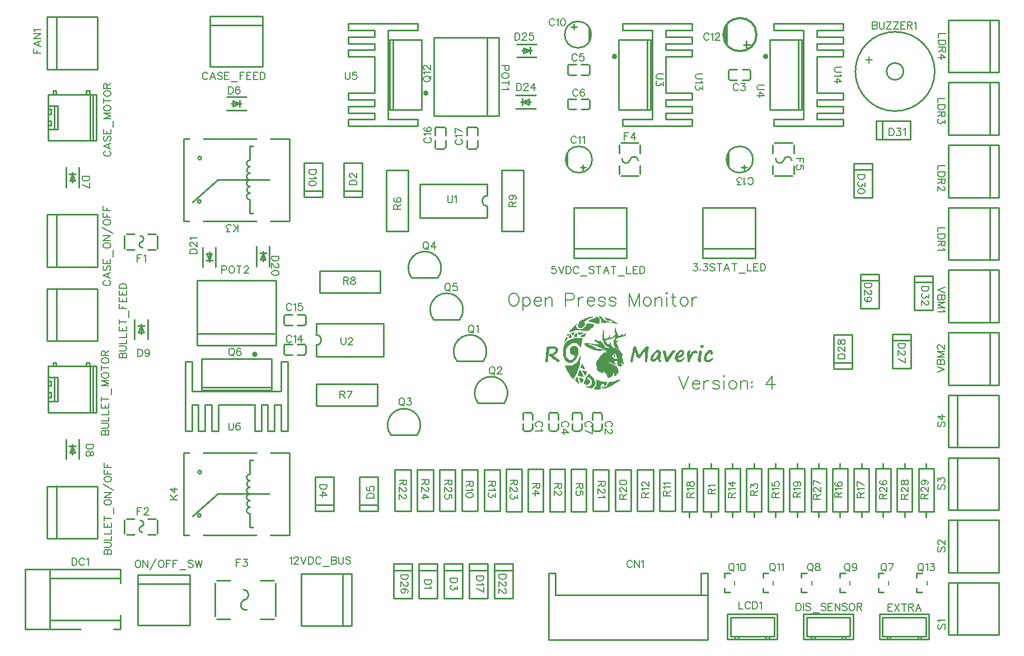
<source format=gto>
G04 Layer: TopSilkLayer*
G04 EasyEDA v6.4.12, 2021-01-10T11:05:15--5:00*
G04 3145a8addab9457ba1f20b0dac4bbc5f,47ca9d6388974ffcabec7368213608ff,10*
G04 Gerber Generator version 0.2*
G04 Scale: 100 percent, Rotated: No, Reflected: No *
G04 Dimensions in inches *
G04 leading zeros omitted , absolute positions ,3 integer and 6 decimal *
%FSLAX36Y36*%
%MOIN*%

%ADD10C,0.0100*%
%ADD44C,0.0079*%
%ADD45C,0.0118*%
%ADD46C,0.0157*%
%ADD47C,0.0080*%
%ADD48C,0.0060*%

%LPD*%
G36*
X3275000Y1963820D02*
G01*
X3275000Y1956180D01*
X3279640Y1955860D01*
X3280220Y1955680D01*
X3280040Y1955340D01*
X3279200Y1954840D01*
X3277720Y1954180D01*
X3273060Y1952560D01*
X3261460Y1949100D01*
X3256200Y1947260D01*
X3251019Y1945220D01*
X3246180Y1943120D01*
X3241960Y1941020D01*
X3238639Y1939079D01*
X3228540Y1932420D01*
X3255040Y1927000D01*
X3261460Y1925520D01*
X3267620Y1923920D01*
X3273220Y1922340D01*
X3277940Y1920820D01*
X3281480Y1919440D01*
X3282740Y1918860D01*
X3290340Y1914780D01*
X3301019Y1923640D01*
X3301019Y1932180D01*
X3300840Y1935960D01*
X3300340Y1939960D01*
X3299620Y1943720D01*
X3298720Y1946720D01*
X3296400Y1952740D01*
G37*
G36*
X3299940Y1963700D02*
G01*
X3298820Y1963620D01*
X3298000Y1963120D01*
X3297540Y1962200D01*
X3297420Y1960840D01*
X3297900Y1959180D01*
X3299120Y1956740D01*
X3300880Y1953860D01*
X3303000Y1950840D01*
X3308460Y1943620D01*
X3308460Y1923959D01*
X3366080Y1926920D01*
X3405120Y1916380D01*
X3405120Y1919480D01*
X3404980Y1919960D01*
X3404600Y1920560D01*
X3404000Y1921260D01*
X3402120Y1922960D01*
X3399440Y1924980D01*
X3396100Y1927260D01*
X3392180Y1929760D01*
X3387780Y1932420D01*
X3383000Y1935180D01*
X3377980Y1937960D01*
X3367520Y1943380D01*
X3362320Y1945880D01*
X3357260Y1948200D01*
X3352460Y1950240D01*
X3334320Y1957260D01*
X3329560Y1952520D01*
X3343060Y1937600D01*
X3375380Y1937600D01*
X3375380Y1930160D01*
X3359940Y1930200D01*
X3354880Y1930520D01*
X3350160Y1931200D01*
X3347900Y1931660D01*
X3345680Y1932240D01*
X3343519Y1932920D01*
X3341400Y1933700D01*
X3339300Y1934580D01*
X3335179Y1936720D01*
X3333120Y1937960D01*
X3329000Y1940820D01*
X3324820Y1944220D01*
X3320480Y1948180D01*
X3315200Y1953320D01*
X3312340Y1955920D01*
X3309680Y1958160D01*
X3307240Y1960020D01*
X3305020Y1961519D01*
X3303060Y1962640D01*
X3301360Y1963380D01*
G37*
G36*
X3265700Y1959720D02*
G01*
X3239680Y1959379D01*
X3223220Y1953320D01*
X3213220Y1949240D01*
X3202340Y1944400D01*
X3197320Y1942020D01*
X3179120Y1932940D01*
X3175020Y1923940D01*
X3173800Y1921080D01*
X3172799Y1918320D01*
X3172040Y1915660D01*
X3171500Y1913120D01*
X3171200Y1910700D01*
X3171100Y1908400D01*
X3171259Y1906240D01*
X3171620Y1904199D01*
X3172220Y1902300D01*
X3173039Y1900540D01*
X3174100Y1898920D01*
X3175380Y1897460D01*
X3179840Y1892980D01*
X3195640Y1892980D01*
X3212720Y1911160D01*
X3208200Y1929120D01*
X3215260Y1935500D01*
X3217900Y1937520D01*
X3221780Y1939940D01*
X3226620Y1942640D01*
X3232120Y1945440D01*
X3238000Y1948220D01*
X3244000Y1950800D01*
G37*
G36*
X3166220Y1920960D02*
G01*
X3165640Y1920760D01*
X3164820Y1920300D01*
X3162559Y1918640D01*
X3159560Y1916100D01*
X3155899Y1912780D01*
X3151700Y1908779D01*
X3147080Y1904199D01*
X3136580Y1893280D01*
X3126820Y1882820D01*
X3123260Y1878820D01*
X3120560Y1875600D01*
X3118740Y1873100D01*
X3118140Y1872080D01*
X3117760Y1871240D01*
X3117600Y1870540D01*
X3117640Y1870000D01*
X3117919Y1869580D01*
X3118380Y1869300D01*
X3119080Y1869139D01*
X3119980Y1869100D01*
X3122400Y1869379D01*
X3125659Y1870040D01*
X3134680Y1872340D01*
X3157900Y1878620D01*
X3231780Y1875460D01*
X3253519Y1892540D01*
X3257520Y1895980D01*
X3260800Y1899160D01*
X3263340Y1902080D01*
X3264340Y1903460D01*
X3265160Y1904760D01*
X3265800Y1906000D01*
X3266259Y1907180D01*
X3266540Y1908320D01*
X3266620Y1909379D01*
X3266540Y1910380D01*
X3266259Y1911339D01*
X3265800Y1912220D01*
X3265140Y1913060D01*
X3264320Y1913839D01*
X3263300Y1914560D01*
X3262100Y1915220D01*
X3260720Y1915820D01*
X3259140Y1916380D01*
X3257380Y1916879D01*
X3253300Y1917700D01*
X3248460Y1918340D01*
X3242880Y1918740D01*
X3236540Y1918959D01*
X3222780Y1919019D01*
X3216080Y1901399D01*
X3195940Y1885560D01*
X3172060Y1885560D01*
X3165920Y1892360D01*
X3164240Y1894360D01*
X3162840Y1896339D01*
X3161720Y1898320D01*
X3160880Y1900280D01*
X3160320Y1902220D01*
X3160020Y1904120D01*
X3160020Y1906000D01*
X3160280Y1907800D01*
X3160840Y1909580D01*
X3161660Y1911279D01*
X3162760Y1912920D01*
X3165700Y1916360D01*
X3166680Y1918180D01*
X3166980Y1919760D01*
X3166540Y1920900D01*
G37*
G36*
X3396420Y1896579D02*
G01*
X3395560Y1896500D01*
X3394500Y1895860D01*
X3393300Y1894680D01*
X3392040Y1892880D01*
X3389680Y1889060D01*
X3394500Y1842800D01*
X3388660Y1828980D01*
X3387480Y1826020D01*
X3386380Y1822860D01*
X3384520Y1816399D01*
X3383800Y1813280D01*
X3383260Y1810380D01*
X3382919Y1807780D01*
X3382799Y1805560D01*
X3382799Y1795960D01*
X3389980Y1782000D01*
X3391040Y1779640D01*
X3391860Y1777580D01*
X3392400Y1775820D01*
X3392700Y1774360D01*
X3392760Y1773200D01*
X3392540Y1772340D01*
X3392100Y1771800D01*
X3391380Y1771540D01*
X3390419Y1771579D01*
X3389220Y1771940D01*
X3387760Y1772580D01*
X3386060Y1773540D01*
X3384120Y1774800D01*
X3379480Y1778240D01*
X3368340Y1787040D01*
X3367940Y1807040D01*
X3360500Y1811639D01*
X3360500Y1804199D01*
X3360400Y1802160D01*
X3360140Y1800380D01*
X3359700Y1798860D01*
X3359120Y1797600D01*
X3358380Y1796600D01*
X3357520Y1795860D01*
X3356540Y1795360D01*
X3355460Y1795100D01*
X3354280Y1795100D01*
X3353039Y1795320D01*
X3351720Y1795780D01*
X3350340Y1796480D01*
X3348920Y1797400D01*
X3347460Y1798560D01*
X3346000Y1799940D01*
X3344520Y1801540D01*
X3343060Y1803340D01*
X3341600Y1805380D01*
X3340179Y1807600D01*
X3334460Y1818180D01*
X3337600Y1820120D01*
X3338600Y1820600D01*
X3342460Y1821900D01*
X3348220Y1823520D01*
X3355200Y1825280D01*
X3377120Y1830220D01*
X3390240Y1842100D01*
X3390240Y1853500D01*
X3375080Y1837220D01*
X3359700Y1837220D01*
X3363980Y1848380D01*
X3360640Y1848380D01*
X3359160Y1847840D01*
X3357620Y1846360D01*
X3356220Y1844180D01*
X3355100Y1841500D01*
X3352919Y1834640D01*
X3333300Y1825700D01*
X3327160Y1835360D01*
X3326780Y1856540D01*
X3326480Y1861759D01*
X3326019Y1866860D01*
X3325419Y1871560D01*
X3324720Y1875620D01*
X3323960Y1878800D01*
X3320560Y1887420D01*
X3314980Y1821900D01*
X3328320Y1792280D01*
X3358639Y1774100D01*
X3349360Y1774120D01*
X3347140Y1774259D01*
X3344680Y1774660D01*
X3342080Y1775240D01*
X3339480Y1775980D01*
X3336960Y1776819D01*
X3334660Y1777720D01*
X3332700Y1778620D01*
X3331180Y1779460D01*
X3330240Y1780220D01*
X3329960Y1780820D01*
X3330500Y1781240D01*
X3331940Y1781399D01*
X3332280Y1781759D01*
X3332040Y1782760D01*
X3331280Y1784300D01*
X3330059Y1786360D01*
X3326360Y1791699D01*
X3321280Y1798200D01*
X3307559Y1814920D01*
X3300380Y1814920D01*
X3298720Y1815040D01*
X3296740Y1815380D01*
X3294500Y1815900D01*
X3292100Y1816579D01*
X3289600Y1817420D01*
X3284600Y1819460D01*
X3271280Y1826260D01*
X3271280Y1815560D01*
X3302880Y1791639D01*
X3294620Y1794500D01*
X3292060Y1795040D01*
X3283980Y1796279D01*
X3272880Y1797620D01*
X3259960Y1798959D01*
X3246380Y1800200D01*
X3233320Y1801240D01*
X3221960Y1801960D01*
X3213480Y1802280D01*
X3210680Y1802240D01*
X3209060Y1802080D01*
X3208720Y1801920D01*
X3208700Y1800760D01*
X3209520Y1798500D01*
X3210997Y1795640D01*
X3232740Y1795640D01*
X3233000Y1795820D01*
X3233600Y1795920D01*
X3235800Y1795860D01*
X3239300Y1795480D01*
X3244060Y1794740D01*
X3257160Y1792220D01*
X3262840Y1790860D01*
X3268860Y1789160D01*
X3274900Y1787240D01*
X3280620Y1785160D01*
X3285720Y1783080D01*
X3293860Y1779079D01*
X3298460Y1777040D01*
X3303420Y1775040D01*
X3308480Y1773220D01*
X3313340Y1771639D01*
X3317760Y1770440D01*
X3332620Y1766840D01*
X3281920Y1768839D01*
X3279400Y1772360D01*
X3278519Y1773420D01*
X3277400Y1774520D01*
X3276019Y1775680D01*
X3272620Y1778100D01*
X3268440Y1780600D01*
X3263600Y1783120D01*
X3258240Y1785600D01*
X3252480Y1787960D01*
X3246460Y1790160D01*
X3240779Y1792000D01*
X3236660Y1793440D01*
X3234020Y1794580D01*
X3233240Y1795000D01*
X3232820Y1795360D01*
X3232740Y1795640D01*
X3210997Y1795640D01*
X3213180Y1792020D01*
X3218880Y1783320D01*
X3268860Y1757940D01*
X3304240Y1754540D01*
X3328140Y1762880D01*
X3338200Y1754540D01*
X3338080Y1742440D01*
X3331060Y1753560D01*
X3311900Y1734720D01*
X3307620Y1730300D01*
X3302834Y1725000D01*
X3373580Y1725000D01*
X3382340Y1734640D01*
X3383900Y1736240D01*
X3385320Y1737560D01*
X3386620Y1738580D01*
X3387820Y1739300D01*
X3388940Y1739740D01*
X3390000Y1739840D01*
X3391019Y1739640D01*
X3392040Y1739120D01*
X3393060Y1738260D01*
X3394120Y1737060D01*
X3395220Y1735520D01*
X3397660Y1731360D01*
X3407900Y1710840D01*
X3391060Y1710840D01*
X3373580Y1725000D01*
X3302834Y1725000D01*
X3300840Y1722620D01*
X3298639Y1719720D01*
X3297460Y1717740D01*
X3297140Y1716240D01*
X3296660Y1714960D01*
X3295899Y1713320D01*
X3293680Y1709319D01*
X3290760Y1704720D01*
X3280920Y1690840D01*
X3282679Y1646240D01*
X3286960Y1641080D01*
X3288100Y1639900D01*
X3289740Y1638520D01*
X3294140Y1635320D01*
X3296760Y1633620D01*
X3302480Y1630260D01*
X3319620Y1621459D01*
X3319620Y1627120D01*
X3319720Y1628920D01*
X3320020Y1630360D01*
X3320520Y1631420D01*
X3321200Y1632120D01*
X3322100Y1632440D01*
X3323180Y1632400D01*
X3324440Y1631980D01*
X3325899Y1631200D01*
X3327540Y1630060D01*
X3329360Y1628540D01*
X3331380Y1626660D01*
X3341360Y1616040D01*
X3346580Y1595020D01*
X3356320Y1597460D01*
X3359240Y1598320D01*
X3362080Y1599400D01*
X3364820Y1600700D01*
X3367420Y1602180D01*
X3369860Y1603800D01*
X3372080Y1605540D01*
X3374080Y1607360D01*
X3375779Y1609220D01*
X3377180Y1611120D01*
X3378220Y1613000D01*
X3378860Y1614840D01*
X3379080Y1616620D01*
X3379080Y1621620D01*
X3386520Y1621620D01*
X3386520Y1606740D01*
X3389920Y1606740D01*
X3390899Y1606980D01*
X3392160Y1607680D01*
X3393639Y1608779D01*
X3395320Y1610220D01*
X3399020Y1613880D01*
X3402900Y1618240D01*
X3406560Y1622860D01*
X3408200Y1625120D01*
X3409640Y1627280D01*
X3410840Y1629259D01*
X3411760Y1631040D01*
X3412340Y1632540D01*
X3412540Y1633720D01*
X3412460Y1634800D01*
X3411760Y1638180D01*
X3410500Y1642740D01*
X3408860Y1647920D01*
X3403320Y1663320D01*
X3375100Y1677560D01*
X3368639Y1680980D01*
X3362820Y1684259D01*
X3357900Y1687220D01*
X3354140Y1689700D01*
X3352780Y1690700D01*
X3351800Y1691540D01*
X3351259Y1692180D01*
X3348880Y1696000D01*
X3383700Y1677480D01*
X3390740Y1681840D01*
X3386760Y1692240D01*
X3394400Y1692240D01*
X3389860Y1699580D01*
X3398220Y1696480D01*
X3401600Y1694900D01*
X3404600Y1692900D01*
X3406900Y1690700D01*
X3408200Y1688580D01*
X3409800Y1683779D01*
X3401480Y1688920D01*
X3403960Y1682220D01*
X3405220Y1679400D01*
X3406880Y1676680D01*
X3408680Y1674379D01*
X3410419Y1672780D01*
X3414400Y1670060D01*
X3401160Y1669940D01*
X3394440Y1686680D01*
X3393960Y1674560D01*
X3398600Y1670720D01*
X3399800Y1669900D01*
X3401460Y1669040D01*
X3403480Y1668160D01*
X3408320Y1666459D01*
X3413740Y1664980D01*
X3429760Y1661940D01*
X3440419Y1675080D01*
X3431139Y1669500D01*
X3431139Y1685720D01*
X3442280Y1676459D01*
X3442280Y1684480D01*
X3442180Y1686339D01*
X3441880Y1688560D01*
X3440779Y1693760D01*
X3439120Y1699420D01*
X3438159Y1702200D01*
X3431960Y1717200D01*
X3435120Y1735000D01*
X3420059Y1759220D01*
X3405080Y1768420D01*
X3402799Y1770000D01*
X3401040Y1771339D01*
X3399840Y1772440D01*
X3399160Y1773280D01*
X3399040Y1773820D01*
X3399420Y1774060D01*
X3400320Y1773980D01*
X3401760Y1773580D01*
X3403700Y1772820D01*
X3406139Y1771699D01*
X3411139Y1769120D01*
X3412840Y1768360D01*
X3414160Y1767940D01*
X3415080Y1767920D01*
X3415620Y1768300D01*
X3415779Y1769160D01*
X3415539Y1770500D01*
X3414920Y1772360D01*
X3413900Y1774800D01*
X3410680Y1781519D01*
X3400700Y1801140D01*
X3406540Y1814120D01*
X3407780Y1817260D01*
X3408440Y1819520D01*
X3408540Y1820920D01*
X3408080Y1821519D01*
X3407060Y1821320D01*
X3405440Y1820340D01*
X3403260Y1818640D01*
X3397679Y1814019D01*
X3397679Y1825900D01*
X3415480Y1837560D01*
X3432820Y1840280D01*
X3438920Y1841579D01*
X3444560Y1843080D01*
X3447000Y1843839D01*
X3449060Y1844600D01*
X3450659Y1845320D01*
X3457160Y1848640D01*
X3457160Y1864900D01*
X3445580Y1848380D01*
X3434860Y1848380D01*
X3434860Y1860940D01*
X3419700Y1844660D01*
X3408820Y1844660D01*
X3408820Y1849840D01*
X3408680Y1851200D01*
X3408260Y1853100D01*
X3407620Y1855440D01*
X3405700Y1861120D01*
X3403159Y1867560D01*
X3394640Y1886699D01*
X3396560Y1891699D01*
X3397140Y1893680D01*
X3397280Y1895140D01*
X3397020Y1896120D01*
G37*
G36*
X3170920Y1866960D02*
G01*
X3170920Y1855580D01*
X3181400Y1851560D01*
X3195580Y1858920D01*
X3199800Y1861320D01*
X3201320Y1862340D01*
X3202460Y1863220D01*
X3203180Y1863980D01*
X3203519Y1864660D01*
X3203440Y1865220D01*
X3202940Y1865680D01*
X3202040Y1866060D01*
X3200720Y1866380D01*
X3196780Y1866780D01*
X3191120Y1866940D01*
G37*
G36*
X3146540Y1866399D02*
G01*
X3145000Y1866320D01*
X3142880Y1865940D01*
X3140100Y1865320D01*
X3130040Y1862720D01*
X3138440Y1847040D01*
X3143519Y1854000D01*
X3145500Y1856940D01*
X3147120Y1859800D01*
X3148200Y1862240D01*
X3148600Y1863959D01*
X3148519Y1865000D01*
X3148200Y1865760D01*
X3147580Y1866220D01*
G37*
G36*
X3159860Y1862000D02*
G01*
X3158519Y1861620D01*
X3157100Y1860880D01*
X3155620Y1859760D01*
X3154080Y1858260D01*
X3152500Y1856360D01*
X3150899Y1854079D01*
X3147580Y1848839D01*
X3146480Y1846840D01*
X3145779Y1845200D01*
X3145480Y1843899D01*
X3145600Y1842900D01*
X3146160Y1842140D01*
X3147180Y1841620D01*
X3148660Y1841260D01*
X3150620Y1841060D01*
X3156040Y1840940D01*
X3167200Y1840940D01*
X3167200Y1846220D01*
X3167100Y1849319D01*
X3166840Y1852100D01*
X3166440Y1854540D01*
X3165860Y1856639D01*
X3165160Y1858420D01*
X3164320Y1859840D01*
X3163360Y1860900D01*
X3162300Y1861639D01*
X3161120Y1862000D01*
G37*
G36*
X3123600Y1860840D02*
G01*
X3117780Y1843180D01*
X3116160Y1837440D01*
X3115779Y1835380D01*
X3115720Y1833820D01*
X3115980Y1832700D01*
X3116580Y1832020D01*
X3117559Y1831740D01*
X3118900Y1831800D01*
X3120640Y1832200D01*
X3122799Y1832880D01*
X3133740Y1836980D01*
X3133740Y1841980D01*
X3133340Y1844460D01*
X3132240Y1847540D01*
X3130640Y1850820D01*
X3128660Y1853899D01*
G37*
G36*
X3219080Y1859540D02*
G01*
X3214520Y1859360D01*
X3213300Y1859180D01*
X3211640Y1858720D01*
X3207200Y1857100D01*
X3201780Y1854720D01*
X3196000Y1851840D01*
X3190260Y1848720D01*
X3186160Y1846240D01*
X3184740Y1845220D01*
X3183720Y1844340D01*
X3183120Y1843580D01*
X3182919Y1842920D01*
X3183159Y1842400D01*
X3183800Y1841960D01*
X3184840Y1841620D01*
X3186320Y1841339D01*
X3190500Y1841040D01*
X3196340Y1840940D01*
X3210600Y1840940D01*
G37*
G36*
X3107720Y1855820D02*
G01*
X3107720Y1844660D01*
X3111040Y1844660D01*
X3112500Y1845100D01*
X3114000Y1846300D01*
X3115400Y1848080D01*
X3116500Y1850240D01*
X3118639Y1855820D01*
G37*
G36*
X3101620Y1841800D02*
G01*
X3093560Y1820640D01*
X3091400Y1814480D01*
X3090659Y1812060D01*
X3090160Y1810100D01*
X3089900Y1808580D01*
X3089880Y1807500D01*
X3090100Y1806860D01*
X3090560Y1806639D01*
X3091280Y1806860D01*
X3092260Y1807480D01*
X3093500Y1808540D01*
X3096760Y1811860D01*
X3101100Y1816800D01*
X3111200Y1828680D01*
G37*
G36*
X3150460Y1833160D02*
G01*
X3132799Y1827520D01*
X3128120Y1825720D01*
X3123220Y1823600D01*
X3118420Y1821260D01*
X3113920Y1818860D01*
X3110020Y1816500D01*
X3097200Y1807440D01*
X3081700Y1775400D01*
X3081860Y1727560D01*
X3095760Y1696940D01*
X3113080Y1684820D01*
X3136880Y1684820D01*
X3160820Y1704940D01*
X3174460Y1735000D01*
X3174620Y1769500D01*
X3160920Y1786420D01*
X3137559Y1786420D01*
X3122580Y1772880D01*
X3122580Y1745440D01*
X3129080Y1739680D01*
X3130539Y1738480D01*
X3133940Y1736240D01*
X3135779Y1735220D01*
X3137620Y1734319D01*
X3139440Y1733560D01*
X3141160Y1732980D01*
X3145600Y1731759D01*
X3148140Y1730480D01*
X3150100Y1728920D01*
X3151180Y1727260D01*
X3152520Y1723240D01*
X3136920Y1703400D01*
X3115680Y1703400D01*
X3100280Y1722980D01*
X3100299Y1764740D01*
X3115080Y1788959D01*
X3139320Y1803740D01*
X3160920Y1803779D01*
X3188039Y1775260D01*
X3194560Y1807100D01*
X3196660Y1817940D01*
X3197940Y1825120D01*
X3198800Y1831660D01*
G37*
G36*
X3903220Y1793140D02*
G01*
X3898540Y1780960D01*
X3907180Y1772340D01*
X3919980Y1780420D01*
X3919980Y1790760D01*
G37*
G36*
X3577980Y1785820D02*
G01*
X3554500Y1757500D01*
X3543399Y1744379D01*
X3532780Y1732020D01*
X3514780Y1782780D01*
X3511060Y1783680D01*
X3509240Y1783880D01*
X3507060Y1783760D01*
X3504800Y1783360D01*
X3502700Y1782700D01*
X3498039Y1780840D01*
X3498080Y1771800D01*
X3497760Y1768860D01*
X3497140Y1764800D01*
X3495160Y1754040D01*
X3492380Y1740900D01*
X3490779Y1733880D01*
X3481720Y1695940D01*
X3489960Y1687680D01*
X3497440Y1692300D01*
X3510580Y1753120D01*
X3522820Y1716420D01*
X3538360Y1714120D01*
X3560080Y1742800D01*
X3566540Y1751120D01*
X3569920Y1755260D01*
X3570160Y1755440D01*
X3570299Y1754280D01*
X3570520Y1745880D01*
X3570640Y1731540D01*
X3570539Y1690380D01*
X3581700Y1690380D01*
X3584640Y1726160D01*
X3586120Y1741360D01*
X3588140Y1759120D01*
X3591300Y1780540D01*
G37*
G36*
X3017400Y1783260D02*
G01*
X3012400Y1783100D01*
X3007260Y1782760D01*
X3002260Y1782260D01*
X2983180Y1779600D01*
X2982420Y1764780D01*
X2979944Y1731279D01*
X2995240Y1731279D01*
X2998240Y1751020D01*
X2999440Y1757360D01*
X3000659Y1762700D01*
X3001240Y1764780D01*
X3001780Y1766360D01*
X3002240Y1767360D01*
X3004300Y1770700D01*
X3035160Y1768460D01*
X3037500Y1756120D01*
X3020820Y1740580D01*
X3005120Y1740580D01*
X2995240Y1731279D01*
X2979944Y1731279D01*
X2976500Y1688520D01*
X2992480Y1688520D01*
X2992480Y1729420D01*
X2996040Y1729420D01*
X2996720Y1729280D01*
X2999000Y1728140D01*
X3002400Y1726020D01*
X3006660Y1723080D01*
X3011560Y1719480D01*
X3016860Y1715360D01*
X3027940Y1706519D01*
X3033380Y1702380D01*
X3038380Y1698700D01*
X3042679Y1695660D01*
X3047220Y1692780D01*
X3054880Y1688680D01*
X3063600Y1699180D01*
X3036300Y1719600D01*
X3032240Y1722820D01*
X3029440Y1725440D01*
X3028480Y1726579D01*
X3027799Y1727620D01*
X3027420Y1728580D01*
X3027320Y1729500D01*
X3027480Y1730380D01*
X3027940Y1731240D01*
X3028639Y1732120D01*
X3029600Y1733040D01*
X3032300Y1735040D01*
X3050100Y1746240D01*
X3052320Y1768839D01*
X3038460Y1781380D01*
X3025920Y1783020D01*
X3021980Y1783240D01*
G37*
G36*
X3776760Y1763360D02*
G01*
X3755260Y1741840D01*
X3751024Y1726560D01*
X3767300Y1726560D01*
X3767799Y1728880D01*
X3769120Y1732320D01*
X3771100Y1736519D01*
X3772520Y1739079D01*
X3773980Y1741399D01*
X3775480Y1743460D01*
X3777020Y1745240D01*
X3778560Y1746759D01*
X3780100Y1748000D01*
X3781660Y1748940D01*
X3783180Y1749600D01*
X3784680Y1749960D01*
X3786160Y1750000D01*
X3787580Y1749740D01*
X3788960Y1749139D01*
X3791740Y1747560D01*
X3787940Y1740440D01*
X3786920Y1738779D01*
X3785620Y1737080D01*
X3784080Y1735400D01*
X3782360Y1733740D01*
X3780500Y1732140D01*
X3778560Y1730640D01*
X3776580Y1729280D01*
X3774600Y1728080D01*
X3772679Y1727100D01*
X3770860Y1726339D01*
X3769180Y1725860D01*
X3767720Y1725700D01*
X3767300Y1726560D01*
X3751024Y1726560D01*
X3747559Y1714000D01*
X3749760Y1707760D01*
X3751060Y1704840D01*
X3752960Y1701459D01*
X3755220Y1698060D01*
X3756380Y1696459D01*
X3763140Y1688520D01*
X3783720Y1688520D01*
X3806600Y1707780D01*
X3806600Y1713020D01*
X3806480Y1715300D01*
X3806080Y1716879D01*
X3805260Y1717720D01*
X3803980Y1717820D01*
X3802100Y1717160D01*
X3799560Y1715740D01*
X3796240Y1713500D01*
X3792040Y1710480D01*
X3781500Y1702680D01*
X3774840Y1703959D01*
X3772160Y1704780D01*
X3769760Y1706020D01*
X3767919Y1707520D01*
X3766900Y1709139D01*
X3765600Y1713020D01*
X3791920Y1722540D01*
X3803420Y1740100D01*
X3801019Y1761020D01*
G37*
G36*
X3948639Y1762880D02*
G01*
X3925960Y1737060D01*
X3918540Y1710200D01*
X3925299Y1692460D01*
X3943600Y1687860D01*
X3951000Y1690200D01*
X3952679Y1690840D01*
X3954640Y1691720D01*
X3959060Y1694100D01*
X3963720Y1697000D01*
X3965960Y1698560D01*
X3977679Y1707720D01*
X3973460Y1714520D01*
X3962700Y1708959D01*
X3960380Y1707840D01*
X3957919Y1706800D01*
X3955400Y1705860D01*
X3952880Y1705040D01*
X3950419Y1704360D01*
X3948140Y1703839D01*
X3946080Y1703520D01*
X3944340Y1703400D01*
X3936720Y1703400D01*
X3936740Y1723839D01*
X3944100Y1735920D01*
X3946139Y1739139D01*
X3948039Y1741819D01*
X3949780Y1744000D01*
X3951400Y1745660D01*
X3952880Y1746800D01*
X3954240Y1747420D01*
X3955480Y1747560D01*
X3956600Y1747160D01*
X3957620Y1746260D01*
X3958540Y1744860D01*
X3959360Y1742960D01*
X3960100Y1740560D01*
X3962040Y1733100D01*
X3973880Y1737660D01*
X3973880Y1743080D01*
X3973580Y1745740D01*
X3972760Y1749019D01*
X3971540Y1752460D01*
X3970040Y1755680D01*
X3966180Y1762880D01*
G37*
G36*
X3638340Y1762880D02*
G01*
X3606500Y1731040D01*
X3602515Y1709800D01*
X3616800Y1709800D01*
X3620860Y1720540D01*
X3621840Y1722880D01*
X3623080Y1725380D01*
X3624500Y1727980D01*
X3626060Y1730600D01*
X3627740Y1733160D01*
X3629460Y1735600D01*
X3631160Y1737800D01*
X3632840Y1739720D01*
X3640740Y1748160D01*
X3644440Y1746920D01*
X3645980Y1746140D01*
X3647420Y1744940D01*
X3648620Y1743500D01*
X3649380Y1741940D01*
X3650640Y1738200D01*
X3640360Y1723220D01*
X3636380Y1718200D01*
X3634360Y1715880D01*
X3630539Y1711960D01*
X3628860Y1710500D01*
X3627400Y1709460D01*
X3621080Y1705520D01*
X3616800Y1709800D01*
X3602515Y1709800D01*
X3601300Y1703320D01*
X3610480Y1692240D01*
X3625160Y1692240D01*
X3647220Y1707960D01*
X3649220Y1700360D01*
X3650340Y1697280D01*
X3651980Y1694480D01*
X3653860Y1692280D01*
X3655820Y1690980D01*
X3660440Y1689220D01*
X3670440Y1695400D01*
X3660580Y1707280D01*
X3665120Y1750760D01*
X3651740Y1762880D01*
G37*
G36*
X3870380Y1760620D02*
G01*
X3851200Y1751879D01*
X3836139Y1727560D01*
X3841000Y1759160D01*
X3829160Y1759160D01*
X3821139Y1744180D01*
X3823320Y1690460D01*
X3835920Y1688060D01*
X3840460Y1704680D01*
X3841180Y1706920D01*
X3842980Y1711660D01*
X3845120Y1716579D01*
X3847480Y1721420D01*
X3849900Y1725920D01*
X3852320Y1729780D01*
X3860880Y1742440D01*
X3882799Y1742440D01*
X3882799Y1752780D01*
G37*
G36*
X3680179Y1759720D02*
G01*
X3675680Y1747980D01*
X3693440Y1690440D01*
X3705240Y1688180D01*
X3739720Y1743520D01*
X3750840Y1747780D01*
X3750840Y1759160D01*
X3734060Y1759160D01*
X3704360Y1715100D01*
X3701340Y1718040D01*
X3700680Y1719000D01*
X3699960Y1720600D01*
X3699220Y1722780D01*
X3698440Y1725440D01*
X3696980Y1731819D01*
X3695720Y1739100D01*
X3693140Y1757220D01*
G37*
G36*
X3899240Y1758980D02*
G01*
X3897840Y1758899D01*
X3896560Y1758380D01*
X3895400Y1757440D01*
X3894360Y1756080D01*
X3894060Y1755440D01*
X3893300Y1752900D01*
X3892340Y1748940D01*
X3890140Y1737840D01*
X3888980Y1731260D01*
X3884400Y1702640D01*
X3889020Y1688100D01*
X3901400Y1690480D01*
X3902360Y1710860D01*
X3902799Y1716240D01*
X3903440Y1721819D01*
X3904200Y1727300D01*
X3905080Y1732380D01*
X3906000Y1736759D01*
X3909900Y1751040D01*
X3905840Y1755100D01*
X3904060Y1756699D01*
X3902360Y1757880D01*
X3900760Y1758640D01*
G37*
G36*
X3386480Y1733600D02*
G01*
X3381720Y1721240D01*
X3386920Y1717960D01*
X3389220Y1716699D01*
X3391660Y1715700D01*
X3393960Y1715060D01*
X3395820Y1714900D01*
X3399540Y1715140D01*
X3390659Y1718740D01*
X3394460Y1728660D01*
G37*
G36*
X3184420Y1729420D02*
G01*
X3183500Y1728959D01*
X3182760Y1727740D01*
X3182240Y1725920D01*
X3181920Y1722240D01*
X3181480Y1720320D01*
X3180779Y1717980D01*
X3179860Y1715340D01*
X3177480Y1709420D01*
X3174560Y1703260D01*
X3167040Y1688540D01*
X3136280Y1668180D01*
X3093240Y1668760D01*
X3099680Y1653300D01*
X3101720Y1648820D01*
X3104060Y1644079D01*
X3106660Y1639120D01*
X3109440Y1634040D01*
X3115400Y1623839D01*
X3118480Y1618860D01*
X3121560Y1614100D01*
X3124580Y1609620D01*
X3127500Y1605480D01*
X3130280Y1601800D01*
X3132840Y1598620D01*
X3135160Y1596040D01*
X3144300Y1587400D01*
X3156760Y1609000D01*
X3160860Y1616920D01*
X3165140Y1626060D01*
X3169240Y1635660D01*
X3171139Y1640400D01*
X3174400Y1649319D01*
X3182860Y1675520D01*
X3186760Y1729420D01*
G37*
G36*
X3194320Y1686040D02*
G01*
X3191400Y1674440D01*
X3188940Y1665920D01*
X3187760Y1662360D01*
X3184980Y1655040D01*
X3201320Y1648200D01*
X3205620Y1646480D01*
X3208900Y1645380D01*
X3210179Y1645080D01*
X3211200Y1644960D01*
X3212000Y1645040D01*
X3212559Y1645340D01*
X3212880Y1645860D01*
X3213000Y1646620D01*
X3212880Y1647620D01*
X3212559Y1648880D01*
X3211280Y1652220D01*
X3209160Y1656720D01*
G37*
G36*
X3182420Y1645460D02*
G01*
X3173759Y1625360D01*
X3171440Y1619500D01*
X3170640Y1617140D01*
X3170120Y1615080D01*
X3169860Y1613320D01*
X3169920Y1611819D01*
X3170280Y1610560D01*
X3170960Y1609480D01*
X3172000Y1608580D01*
X3173380Y1607800D01*
X3175120Y1607140D01*
X3177240Y1606540D01*
X3182700Y1605420D01*
X3188940Y1604360D01*
X3193820Y1603680D01*
X3195840Y1603500D01*
X3197600Y1603440D01*
X3199060Y1603520D01*
X3200280Y1603740D01*
X3201220Y1604139D01*
X3201900Y1604680D01*
X3202340Y1605420D01*
X3202520Y1606360D01*
X3202440Y1607520D01*
X3202140Y1608880D01*
X3201600Y1610480D01*
X3200840Y1612340D01*
X3198620Y1616840D01*
X3195520Y1622480D01*
G37*
G36*
X3196940Y1641060D02*
G01*
X3197040Y1637840D01*
X3197260Y1636900D01*
X3197799Y1635440D01*
X3199780Y1631260D01*
X3202660Y1625920D01*
X3206160Y1619980D01*
X3215160Y1605320D01*
X3219840Y1617740D01*
X3221240Y1622200D01*
X3222280Y1626420D01*
X3222880Y1629860D01*
X3222960Y1631140D01*
X3222960Y1636480D01*
X3218300Y1636540D01*
X3215840Y1636740D01*
X3212580Y1637220D01*
X3208920Y1637960D01*
X3205299Y1638820D01*
G37*
G36*
X3235840Y1619660D02*
G01*
X3234980Y1619620D01*
X3234120Y1619379D01*
X3233279Y1618920D01*
X3232440Y1618260D01*
X3231580Y1617380D01*
X3230700Y1616279D01*
X3228820Y1613380D01*
X3226740Y1609520D01*
X3224340Y1604700D01*
X3210340Y1575140D01*
X3207820Y1569480D01*
X3206200Y1565300D01*
X3205720Y1563700D01*
X3205480Y1562360D01*
X3205440Y1561260D01*
X3205600Y1560380D01*
X3205980Y1559660D01*
X3206560Y1559100D01*
X3207340Y1558620D01*
X3208300Y1558240D01*
X3223740Y1554360D01*
X3241540Y1566020D01*
X3241540Y1580800D01*
X3234100Y1587160D01*
X3231200Y1589840D01*
X3229040Y1592220D01*
X3227640Y1594300D01*
X3226980Y1596040D01*
X3227080Y1597440D01*
X3227960Y1598460D01*
X3229580Y1599100D01*
X3231980Y1599319D01*
X3237280Y1599319D01*
X3252700Y1579720D01*
X3252700Y1555620D01*
X3240899Y1545820D01*
X3209940Y1541380D01*
X3249100Y1531620D01*
X3267900Y1543940D01*
X3275220Y1563200D01*
X3266580Y1589400D01*
X3246340Y1611360D01*
X3243399Y1614460D01*
X3240880Y1616860D01*
X3239760Y1617800D01*
X3238700Y1618560D01*
X3237700Y1619120D01*
X3236760Y1619480D01*
G37*
G36*
X3165760Y1606740D02*
G01*
X3165440Y1606459D01*
X3164120Y1604360D01*
X3162080Y1600600D01*
X3159580Y1595640D01*
X3151600Y1578959D01*
X3176420Y1558240D01*
X3177580Y1561720D01*
X3177660Y1562480D01*
X3177580Y1563779D01*
X3176960Y1567660D01*
X3175880Y1572880D01*
X3174460Y1578980D01*
X3172820Y1585460D01*
X3171080Y1591840D01*
X3169380Y1597640D01*
X3167840Y1602380D01*
X3166600Y1605580D01*
X3166120Y1606440D01*
G37*
G36*
X3178340Y1598620D02*
G01*
X3178340Y1593940D01*
X3178500Y1591680D01*
X3178960Y1589040D01*
X3179660Y1586120D01*
X3180539Y1583040D01*
X3181600Y1579920D01*
X3182780Y1576840D01*
X3184000Y1573940D01*
X3185260Y1571320D01*
X3186500Y1569100D01*
X3187679Y1567360D01*
X3188740Y1566260D01*
X3189660Y1565860D01*
X3190760Y1566160D01*
X3192120Y1567000D01*
X3193620Y1568300D01*
X3195220Y1569980D01*
X3196860Y1571940D01*
X3198480Y1574100D01*
X3200040Y1576380D01*
X3201420Y1578680D01*
X3202620Y1580940D01*
X3203560Y1583060D01*
X3204160Y1584940D01*
X3204360Y1586500D01*
X3204360Y1590620D01*
G37*
G36*
X3280580Y1586940D02*
G01*
X3280580Y1547860D01*
X3263420Y1529600D01*
X3282300Y1524860D01*
X3312640Y1529700D01*
X3308680Y1533660D01*
X3307160Y1535820D01*
X3305899Y1538820D01*
X3305059Y1542240D01*
X3304740Y1545700D01*
X3304740Y1553779D01*
X3315800Y1562960D01*
X3327040Y1558660D01*
X3327040Y1542400D01*
X3341920Y1555860D01*
X3341920Y1573280D01*
X3319420Y1573280D01*
G37*
G36*
X3416300Y1586260D02*
G01*
X3414400Y1586020D01*
X3412040Y1585520D01*
X3409200Y1584740D01*
X3405860Y1583660D01*
X3402020Y1582260D01*
X3380940Y1573700D01*
X3354740Y1573280D01*
X3340059Y1541680D01*
X3319620Y1539340D01*
X3319620Y1547700D01*
X3312500Y1543320D01*
X3316680Y1532400D01*
X3336480Y1532400D01*
X3366980Y1547740D01*
X3372220Y1550460D01*
X3382060Y1555880D01*
X3390960Y1561140D01*
X3398820Y1566160D01*
X3402340Y1568540D01*
X3408480Y1573020D01*
X3411100Y1575080D01*
X3413360Y1577000D01*
X3415299Y1578779D01*
X3416880Y1580400D01*
X3418100Y1581840D01*
X3418940Y1583120D01*
X3419400Y1584180D01*
X3419480Y1584640D01*
X3419320Y1585400D01*
X3418740Y1585920D01*
X3417740Y1586220D01*
G37*
D47*
X3769970Y1605736D02*
G01*
X3799070Y1529335D01*
X3828170Y1605736D02*
G01*
X3799070Y1529335D01*
X3852169Y1558436D02*
G01*
X3895770Y1558436D01*
X3895770Y1565736D01*
X3892169Y1573036D01*
X3888569Y1576635D01*
X3881270Y1580235D01*
X3870370Y1580235D01*
X3863069Y1576635D01*
X3855770Y1569335D01*
X3852169Y1558436D01*
X3852169Y1551136D01*
X3855770Y1540235D01*
X3863069Y1533036D01*
X3870370Y1529335D01*
X3881270Y1529335D01*
X3888569Y1533036D01*
X3895770Y1540235D01*
X3919769Y1580235D02*
G01*
X3919769Y1529335D01*
X3919769Y1558436D02*
G01*
X3923469Y1569335D01*
X3930770Y1576635D01*
X3937969Y1580235D01*
X3948869Y1580235D01*
X4012870Y1569335D02*
G01*
X4009269Y1576635D01*
X3998370Y1580235D01*
X3987470Y1580235D01*
X3976570Y1576635D01*
X3972870Y1569335D01*
X3976570Y1562136D01*
X3983770Y1558436D01*
X4001970Y1554836D01*
X4009269Y1551136D01*
X4012870Y1543935D01*
X4012870Y1540235D01*
X4009269Y1533036D01*
X3998370Y1529335D01*
X3987470Y1529335D01*
X3976570Y1533036D01*
X3972870Y1540235D01*
X4036869Y1605736D02*
G01*
X4040569Y1602136D01*
X4044170Y1605736D01*
X4040569Y1609335D01*
X4036869Y1605736D01*
X4040569Y1580235D02*
G01*
X4040569Y1529335D01*
X4086369Y1580235D02*
G01*
X4079070Y1576635D01*
X4071769Y1569335D01*
X4068170Y1558436D01*
X4068170Y1551136D01*
X4071769Y1540235D01*
X4079070Y1533036D01*
X4086369Y1529335D01*
X4097269Y1529335D01*
X4104570Y1533036D01*
X4111769Y1540235D01*
X4115469Y1551136D01*
X4115469Y1558436D01*
X4111769Y1569335D01*
X4104570Y1576635D01*
X4097269Y1580235D01*
X4086369Y1580235D01*
X4139470Y1580235D02*
G01*
X4139470Y1529335D01*
X4139470Y1565736D02*
G01*
X4150370Y1576635D01*
X4157669Y1580235D01*
X4168569Y1580235D01*
X4175770Y1576635D01*
X4179470Y1565736D01*
X4179470Y1529335D01*
X4207070Y1573036D02*
G01*
X4203469Y1569335D01*
X4207070Y1565736D01*
X4210770Y1569335D01*
X4207070Y1573036D01*
X4207070Y1547536D02*
G01*
X4203469Y1543935D01*
X4207070Y1540235D01*
X4210770Y1543935D01*
X4207070Y1547536D01*
X4327070Y1605736D02*
G01*
X4290770Y1554836D01*
X4345270Y1554836D01*
X4327070Y1605736D02*
G01*
X4327070Y1529335D01*
X2781800Y2100700D02*
G01*
X2774499Y2097100D01*
X2767299Y2089800D01*
X2763599Y2082500D01*
X2760000Y2071599D01*
X2760000Y2053499D01*
X2763599Y2042500D01*
X2767299Y2035300D01*
X2774499Y2028000D01*
X2781800Y2024400D01*
X2796400Y2024400D01*
X2803599Y2028000D01*
X2810900Y2035300D01*
X2814499Y2042500D01*
X2818199Y2053499D01*
X2818199Y2071599D01*
X2814499Y2082500D01*
X2810900Y2089800D01*
X2803599Y2097100D01*
X2796400Y2100700D01*
X2781800Y2100700D01*
X2842200Y2075300D02*
G01*
X2842200Y1998899D01*
X2842200Y2064400D02*
G01*
X2849499Y2071599D01*
X2856700Y2075300D01*
X2867600Y2075300D01*
X2874899Y2071599D01*
X2882200Y2064400D01*
X2885799Y2053499D01*
X2885799Y2046199D01*
X2882200Y2035300D01*
X2874899Y2028000D01*
X2867600Y2024400D01*
X2856700Y2024400D01*
X2849499Y2028000D01*
X2842200Y2035300D01*
X2909799Y2053499D02*
G01*
X2953500Y2053499D01*
X2953500Y2060700D01*
X2949799Y2068000D01*
X2946199Y2071599D01*
X2938900Y2075300D01*
X2928000Y2075300D01*
X2920699Y2071599D01*
X2913500Y2064400D01*
X2909799Y2053499D01*
X2909799Y2046199D01*
X2913500Y2035300D01*
X2920699Y2028000D01*
X2928000Y2024400D01*
X2938900Y2024400D01*
X2946199Y2028000D01*
X2953500Y2035300D01*
X2977500Y2075300D02*
G01*
X2977500Y2024400D01*
X2977500Y2060700D02*
G01*
X2988400Y2071599D01*
X2995600Y2075300D01*
X3006499Y2075300D01*
X3013800Y2071599D01*
X3017500Y2060700D01*
X3017500Y2024400D01*
X3097500Y2100700D02*
G01*
X3097500Y2024400D01*
X3097500Y2100700D02*
G01*
X3130200Y2100700D01*
X3141099Y2097100D01*
X3144700Y2093499D01*
X3148400Y2086199D01*
X3148400Y2075300D01*
X3144700Y2068000D01*
X3141099Y2064400D01*
X3130200Y2060700D01*
X3097500Y2060700D01*
X3172399Y2075300D02*
G01*
X3172399Y2024400D01*
X3172399Y2053499D02*
G01*
X3176000Y2064400D01*
X3183299Y2071599D01*
X3190500Y2075300D01*
X3201499Y2075300D01*
X3225500Y2053499D02*
G01*
X3269099Y2053499D01*
X3269099Y2060700D01*
X3265500Y2068000D01*
X3261800Y2071599D01*
X3254499Y2075300D01*
X3243599Y2075300D01*
X3236400Y2071599D01*
X3229099Y2064400D01*
X3225500Y2053499D01*
X3225500Y2046199D01*
X3229099Y2035300D01*
X3236400Y2028000D01*
X3243599Y2024400D01*
X3254499Y2024400D01*
X3261800Y2028000D01*
X3269099Y2035300D01*
X3333100Y2064400D02*
G01*
X3329499Y2071599D01*
X3318500Y2075300D01*
X3307600Y2075300D01*
X3296700Y2071599D01*
X3293100Y2064400D01*
X3296700Y2057100D01*
X3303999Y2053499D01*
X3322200Y2049800D01*
X3329499Y2046199D01*
X3333100Y2038899D01*
X3333100Y2035300D01*
X3329499Y2028000D01*
X3318500Y2024400D01*
X3307600Y2024400D01*
X3296700Y2028000D01*
X3293100Y2035300D01*
X3397100Y2064400D02*
G01*
X3393500Y2071599D01*
X3382500Y2075300D01*
X3371599Y2075300D01*
X3360699Y2071599D01*
X3357100Y2064400D01*
X3360699Y2057100D01*
X3368000Y2053499D01*
X3386199Y2049800D01*
X3393500Y2046199D01*
X3397100Y2038899D01*
X3397100Y2035300D01*
X3393500Y2028000D01*
X3382500Y2024400D01*
X3371599Y2024400D01*
X3360699Y2028000D01*
X3357100Y2035300D01*
X3477100Y2100700D02*
G01*
X3477100Y2024400D01*
X3477100Y2100700D02*
G01*
X3506199Y2024400D01*
X3535299Y2100700D02*
G01*
X3506199Y2024400D01*
X3535299Y2100700D02*
G01*
X3535299Y2024400D01*
X3577500Y2075300D02*
G01*
X3570200Y2071599D01*
X3562899Y2064400D01*
X3559300Y2053499D01*
X3559300Y2046199D01*
X3562899Y2035300D01*
X3570200Y2028000D01*
X3577500Y2024400D01*
X3588400Y2024400D01*
X3595600Y2028000D01*
X3602899Y2035300D01*
X3606499Y2046199D01*
X3606499Y2053499D01*
X3602899Y2064400D01*
X3595600Y2071599D01*
X3588400Y2075300D01*
X3577500Y2075300D01*
X3630500Y2075300D02*
G01*
X3630500Y2024400D01*
X3630500Y2060700D02*
G01*
X3641499Y2071599D01*
X3648699Y2075300D01*
X3659600Y2075300D01*
X3666899Y2071599D01*
X3670500Y2060700D01*
X3670500Y2024400D01*
X3694499Y2100700D02*
G01*
X3698199Y2097100D01*
X3701800Y2100700D01*
X3698199Y2104400D01*
X3694499Y2100700D01*
X3698199Y2075300D02*
G01*
X3698199Y2024400D01*
X3736700Y2100700D02*
G01*
X3736700Y2038899D01*
X3740399Y2028000D01*
X3747600Y2024400D01*
X3754899Y2024400D01*
X3725799Y2075300D02*
G01*
X3751300Y2075300D01*
X3797100Y2075300D02*
G01*
X3789799Y2071599D01*
X3782500Y2064400D01*
X3778900Y2053499D01*
X3778900Y2046199D01*
X3782500Y2035300D01*
X3789799Y2028000D01*
X3797100Y2024400D01*
X3808000Y2024400D01*
X3815299Y2028000D01*
X3822500Y2035300D01*
X3826199Y2046199D01*
X3826199Y2053499D01*
X3822500Y2064400D01*
X3815299Y2071599D01*
X3808000Y2075300D01*
X3797100Y2075300D01*
X3850200Y2075300D02*
G01*
X3850200Y2024400D01*
X3850200Y2053499D02*
G01*
X3853800Y2064400D01*
X3861099Y2071599D01*
X3868400Y2075300D01*
X3879300Y2075300D01*
D48*
X4987383Y490778D02*
G01*
X4983283Y488778D01*
X4979183Y484677D01*
X4977083Y480578D01*
X4975083Y474378D01*
X4975083Y464178D01*
X4977083Y458078D01*
X4979183Y453978D01*
X4983283Y449877D01*
X4987383Y447878D01*
X4995582Y447878D01*
X4999583Y449877D01*
X5003683Y453978D01*
X5005783Y458078D01*
X5007782Y464178D01*
X5007782Y474378D01*
X5005783Y480578D01*
X5003683Y484677D01*
X4999583Y488778D01*
X4995582Y490778D01*
X4987383Y490778D01*
X4993482Y455978D02*
G01*
X5005783Y443778D01*
X5049983Y490778D02*
G01*
X5029483Y447878D01*
X5021283Y490778D02*
G01*
X5049983Y490778D01*
X5207295Y490778D02*
G01*
X5203194Y488778D01*
X5199094Y484677D01*
X5196994Y480578D01*
X5194994Y474378D01*
X5194994Y464178D01*
X5196994Y458078D01*
X5199094Y453978D01*
X5203194Y449877D01*
X5207295Y447878D01*
X5215495Y447878D01*
X5219494Y449877D01*
X5223594Y453978D01*
X5225694Y458078D01*
X5227695Y464178D01*
X5227695Y474378D01*
X5225694Y480578D01*
X5223594Y484677D01*
X5219494Y488778D01*
X5215495Y490778D01*
X5207295Y490778D01*
X5213395Y455978D02*
G01*
X5225694Y443778D01*
X5241194Y482577D02*
G01*
X5245294Y484677D01*
X5251495Y490778D01*
X5251495Y447878D01*
X5268995Y490778D02*
G01*
X5291495Y490778D01*
X5279295Y474378D01*
X5285394Y474378D01*
X5289494Y472377D01*
X5291495Y470378D01*
X5293594Y464178D01*
X5293594Y460077D01*
X5291495Y453978D01*
X5287494Y449877D01*
X5281295Y447878D01*
X5275195Y447878D01*
X5268995Y449877D01*
X5266994Y451878D01*
X5264994Y455978D01*
X5014994Y250396D02*
G01*
X5014994Y207496D01*
X5014994Y250396D02*
G01*
X5041594Y250396D01*
X5014994Y229996D02*
G01*
X5031395Y229996D01*
X5014994Y207496D02*
G01*
X5041594Y207496D01*
X5055095Y250396D02*
G01*
X5083694Y207496D01*
X5083694Y250396D02*
G01*
X5055095Y207496D01*
X5111495Y250396D02*
G01*
X5111495Y207496D01*
X5097195Y250396D02*
G01*
X5125895Y250396D01*
X5139395Y250396D02*
G01*
X5139395Y207496D01*
X5139395Y250396D02*
G01*
X5157794Y250396D01*
X5163895Y248396D01*
X5165995Y246296D01*
X5167995Y242197D01*
X5167995Y238096D01*
X5165995Y233996D01*
X5163895Y231997D01*
X5157794Y229996D01*
X5139395Y229996D01*
X5153694Y229996D02*
G01*
X5167995Y207496D01*
X5197894Y250396D02*
G01*
X5181495Y207496D01*
X5197894Y250396D02*
G01*
X5214195Y207496D01*
X5187595Y221797D02*
G01*
X5208095Y221797D01*
X4966903Y875309D02*
G01*
X5009803Y875309D01*
X4966903Y875309D02*
G01*
X4966903Y893710D01*
X4968903Y899810D01*
X4971003Y901909D01*
X4975102Y903910D01*
X4979202Y903910D01*
X4983302Y901909D01*
X4985303Y899810D01*
X4987303Y893710D01*
X4987303Y875309D01*
X4987303Y889609D02*
G01*
X5009803Y903910D01*
X4977102Y919510D02*
G01*
X4975102Y919510D01*
X4971003Y921509D01*
X4968903Y923609D01*
X4966903Y927710D01*
X4966903Y935810D01*
X4968903Y939909D01*
X4971003Y942010D01*
X4975102Y944009D01*
X4979202Y944009D01*
X4983302Y942010D01*
X4989403Y937910D01*
X5009803Y917409D01*
X5009803Y946109D01*
X4973002Y984110D02*
G01*
X4968903Y982109D01*
X4966903Y975909D01*
X4966903Y971810D01*
X4968903Y965709D01*
X4975102Y961610D01*
X4985303Y959609D01*
X4995502Y959609D01*
X5003702Y961610D01*
X5007803Y965709D01*
X5009803Y971810D01*
X5009803Y973910D01*
X5007803Y980010D01*
X5003702Y984110D01*
X4997602Y986210D01*
X4995502Y986210D01*
X4989403Y984110D01*
X4985303Y980010D01*
X4983302Y973910D01*
X4983302Y971810D01*
X4985303Y965709D01*
X4989403Y961610D01*
X4995502Y959609D01*
X4572574Y874310D02*
G01*
X4615474Y874310D01*
X4572574Y874310D02*
G01*
X4572574Y892710D01*
X4574574Y898809D01*
X4576674Y900909D01*
X4580774Y902910D01*
X4584874Y902910D01*
X4588973Y900909D01*
X4590973Y898809D01*
X4592974Y892710D01*
X4592974Y874310D01*
X4592974Y888609D02*
G01*
X4615474Y902910D01*
X4582773Y918510D02*
G01*
X4580774Y918510D01*
X4576674Y920509D01*
X4574574Y922609D01*
X4572574Y926709D01*
X4572574Y934810D01*
X4574574Y938910D01*
X4576674Y941010D01*
X4580774Y943009D01*
X4584874Y943009D01*
X4588973Y941010D01*
X4595074Y936909D01*
X4615474Y916410D01*
X4615474Y945109D01*
X4572574Y987210D02*
G01*
X4615474Y966810D01*
X4572574Y958609D02*
G01*
X4572574Y987210D01*
X5095016Y874310D02*
G01*
X5137916Y874310D01*
X5095016Y874310D02*
G01*
X5095016Y892710D01*
X5097016Y898811D01*
X5099116Y900911D01*
X5103217Y902910D01*
X5107317Y902910D01*
X5111417Y900911D01*
X5113416Y898811D01*
X5115416Y892710D01*
X5115416Y874310D01*
X5115416Y888611D02*
G01*
X5137916Y902910D01*
X5105217Y918510D02*
G01*
X5103217Y918510D01*
X5099116Y920511D01*
X5097016Y922611D01*
X5095016Y926711D01*
X5095016Y934810D01*
X5097016Y938910D01*
X5099116Y941010D01*
X5103217Y943011D01*
X5107317Y943011D01*
X5111417Y941010D01*
X5117516Y936911D01*
X5137916Y916410D01*
X5137916Y945111D01*
X5095016Y968811D02*
G01*
X5097016Y962710D01*
X5101117Y960610D01*
X5105217Y960610D01*
X5109317Y962710D01*
X5111417Y966810D01*
X5113416Y974911D01*
X5115416Y981111D01*
X5119516Y985210D01*
X5123617Y987211D01*
X5129817Y987211D01*
X5133917Y985210D01*
X5135916Y983110D01*
X5137916Y977011D01*
X5137916Y968811D01*
X5135916Y962710D01*
X5133917Y960610D01*
X5129817Y958611D01*
X5123617Y958611D01*
X5119516Y960610D01*
X5115416Y964711D01*
X5113416Y970810D01*
X5111417Y979011D01*
X5109317Y983110D01*
X5105217Y985210D01*
X5101117Y985210D01*
X5097016Y983110D01*
X5095016Y977011D01*
X5095016Y968811D01*
X5213125Y875309D02*
G01*
X5256025Y875309D01*
X5213125Y875309D02*
G01*
X5213125Y893710D01*
X5215124Y899810D01*
X5217224Y901909D01*
X5221324Y903910D01*
X5225424Y903910D01*
X5229525Y901909D01*
X5231525Y899810D01*
X5233525Y893710D01*
X5233525Y875309D01*
X5233525Y889609D02*
G01*
X5256025Y903910D01*
X5223325Y919510D02*
G01*
X5221324Y919510D01*
X5217224Y921509D01*
X5215124Y923609D01*
X5213125Y927710D01*
X5213125Y935810D01*
X5215124Y939909D01*
X5217224Y942010D01*
X5221324Y944009D01*
X5225424Y944009D01*
X5229525Y942010D01*
X5235625Y937910D01*
X5256025Y917409D01*
X5256025Y946109D01*
X5227425Y986210D02*
G01*
X5233525Y984110D01*
X5237624Y980010D01*
X5239724Y973910D01*
X5239724Y971810D01*
X5237624Y965709D01*
X5233525Y961610D01*
X5227425Y959609D01*
X5225424Y959609D01*
X5219224Y961610D01*
X5215124Y965709D01*
X5213125Y971810D01*
X5213125Y973910D01*
X5215124Y980010D01*
X5219224Y984110D01*
X5227425Y986210D01*
X5237624Y986210D01*
X5247924Y984110D01*
X5254025Y980010D01*
X5256025Y973910D01*
X5256025Y969810D01*
X5254025Y963710D01*
X5249925Y961610D01*
X2249600Y3372298D02*
G01*
X2251599Y3368198D01*
X2255699Y3364097D01*
X2259799Y3361997D01*
X2266000Y3359998D01*
X2276199Y3359998D01*
X2282299Y3361997D01*
X2286400Y3364097D01*
X2290500Y3368198D01*
X2292500Y3372298D01*
X2292500Y3380497D01*
X2290500Y3384497D01*
X2286400Y3388598D01*
X2282299Y3390698D01*
X2276199Y3392698D01*
X2266000Y3392698D01*
X2259799Y3390698D01*
X2255699Y3388598D01*
X2251599Y3384497D01*
X2249600Y3380497D01*
X2249600Y3372298D01*
X2284399Y3378398D02*
G01*
X2296599Y3390698D01*
X2257799Y3406197D02*
G01*
X2255699Y3410297D01*
X2249600Y3416498D01*
X2292500Y3416498D01*
X2259799Y3431997D02*
G01*
X2257799Y3431997D01*
X2253699Y3433998D01*
X2251599Y3436098D01*
X2249600Y3440198D01*
X2249600Y3448398D01*
X2251599Y3452498D01*
X2253699Y3454497D01*
X2257799Y3456498D01*
X2261899Y3456498D01*
X2266000Y3454497D01*
X2272100Y3450398D01*
X2292500Y3429998D01*
X2292500Y3458598D01*
X1104503Y1771601D02*
G01*
X1100403Y1769601D01*
X1096304Y1765502D01*
X1094203Y1761401D01*
X1092204Y1755201D01*
X1092204Y1745001D01*
X1094203Y1738901D01*
X1096304Y1734801D01*
X1100403Y1730702D01*
X1104503Y1728701D01*
X1112704Y1728701D01*
X1116703Y1730702D01*
X1120803Y1734801D01*
X1122903Y1738901D01*
X1124903Y1745001D01*
X1124903Y1755201D01*
X1122903Y1761401D01*
X1120803Y1765502D01*
X1116703Y1769601D01*
X1112704Y1771601D01*
X1104503Y1771601D01*
X1110604Y1736801D02*
G01*
X1122903Y1724601D01*
X1163004Y1765502D02*
G01*
X1160904Y1769601D01*
X1154804Y1771601D01*
X1150703Y1771601D01*
X1144603Y1769601D01*
X1140504Y1763402D01*
X1138404Y1753202D01*
X1138404Y1743002D01*
X1140504Y1734801D01*
X1144603Y1730702D01*
X1150703Y1728701D01*
X1152704Y1728701D01*
X1158904Y1730702D01*
X1163004Y1734801D01*
X1165003Y1740902D01*
X1165003Y1743002D01*
X1163004Y1749101D01*
X1158904Y1753202D01*
X1152704Y1755201D01*
X1150703Y1755201D01*
X1144603Y1753202D01*
X1140504Y1749101D01*
X1138404Y1743002D01*
X1785005Y3415399D02*
G01*
X1785005Y3384699D01*
X1787004Y3378600D01*
X1791104Y3374499D01*
X1797304Y3372500D01*
X1801405Y3372500D01*
X1807505Y3374499D01*
X1811604Y3378600D01*
X1813604Y3384699D01*
X1813604Y3415399D01*
X1851705Y3415399D02*
G01*
X1831205Y3415399D01*
X1829205Y3396999D01*
X1831205Y3399000D01*
X1837404Y3401100D01*
X1843504Y3401100D01*
X1849605Y3399000D01*
X1853705Y3395000D01*
X1855805Y3388800D01*
X1855805Y3384699D01*
X1853705Y3378600D01*
X1849605Y3374499D01*
X1843504Y3372500D01*
X1837404Y3372500D01*
X1831205Y3374499D01*
X1829205Y3376500D01*
X1827105Y3380599D01*
X1091297Y1327501D02*
G01*
X1091297Y1296801D01*
X1093297Y1290702D01*
X1097397Y1286601D01*
X1103596Y1284601D01*
X1107696Y1284601D01*
X1113797Y1286601D01*
X1117897Y1290702D01*
X1119897Y1296801D01*
X1119897Y1327501D01*
X1157996Y1321401D02*
G01*
X1155897Y1325502D01*
X1149796Y1327501D01*
X1145697Y1327501D01*
X1139597Y1325502D01*
X1135496Y1319301D01*
X1133397Y1309101D01*
X1133397Y1298901D01*
X1135496Y1290702D01*
X1139597Y1286601D01*
X1145697Y1284601D01*
X1147797Y1284601D01*
X1153896Y1286601D01*
X1157996Y1290702D01*
X1159997Y1296801D01*
X1159997Y1298901D01*
X1157996Y1305001D01*
X1153896Y1309101D01*
X1147797Y1311102D01*
X1145697Y1311102D01*
X1139597Y1309101D01*
X1135496Y1305001D01*
X1133397Y1298901D01*
X2395000Y2681455D02*
G01*
X2395000Y2650754D01*
X2396999Y2644654D01*
X2401099Y2640554D01*
X2407299Y2638555D01*
X2411400Y2638555D01*
X2417500Y2640554D01*
X2421599Y2644654D01*
X2423599Y2650754D01*
X2423599Y2681455D01*
X2437100Y2673254D02*
G01*
X2441199Y2675354D01*
X2447399Y2681455D01*
X2447399Y2638555D01*
X1759997Y1835401D02*
G01*
X1759997Y1804702D01*
X1761997Y1798602D01*
X1766096Y1794502D01*
X1772296Y1792501D01*
X1776396Y1792501D01*
X1782497Y1794502D01*
X1786597Y1798602D01*
X1788596Y1804702D01*
X1788596Y1835401D01*
X1804197Y1825201D02*
G01*
X1804197Y1827202D01*
X1806197Y1831302D01*
X1808297Y1833402D01*
X1812397Y1835401D01*
X1820496Y1835401D01*
X1824597Y1833402D01*
X1826697Y1831302D01*
X1828697Y1827202D01*
X1828697Y1823101D01*
X1826697Y1819002D01*
X1822596Y1812901D01*
X1802097Y1792501D01*
X1830797Y1792501D01*
X3678221Y3405605D02*
G01*
X3647521Y3405605D01*
X3641422Y3403606D01*
X3637322Y3399506D01*
X3635321Y3393305D01*
X3635321Y3389205D01*
X3637322Y3383105D01*
X3641422Y3379005D01*
X3647521Y3377006D01*
X3678221Y3377006D01*
X3678221Y3359405D02*
G01*
X3678221Y3336905D01*
X3661822Y3349106D01*
X3661822Y3343006D01*
X3659822Y3338906D01*
X3657821Y3336905D01*
X3651621Y3334805D01*
X3647521Y3334805D01*
X3641422Y3336905D01*
X3637322Y3341006D01*
X3635321Y3347105D01*
X3635321Y3353206D01*
X3637322Y3359405D01*
X3639322Y3361406D01*
X3643422Y3363506D01*
X4280400Y3340000D02*
G01*
X4249700Y3340000D01*
X4243599Y3338000D01*
X4239499Y3333899D01*
X4237500Y3327700D01*
X4237500Y3323600D01*
X4239499Y3317500D01*
X4243599Y3313400D01*
X4249700Y3311399D01*
X4280400Y3311399D01*
X4280400Y3277399D02*
G01*
X4251800Y3297899D01*
X4251800Y3267199D01*
X4280400Y3277399D02*
G01*
X4237500Y3277399D01*
X1611439Y2835000D02*
G01*
X1568539Y2835000D01*
X1611439Y2835000D02*
G01*
X1611439Y2820700D01*
X1609439Y2814499D01*
X1605339Y2810500D01*
X1601238Y2808400D01*
X1595038Y2806399D01*
X1584839Y2806399D01*
X1578738Y2808400D01*
X1574638Y2810500D01*
X1570538Y2814499D01*
X1568539Y2820700D01*
X1568539Y2835000D01*
X1603239Y2792899D02*
G01*
X1605339Y2788800D01*
X1611439Y2782600D01*
X1568539Y2782600D01*
X1611439Y2756900D02*
G01*
X1609439Y2763000D01*
X1603239Y2767100D01*
X1593038Y2769099D01*
X1586939Y2769099D01*
X1576638Y2767100D01*
X1570538Y2763000D01*
X1568539Y2756900D01*
X1568539Y2752800D01*
X1570538Y2746599D01*
X1576638Y2742500D01*
X1586939Y2740500D01*
X1593038Y2740500D01*
X1603239Y2742500D01*
X1609439Y2746599D01*
X1611439Y2752800D01*
X1611439Y2756900D01*
X1089996Y3330396D02*
G01*
X1089996Y3287496D01*
X1089996Y3330396D02*
G01*
X1104296Y3330396D01*
X1110496Y3328395D01*
X1114495Y3324295D01*
X1116595Y3320196D01*
X1118595Y3313996D01*
X1118595Y3303796D01*
X1116595Y3297696D01*
X1114495Y3293595D01*
X1110496Y3289495D01*
X1104296Y3287496D01*
X1089996Y3287496D01*
X1156696Y3324295D02*
G01*
X1154596Y3328395D01*
X1148495Y3330396D01*
X1144395Y3330396D01*
X1138296Y3328395D01*
X1134196Y3322195D01*
X1132096Y3311995D01*
X1132096Y3301795D01*
X1134196Y3293595D01*
X1138296Y3289495D01*
X1144395Y3287496D01*
X1146495Y3287496D01*
X1152596Y3289495D01*
X1156696Y3293595D01*
X1158696Y3299695D01*
X1158696Y3301795D01*
X1156696Y3307896D01*
X1152596Y3311995D01*
X1146495Y3313996D01*
X1144395Y3313996D01*
X1138296Y3311995D01*
X1134196Y3307896D01*
X1132096Y3301795D01*
X261305Y2797181D02*
G01*
X218404Y2797181D01*
X261305Y2797181D02*
G01*
X261305Y2782881D01*
X259304Y2776680D01*
X255205Y2772680D01*
X251104Y2770581D01*
X244904Y2768580D01*
X234704Y2768580D01*
X228604Y2770581D01*
X224504Y2772680D01*
X220405Y2776680D01*
X218404Y2782881D01*
X218404Y2797181D01*
X261305Y2726381D02*
G01*
X218404Y2746880D01*
X261305Y2755081D02*
G01*
X261305Y2726381D01*
X285396Y1199996D02*
G01*
X242496Y1199996D01*
X285396Y1199996D02*
G01*
X285396Y1185695D01*
X283396Y1179495D01*
X279297Y1175495D01*
X275196Y1173395D01*
X268996Y1171395D01*
X258796Y1171395D01*
X252696Y1173395D01*
X248596Y1175495D01*
X244497Y1179495D01*
X242496Y1185695D01*
X242496Y1199996D01*
X285396Y1147595D02*
G01*
X283396Y1153796D01*
X279297Y1155796D01*
X275196Y1155796D01*
X271096Y1153796D01*
X268996Y1149695D01*
X266997Y1141496D01*
X264996Y1135396D01*
X260896Y1131296D01*
X256797Y1129196D01*
X250596Y1129196D01*
X246496Y1131296D01*
X244497Y1133296D01*
X242496Y1139495D01*
X242496Y1147595D01*
X244497Y1153796D01*
X246496Y1155796D01*
X250596Y1157896D01*
X256797Y1157896D01*
X260896Y1155796D01*
X264996Y1151696D01*
X266997Y1145596D01*
X268996Y1137395D01*
X271096Y1133296D01*
X275196Y1131296D01*
X279297Y1131296D01*
X283396Y1133296D01*
X285396Y1139495D01*
X285396Y1147595D01*
X550001Y1765399D02*
G01*
X550001Y1722500D01*
X550001Y1765399D02*
G01*
X564301Y1765399D01*
X570502Y1763400D01*
X574502Y1759299D01*
X576601Y1755199D01*
X578602Y1749000D01*
X578602Y1738800D01*
X576601Y1732699D01*
X574502Y1728600D01*
X570502Y1724499D01*
X564301Y1722500D01*
X550001Y1722500D01*
X618701Y1751100D02*
G01*
X616702Y1745000D01*
X612602Y1740900D01*
X606502Y1738800D01*
X604402Y1738800D01*
X598301Y1740900D01*
X594202Y1745000D01*
X592101Y1751100D01*
X592101Y1753099D01*
X594202Y1759299D01*
X598301Y1763400D01*
X604402Y1765399D01*
X606502Y1765399D01*
X612602Y1763400D01*
X616702Y1759299D01*
X618701Y1751100D01*
X618701Y1740900D01*
X616702Y1730599D01*
X612602Y1724499D01*
X606502Y1722500D01*
X602402Y1722500D01*
X596201Y1724499D01*
X594202Y1728600D01*
X2298924Y394259D02*
G01*
X2256024Y394259D01*
X2298924Y394259D02*
G01*
X2298924Y379960D01*
X2296925Y373760D01*
X2292825Y369760D01*
X2288725Y367660D01*
X2282524Y365659D01*
X2272325Y365659D01*
X2266225Y367660D01*
X2262124Y369760D01*
X2258024Y373760D01*
X2256024Y379960D01*
X2256024Y394259D01*
X2290725Y352159D02*
G01*
X2292825Y348060D01*
X2298924Y341860D01*
X2256024Y341860D01*
X1810639Y2745000D02*
G01*
X1853539Y2745000D01*
X1810639Y2745000D02*
G01*
X1810639Y2759299D01*
X1812638Y2765500D01*
X1816738Y2769499D01*
X1820838Y2771599D01*
X1827039Y2773600D01*
X1837238Y2773600D01*
X1843338Y2771599D01*
X1847439Y2769499D01*
X1851539Y2765500D01*
X1853539Y2759299D01*
X1853539Y2745000D01*
X1820838Y2789200D02*
G01*
X1818838Y2789200D01*
X1814738Y2791199D01*
X1812638Y2793299D01*
X1810639Y2797399D01*
X1810639Y2805500D01*
X1812638Y2809600D01*
X1814738Y2811700D01*
X1818838Y2813699D01*
X1822938Y2813699D01*
X1827039Y2811700D01*
X1833139Y2807600D01*
X1853539Y2787100D01*
X1853539Y2815799D01*
X1676565Y960000D02*
G01*
X1633665Y960000D01*
X1676565Y960000D02*
G01*
X1676565Y945700D01*
X1674565Y939499D01*
X1670465Y935500D01*
X1666364Y933400D01*
X1660164Y931399D01*
X1649965Y931399D01*
X1643864Y933400D01*
X1639764Y935500D01*
X1635664Y939499D01*
X1633665Y945700D01*
X1633665Y960000D01*
X1676565Y897399D02*
G01*
X1647965Y917899D01*
X1647965Y887199D01*
X1676565Y897399D02*
G01*
X1633665Y897399D01*
X1914600Y880000D02*
G01*
X1957500Y880000D01*
X1914600Y880000D02*
G01*
X1914600Y894299D01*
X1916599Y900500D01*
X1920699Y904499D01*
X1924799Y906599D01*
X1931000Y908600D01*
X1941199Y908600D01*
X1947299Y906599D01*
X1951400Y904499D01*
X1955500Y900500D01*
X1957500Y894299D01*
X1957500Y880000D01*
X1914600Y946700D02*
G01*
X1914600Y926199D01*
X1933000Y924200D01*
X1931000Y926199D01*
X1928900Y932399D01*
X1928900Y938499D01*
X1931000Y944600D01*
X1935000Y948699D01*
X1941199Y950799D01*
X1945299Y950799D01*
X1951400Y948699D01*
X1955500Y944600D01*
X1957500Y938499D01*
X1957500Y932399D01*
X1955500Y926199D01*
X1953500Y924200D01*
X1949399Y922100D01*
X2608924Y415309D02*
G01*
X2566024Y415309D01*
X2608924Y415309D02*
G01*
X2608924Y401008D01*
X2606925Y394809D01*
X2602825Y390808D01*
X2598725Y388708D01*
X2592524Y386709D01*
X2582325Y386709D01*
X2576225Y388708D01*
X2572124Y390808D01*
X2568024Y394809D01*
X2566024Y401008D01*
X2566024Y415309D01*
X2600725Y373209D02*
G01*
X2602825Y369108D01*
X2608924Y362908D01*
X2566024Y362908D01*
X2608924Y320808D02*
G01*
X2566024Y341309D01*
X2608924Y349409D02*
G01*
X2608924Y320808D01*
X2743924Y424510D02*
G01*
X2701024Y424510D01*
X2743924Y424510D02*
G01*
X2743924Y410210D01*
X2741925Y404009D01*
X2737825Y400010D01*
X2733725Y397910D01*
X2727524Y395909D01*
X2717325Y395909D01*
X2711225Y397910D01*
X2707124Y400010D01*
X2703024Y404009D01*
X2701024Y410210D01*
X2701024Y424510D01*
X2733725Y380309D02*
G01*
X2735725Y380309D01*
X2739825Y378310D01*
X2741925Y376210D01*
X2743924Y372109D01*
X2743924Y364009D01*
X2741925Y359909D01*
X2739825Y357809D01*
X2735725Y355810D01*
X2731625Y355810D01*
X2727524Y357809D01*
X2721424Y361909D01*
X2701024Y382409D01*
X2701024Y353710D01*
X2733725Y338209D02*
G01*
X2735725Y338209D01*
X2739825Y336109D01*
X2741925Y334110D01*
X2743924Y330010D01*
X2743924Y321810D01*
X2741925Y317710D01*
X2739825Y315709D01*
X2735725Y313609D01*
X2731625Y313609D01*
X2727524Y315709D01*
X2721424Y319810D01*
X2701024Y340210D01*
X2701024Y311610D01*
X2158924Y423508D02*
G01*
X2116024Y423508D01*
X2158924Y423508D02*
G01*
X2158924Y409209D01*
X2156925Y403009D01*
X2152825Y399009D01*
X2148725Y396909D01*
X2142524Y394908D01*
X2132325Y394908D01*
X2126225Y396909D01*
X2122124Y399009D01*
X2118024Y403009D01*
X2116024Y409209D01*
X2116024Y423508D01*
X2148725Y379308D02*
G01*
X2150725Y379308D01*
X2154825Y377309D01*
X2156925Y375208D01*
X2158924Y371109D01*
X2158924Y363009D01*
X2156925Y358908D01*
X2154825Y356808D01*
X2150725Y354809D01*
X2146625Y354809D01*
X2142524Y356808D01*
X2136424Y360909D01*
X2116024Y381408D01*
X2116024Y352708D01*
X2152825Y314708D02*
G01*
X2156925Y316709D01*
X2158924Y322908D01*
X2158924Y327008D01*
X2156925Y333108D01*
X2150725Y337208D01*
X2140524Y339209D01*
X2130325Y339209D01*
X2122124Y337208D01*
X2118024Y333108D01*
X2116024Y327008D01*
X2116024Y324908D01*
X2118024Y318809D01*
X2122124Y314708D01*
X2128225Y312609D01*
X2130325Y312609D01*
X2136424Y314708D01*
X2140524Y318809D01*
X2142524Y324908D01*
X2142524Y327008D01*
X2140524Y333108D01*
X2136424Y337208D01*
X2130325Y339209D01*
X5118924Y1800304D02*
G01*
X5076025Y1800304D01*
X5118924Y1800304D02*
G01*
X5118924Y1786003D01*
X5116925Y1779803D01*
X5112825Y1775803D01*
X5108725Y1773703D01*
X5102524Y1771703D01*
X5092325Y1771703D01*
X5086225Y1773703D01*
X5082124Y1775803D01*
X5078024Y1779803D01*
X5076025Y1786003D01*
X5076025Y1800304D01*
X5108725Y1756104D02*
G01*
X5110725Y1756104D01*
X5114825Y1754104D01*
X5116925Y1752004D01*
X5118924Y1747903D01*
X5118924Y1739803D01*
X5116925Y1735704D01*
X5114825Y1733604D01*
X5110725Y1731604D01*
X5106625Y1731604D01*
X5102524Y1733604D01*
X5096424Y1737703D01*
X5076025Y1758204D01*
X5076025Y1729504D01*
X5118924Y1687404D02*
G01*
X5076025Y1707804D01*
X5118924Y1716003D02*
G01*
X5118924Y1687404D01*
X4718125Y1710756D02*
G01*
X4761025Y1710756D01*
X4718125Y1710756D02*
G01*
X4718125Y1725057D01*
X4720124Y1731257D01*
X4724224Y1735257D01*
X4728325Y1737357D01*
X4734525Y1739357D01*
X4744724Y1739357D01*
X4750825Y1737357D01*
X4754925Y1735257D01*
X4759025Y1731257D01*
X4761025Y1725057D01*
X4761025Y1710756D01*
X4728325Y1754956D02*
G01*
X4726324Y1754956D01*
X4722224Y1756957D01*
X4720124Y1759056D01*
X4718125Y1763157D01*
X4718125Y1771257D01*
X4720124Y1775356D01*
X4722224Y1777456D01*
X4726324Y1779457D01*
X4730424Y1779457D01*
X4734525Y1777456D01*
X4740625Y1773357D01*
X4761025Y1752856D01*
X4761025Y1781556D01*
X4718125Y1805257D02*
G01*
X4720124Y1799157D01*
X4724224Y1797056D01*
X4728325Y1797056D01*
X4732425Y1799157D01*
X4734525Y1803256D01*
X4736525Y1811356D01*
X4738525Y1817557D01*
X4742624Y1821657D01*
X4746724Y1823656D01*
X4752924Y1823656D01*
X4757025Y1821657D01*
X4759025Y1819556D01*
X4761025Y1813456D01*
X4761025Y1805257D01*
X4759025Y1799157D01*
X4757025Y1797056D01*
X4752924Y1795057D01*
X4746724Y1795057D01*
X4742624Y1797056D01*
X4738525Y1801156D01*
X4736525Y1807256D01*
X4734525Y1815457D01*
X4732425Y1819556D01*
X4728325Y1821657D01*
X4724224Y1821657D01*
X4720124Y1819556D01*
X4718125Y1813456D01*
X4718125Y1805257D01*
X4918924Y2160756D02*
G01*
X4876025Y2160756D01*
X4918924Y2160756D02*
G01*
X4918924Y2146457D01*
X4916925Y2140257D01*
X4912825Y2136257D01*
X4908725Y2134157D01*
X4902524Y2132157D01*
X4892325Y2132157D01*
X4886225Y2134157D01*
X4882124Y2136257D01*
X4878024Y2140257D01*
X4876025Y2146457D01*
X4876025Y2160756D01*
X4908725Y2116556D02*
G01*
X4910725Y2116556D01*
X4914825Y2114557D01*
X4916925Y2112456D01*
X4918924Y2108357D01*
X4918924Y2100257D01*
X4916925Y2096156D01*
X4914825Y2094056D01*
X4910725Y2092056D01*
X4906625Y2092056D01*
X4902524Y2094056D01*
X4896424Y2098157D01*
X4876025Y2118656D01*
X4876025Y2089956D01*
X4904624Y2049857D02*
G01*
X4898525Y2051957D01*
X4894425Y2056057D01*
X4892325Y2062157D01*
X4892325Y2064256D01*
X4894425Y2070356D01*
X4898525Y2074457D01*
X4904624Y2076457D01*
X4906625Y2076457D01*
X4912825Y2074457D01*
X4916925Y2070356D01*
X4918924Y2064256D01*
X4918924Y2062157D01*
X4916925Y2056057D01*
X4912825Y2051957D01*
X4904624Y2049857D01*
X4894425Y2049857D01*
X4884125Y2051957D01*
X4878024Y2056057D01*
X4876025Y2062157D01*
X4876025Y2066257D01*
X4878024Y2072357D01*
X4882124Y2074457D01*
X4878924Y2805756D02*
G01*
X4836025Y2805756D01*
X4878924Y2805756D02*
G01*
X4878924Y2791457D01*
X4876925Y2785257D01*
X4872825Y2781257D01*
X4868725Y2779157D01*
X4862524Y2777157D01*
X4852325Y2777157D01*
X4846225Y2779157D01*
X4842124Y2781257D01*
X4838024Y2785257D01*
X4836025Y2791457D01*
X4836025Y2805756D01*
X4878924Y2759557D02*
G01*
X4878924Y2737057D01*
X4862524Y2749256D01*
X4862524Y2743157D01*
X4860524Y2739056D01*
X4858525Y2737057D01*
X4852325Y2734956D01*
X4848225Y2734956D01*
X4842124Y2737057D01*
X4838024Y2741156D01*
X4836025Y2747256D01*
X4836025Y2753357D01*
X4838024Y2759557D01*
X4840024Y2761556D01*
X4844125Y2763656D01*
X4878924Y2709256D02*
G01*
X4876925Y2715356D01*
X4870725Y2719457D01*
X4860524Y2721457D01*
X4854425Y2721457D01*
X4844125Y2719457D01*
X4838024Y2715356D01*
X4836025Y2709256D01*
X4836025Y2705156D01*
X4838024Y2698957D01*
X4844125Y2694857D01*
X4854425Y2692856D01*
X4860524Y2692856D01*
X4870725Y2694857D01*
X4876925Y2698957D01*
X4878924Y2705156D01*
X4878924Y2709256D01*
X5023525Y3081156D02*
G01*
X5023525Y3038256D01*
X5023525Y3081156D02*
G01*
X5037825Y3081156D01*
X5044025Y3079157D01*
X5048024Y3075057D01*
X5050124Y3070956D01*
X5052124Y3064756D01*
X5052124Y3054557D01*
X5050124Y3048456D01*
X5048024Y3044357D01*
X5044025Y3040257D01*
X5037825Y3038256D01*
X5023525Y3038256D01*
X5069724Y3081156D02*
G01*
X5092224Y3081156D01*
X5080024Y3064756D01*
X5086125Y3064756D01*
X5090225Y3062757D01*
X5092224Y3060756D01*
X5094324Y3054557D01*
X5094324Y3050457D01*
X5092224Y3044357D01*
X5088125Y3040257D01*
X5082025Y3038256D01*
X5075924Y3038256D01*
X5069724Y3040257D01*
X5067725Y3042256D01*
X5065625Y3046356D01*
X5107825Y3072957D02*
G01*
X5111925Y3075057D01*
X5118024Y3081156D01*
X5118024Y3038256D01*
X5258924Y2140304D02*
G01*
X5216025Y2140304D01*
X5258924Y2140304D02*
G01*
X5258924Y2126003D01*
X5256925Y2119803D01*
X5252825Y2115803D01*
X5248725Y2113703D01*
X5242524Y2111703D01*
X5232325Y2111703D01*
X5226225Y2113703D01*
X5222124Y2115803D01*
X5218024Y2119803D01*
X5216025Y2126003D01*
X5216025Y2140304D01*
X5258924Y2094104D02*
G01*
X5258924Y2071604D01*
X5242524Y2083804D01*
X5242524Y2077703D01*
X5240524Y2073604D01*
X5238525Y2071604D01*
X5232325Y2069504D01*
X5228225Y2069504D01*
X5222124Y2071604D01*
X5218024Y2075704D01*
X5216025Y2081804D01*
X5216025Y2087903D01*
X5218024Y2094104D01*
X5220024Y2096104D01*
X5224125Y2098204D01*
X5248725Y2054004D02*
G01*
X5250725Y2054004D01*
X5254825Y2051903D01*
X5256925Y2049904D01*
X5258924Y2045803D01*
X5258924Y2037604D01*
X5256925Y2033503D01*
X5254825Y2031504D01*
X5250725Y2029403D01*
X5246625Y2029403D01*
X5242524Y2031504D01*
X5236424Y2035603D01*
X5216025Y2056003D01*
X5216025Y2027404D01*
X2453924Y403458D02*
G01*
X2411024Y403458D01*
X2453924Y403458D02*
G01*
X2453924Y389158D01*
X2451925Y382959D01*
X2447825Y378958D01*
X2443725Y376858D01*
X2437524Y374859D01*
X2427325Y374859D01*
X2421225Y376858D01*
X2417124Y378958D01*
X2413024Y382959D01*
X2411024Y389158D01*
X2411024Y403458D01*
X2453924Y357258D02*
G01*
X2453924Y334758D01*
X2437524Y346959D01*
X2437524Y340859D01*
X2435524Y336759D01*
X2433524Y334758D01*
X2427325Y332658D01*
X2423225Y332658D01*
X2417124Y334758D01*
X2413024Y338859D01*
X2411024Y344958D01*
X2411024Y351059D01*
X2413024Y357258D01*
X2415024Y359259D01*
X2419125Y361359D01*
X547300Y510403D02*
G01*
X543200Y508404D01*
X539099Y504304D01*
X536999Y500203D01*
X535000Y494003D01*
X535000Y483804D01*
X536999Y477703D01*
X539099Y473604D01*
X543200Y469504D01*
X547300Y467503D01*
X555500Y467503D01*
X559499Y469504D01*
X563600Y473604D01*
X565700Y477703D01*
X567699Y483804D01*
X567699Y494003D01*
X565700Y500203D01*
X563600Y504304D01*
X559499Y508404D01*
X555500Y510403D01*
X547300Y510403D01*
X581199Y510403D02*
G01*
X581199Y467503D01*
X581199Y510403D02*
G01*
X609899Y467503D01*
X609899Y510403D02*
G01*
X609899Y467503D01*
X660199Y518604D02*
G01*
X623400Y453103D01*
X685999Y510403D02*
G01*
X681900Y508404D01*
X677800Y504304D01*
X675700Y500203D01*
X673699Y494003D01*
X673699Y483804D01*
X675700Y477703D01*
X677800Y473604D01*
X681900Y469504D01*
X685999Y467503D01*
X694099Y467503D01*
X698200Y469504D01*
X702300Y473604D01*
X704400Y477703D01*
X706399Y483804D01*
X706399Y494003D01*
X704400Y500203D01*
X702300Y504304D01*
X698200Y508404D01*
X694099Y510403D01*
X685999Y510403D01*
X719899Y510403D02*
G01*
X719899Y467503D01*
X719899Y510403D02*
G01*
X746500Y510403D01*
X719899Y490003D02*
G01*
X736300Y490003D01*
X760000Y510403D02*
G01*
X760000Y467503D01*
X760000Y510403D02*
G01*
X786599Y510403D01*
X760000Y490003D02*
G01*
X776400Y490003D01*
X800100Y453103D02*
G01*
X836899Y453103D01*
X878999Y504304D02*
G01*
X875000Y508404D01*
X868800Y510403D01*
X860600Y510403D01*
X854499Y508404D01*
X850399Y504304D01*
X850399Y500203D01*
X852500Y496104D01*
X854499Y494003D01*
X858599Y492004D01*
X870900Y487903D01*
X875000Y485904D01*
X876999Y483804D01*
X878999Y479704D01*
X878999Y473604D01*
X875000Y469504D01*
X868800Y467503D01*
X860600Y467503D01*
X854499Y469504D01*
X850399Y473604D01*
X892500Y510403D02*
G01*
X902799Y467503D01*
X913000Y510403D02*
G01*
X902799Y467503D01*
X913000Y510403D02*
G01*
X923199Y467503D01*
X933500Y510403D02*
G01*
X923199Y467503D01*
X1134998Y515401D02*
G01*
X1134998Y472501D01*
X1134998Y515401D02*
G01*
X1161598Y515401D01*
X1134998Y495001D02*
G01*
X1151399Y495001D01*
X1179198Y515401D02*
G01*
X1201698Y515401D01*
X1189399Y499002D01*
X1195498Y499002D01*
X1199598Y497002D01*
X1201698Y495001D01*
X1203698Y488802D01*
X1203698Y484702D01*
X1201698Y478602D01*
X1197599Y474502D01*
X1191499Y472501D01*
X1185299Y472501D01*
X1179198Y474502D01*
X1177098Y476502D01*
X1175099Y480601D01*
X3445005Y3055401D02*
G01*
X3445005Y3012501D01*
X3445005Y3055401D02*
G01*
X3471604Y3055401D01*
X3445005Y3035001D02*
G01*
X3461405Y3035001D01*
X3505505Y3055401D02*
G01*
X3485105Y3026801D01*
X3515805Y3026801D01*
X3505505Y3055401D02*
G01*
X3505505Y3012501D01*
X4513221Y2903215D02*
G01*
X4470321Y2903215D01*
X4513221Y2903215D02*
G01*
X4513221Y2876615D01*
X4492821Y2903215D02*
G01*
X4492821Y2886815D01*
X4513221Y2838615D02*
G01*
X4513221Y2859014D01*
X4494822Y2861115D01*
X4496822Y2859014D01*
X4498922Y2852914D01*
X4498922Y2846714D01*
X4496822Y2840614D01*
X4492821Y2836514D01*
X4486621Y2834515D01*
X4482521Y2834515D01*
X4476422Y2836514D01*
X4472322Y2840614D01*
X4470321Y2846714D01*
X4470321Y2852914D01*
X4472322Y2859014D01*
X4474322Y2861115D01*
X4478422Y2863114D01*
X545007Y2330399D02*
G01*
X545007Y2287500D01*
X545007Y2330399D02*
G01*
X571606Y2330399D01*
X545007Y2310000D02*
G01*
X561406Y2310000D01*
X585106Y2322199D02*
G01*
X589207Y2324299D01*
X595306Y2330399D01*
X595306Y2287500D01*
X546296Y822500D02*
G01*
X546296Y779600D01*
X546296Y822500D02*
G01*
X572896Y822500D01*
X546296Y802100D02*
G01*
X562696Y802100D01*
X588396Y812300D02*
G01*
X588396Y814299D01*
X590497Y818400D01*
X592496Y820500D01*
X596597Y822500D01*
X604796Y822500D01*
X608897Y820500D01*
X610896Y818400D01*
X612997Y814299D01*
X612997Y810199D01*
X610896Y806100D01*
X606797Y800000D01*
X586397Y779600D01*
X614996Y779600D01*
X3493810Y498939D02*
G01*
X3491710Y503040D01*
X3487610Y507139D01*
X3483609Y509140D01*
X3475410Y509140D01*
X3471310Y507139D01*
X3467209Y503040D01*
X3465110Y498939D01*
X3463109Y492739D01*
X3463109Y482539D01*
X3465110Y476439D01*
X3467209Y472339D01*
X3471310Y468240D01*
X3475410Y466239D01*
X3483609Y466239D01*
X3487610Y468240D01*
X3491710Y472339D01*
X3493810Y476439D01*
X3507309Y509140D02*
G01*
X3507309Y466239D01*
X3507309Y509140D02*
G01*
X3535910Y466239D01*
X3535910Y509140D02*
G01*
X3535910Y466239D01*
X3549409Y500940D02*
G01*
X3553509Y503040D01*
X3559610Y509140D01*
X3559610Y466239D01*
X4549655Y490776D02*
G01*
X4545555Y488777D01*
X4541454Y484677D01*
X4539354Y480576D01*
X4537354Y474376D01*
X4537354Y464176D01*
X4539354Y458076D01*
X4541454Y453976D01*
X4545555Y449877D01*
X4549655Y447876D01*
X4557855Y447876D01*
X4561854Y449877D01*
X4565955Y453976D01*
X4568055Y458076D01*
X4570055Y464176D01*
X4570055Y474376D01*
X4568055Y480576D01*
X4565955Y484677D01*
X4561854Y488777D01*
X4557855Y490776D01*
X4549655Y490776D01*
X4555754Y455976D02*
G01*
X4568055Y443777D01*
X4593855Y490776D02*
G01*
X4587655Y488777D01*
X4585654Y484677D01*
X4585654Y480576D01*
X4587655Y476476D01*
X4591755Y474376D01*
X4599955Y472377D01*
X4606054Y470376D01*
X4610155Y466277D01*
X4612254Y462177D01*
X4612254Y455976D01*
X4610155Y451876D01*
X4608154Y449877D01*
X4601954Y447876D01*
X4593855Y447876D01*
X4587655Y449877D01*
X4585654Y451876D01*
X4583554Y455976D01*
X4583554Y462177D01*
X4585654Y466277D01*
X4589754Y470376D01*
X4595855Y472377D01*
X4604054Y474376D01*
X4608154Y476476D01*
X4610155Y480576D01*
X4610155Y484677D01*
X4608154Y488777D01*
X4601954Y490776D01*
X4593855Y490776D01*
X4769570Y490778D02*
G01*
X4765469Y488778D01*
X4761369Y484677D01*
X4759269Y480578D01*
X4757269Y474378D01*
X4757269Y464178D01*
X4759269Y458078D01*
X4761369Y453978D01*
X4765469Y449877D01*
X4769570Y447878D01*
X4777770Y447878D01*
X4781769Y449877D01*
X4785870Y453978D01*
X4787969Y458078D01*
X4789970Y464178D01*
X4789970Y474378D01*
X4787969Y480578D01*
X4785870Y484677D01*
X4781769Y488778D01*
X4777770Y490778D01*
X4769570Y490778D01*
X4775670Y455978D02*
G01*
X4787969Y443778D01*
X4830069Y476478D02*
G01*
X4828069Y470378D01*
X4823969Y466278D01*
X4817770Y464178D01*
X4815770Y464178D01*
X4809669Y466278D01*
X4805569Y470378D01*
X4803469Y476478D01*
X4803469Y478478D01*
X4805569Y484677D01*
X4809669Y488778D01*
X4815770Y490778D01*
X4817770Y490778D01*
X4823969Y488778D01*
X4828069Y484677D01*
X4830069Y476478D01*
X4830069Y466278D01*
X4828069Y455978D01*
X4823969Y449877D01*
X4817770Y447878D01*
X4813770Y447878D01*
X4807569Y449877D01*
X4805569Y453978D01*
X4471025Y253656D02*
G01*
X4471025Y210756D01*
X4471025Y253656D02*
G01*
X4485325Y253656D01*
X4491525Y251655D01*
X4495524Y247555D01*
X4497624Y243456D01*
X4499624Y237256D01*
X4499624Y227055D01*
X4497624Y220956D01*
X4495524Y216855D01*
X4491525Y212755D01*
X4485325Y210756D01*
X4471025Y210756D01*
X4513125Y253656D02*
G01*
X4513125Y210756D01*
X4555325Y247555D02*
G01*
X4551225Y251655D01*
X4545024Y253656D01*
X4536925Y253656D01*
X4530725Y251655D01*
X4526625Y247555D01*
X4526625Y243456D01*
X4528725Y239355D01*
X4530725Y237256D01*
X4534825Y235255D01*
X4547124Y231156D01*
X4551225Y229155D01*
X4553225Y227055D01*
X4555325Y222955D01*
X4555325Y216855D01*
X4551225Y212755D01*
X4545024Y210756D01*
X4536925Y210756D01*
X4530725Y212755D01*
X4526625Y216855D01*
X4568824Y196356D02*
G01*
X4605625Y196356D01*
X4647725Y247555D02*
G01*
X4643625Y251655D01*
X4637524Y253656D01*
X4629324Y253656D01*
X4623225Y251655D01*
X4619125Y247555D01*
X4619125Y243456D01*
X4621125Y239355D01*
X4623225Y237256D01*
X4627325Y235255D01*
X4639525Y231156D01*
X4643625Y229155D01*
X4645725Y227055D01*
X4647725Y222955D01*
X4647725Y216855D01*
X4643625Y212755D01*
X4637524Y210756D01*
X4629324Y210756D01*
X4623225Y212755D01*
X4619125Y216855D01*
X4661225Y253656D02*
G01*
X4661225Y210756D01*
X4661225Y253656D02*
G01*
X4687825Y253656D01*
X4661225Y233256D02*
G01*
X4677624Y233256D01*
X4661225Y210756D02*
G01*
X4687825Y210756D01*
X4701324Y253656D02*
G01*
X4701324Y210756D01*
X4701324Y253656D02*
G01*
X4730024Y210756D01*
X4730024Y253656D02*
G01*
X4730024Y210756D01*
X4772124Y247555D02*
G01*
X4768024Y251655D01*
X4761925Y253656D01*
X4753725Y253656D01*
X4747524Y251655D01*
X4743525Y247555D01*
X4743525Y243456D01*
X4745524Y239355D01*
X4747524Y237256D01*
X4751625Y235255D01*
X4763924Y231156D01*
X4768024Y229155D01*
X4770024Y227055D01*
X4772124Y222955D01*
X4772124Y216855D01*
X4768024Y212755D01*
X4761925Y210756D01*
X4753725Y210756D01*
X4747524Y212755D01*
X4743525Y216855D01*
X4797924Y253656D02*
G01*
X4793824Y251655D01*
X4789724Y247555D01*
X4787624Y243456D01*
X4785625Y237256D01*
X4785625Y227055D01*
X4787624Y220956D01*
X4789724Y216855D01*
X4793824Y212755D01*
X4797924Y210756D01*
X4806025Y210756D01*
X4810124Y212755D01*
X4814224Y216855D01*
X4816324Y220956D01*
X4818325Y227055D01*
X4818325Y237256D01*
X4816324Y243456D01*
X4814224Y247555D01*
X4810124Y251655D01*
X4806025Y253656D01*
X4797924Y253656D01*
X4831824Y253656D02*
G01*
X4831824Y210756D01*
X4831824Y253656D02*
G01*
X4850225Y253656D01*
X4856424Y251655D01*
X4858424Y249555D01*
X4860524Y245455D01*
X4860524Y241356D01*
X4858424Y237256D01*
X4856424Y235255D01*
X4850225Y233256D01*
X4831824Y233256D01*
X4846125Y233256D02*
G01*
X4860524Y210756D01*
X4700681Y884511D02*
G01*
X4743581Y884511D01*
X4700681Y884511D02*
G01*
X4700681Y902910D01*
X4702682Y909011D01*
X4704781Y911111D01*
X4708882Y913110D01*
X4712982Y913110D01*
X4717082Y911111D01*
X4719081Y909011D01*
X4721081Y902910D01*
X4721081Y884511D01*
X4721081Y898811D02*
G01*
X4743581Y913110D01*
X4708882Y926610D02*
G01*
X4706782Y930711D01*
X4700681Y936911D01*
X4743581Y936911D01*
X4706782Y974911D02*
G01*
X4702682Y972910D01*
X4700681Y966711D01*
X4700681Y962611D01*
X4702682Y956511D01*
X4708882Y952411D01*
X4719081Y950410D01*
X4729282Y950410D01*
X4737482Y952411D01*
X4741581Y956511D01*
X4743581Y962611D01*
X4743581Y964711D01*
X4741581Y970810D01*
X4737482Y974911D01*
X4731382Y977011D01*
X4729282Y977011D01*
X4723181Y974911D01*
X4719081Y970810D01*
X4717082Y964711D01*
X4717082Y962611D01*
X4719081Y956511D01*
X4723181Y952411D01*
X4729282Y950410D01*
X4833796Y883510D02*
G01*
X4876696Y883510D01*
X4833796Y883510D02*
G01*
X4833796Y901911D01*
X4835796Y908011D01*
X4837896Y910111D01*
X4841995Y912110D01*
X4846095Y912110D01*
X4850195Y910111D01*
X4852196Y908011D01*
X4854196Y901911D01*
X4854196Y883510D01*
X4854196Y897811D02*
G01*
X4876696Y912110D01*
X4841995Y925610D02*
G01*
X4839895Y929711D01*
X4833796Y935911D01*
X4876696Y935911D01*
X4833796Y978011D02*
G01*
X4876696Y957510D01*
X4833796Y949411D02*
G01*
X4833796Y978011D01*
X3818909Y883510D02*
G01*
X3861809Y883510D01*
X3818909Y883510D02*
G01*
X3818909Y901911D01*
X3820909Y908011D01*
X3823009Y910111D01*
X3827109Y912110D01*
X3831208Y912110D01*
X3835308Y910111D01*
X3837308Y908011D01*
X3839309Y901911D01*
X3839309Y883510D01*
X3839309Y897811D02*
G01*
X3861809Y912110D01*
X3827109Y925610D02*
G01*
X3825009Y929711D01*
X3818909Y935911D01*
X3861809Y935911D01*
X3818909Y959610D02*
G01*
X3820909Y953510D01*
X3825009Y951410D01*
X3829108Y951410D01*
X3833208Y953510D01*
X3835308Y957510D01*
X3837308Y965711D01*
X3839309Y971911D01*
X3843409Y976010D01*
X3847509Y978011D01*
X3853708Y978011D01*
X3857808Y976010D01*
X3859808Y973910D01*
X3861809Y967811D01*
X3861809Y959610D01*
X3859808Y953510D01*
X3857808Y951410D01*
X3853708Y949411D01*
X3847509Y949411D01*
X3843409Y951410D01*
X3839309Y955511D01*
X3837308Y961610D01*
X3835308Y969810D01*
X3833208Y973910D01*
X3829108Y976010D01*
X3825009Y976010D01*
X3820909Y973910D01*
X3818909Y967811D01*
X3818909Y959610D01*
X4454461Y884511D02*
G01*
X4497361Y884511D01*
X4454461Y884511D02*
G01*
X4454461Y902910D01*
X4456460Y909011D01*
X4458561Y911111D01*
X4462660Y913110D01*
X4466760Y913110D01*
X4470861Y911111D01*
X4472861Y909011D01*
X4474861Y902910D01*
X4474861Y884511D01*
X4474861Y898811D02*
G01*
X4497361Y913110D01*
X4462660Y926610D02*
G01*
X4460560Y930711D01*
X4454461Y936911D01*
X4497361Y936911D01*
X4468761Y977011D02*
G01*
X4474861Y974911D01*
X4478960Y970810D01*
X4481061Y964711D01*
X4481061Y962611D01*
X4478960Y956511D01*
X4474861Y952411D01*
X4468761Y950410D01*
X4466760Y950410D01*
X4460560Y952411D01*
X4456460Y956511D01*
X4454461Y962611D01*
X4454461Y964711D01*
X4456460Y970810D01*
X4460560Y974911D01*
X4468761Y977011D01*
X4478960Y977011D01*
X4489260Y974911D01*
X4495361Y970810D01*
X4497361Y964711D01*
X4497361Y960610D01*
X4495361Y954511D01*
X4491261Y952411D01*
X4080825Y490776D02*
G01*
X4076724Y488777D01*
X4072624Y484677D01*
X4070524Y480576D01*
X4068524Y474376D01*
X4068524Y464176D01*
X4070524Y458076D01*
X4072624Y453976D01*
X4076724Y449877D01*
X4080825Y447876D01*
X4089025Y447876D01*
X4093024Y449877D01*
X4097124Y453976D01*
X4099224Y458076D01*
X4101225Y464176D01*
X4101225Y474376D01*
X4099224Y480576D01*
X4097124Y484677D01*
X4093024Y488777D01*
X4089025Y490776D01*
X4080825Y490776D01*
X4086925Y455976D02*
G01*
X4099224Y443777D01*
X4114724Y482577D02*
G01*
X4118824Y484677D01*
X4125024Y490776D01*
X4125024Y447876D01*
X4150725Y490776D02*
G01*
X4144624Y488777D01*
X4140524Y482577D01*
X4138524Y472377D01*
X4138524Y466277D01*
X4140524Y455976D01*
X4144624Y449877D01*
X4150725Y447876D01*
X4154825Y447876D01*
X4161024Y449877D01*
X4165024Y455976D01*
X4167124Y466277D01*
X4167124Y472377D01*
X4165024Y482577D01*
X4161024Y488777D01*
X4154825Y490776D01*
X4150725Y490776D01*
X4324439Y490776D02*
G01*
X4320339Y488777D01*
X4316238Y484677D01*
X4314138Y480576D01*
X4312138Y474376D01*
X4312138Y464176D01*
X4314138Y458076D01*
X4316238Y453976D01*
X4320339Y449877D01*
X4324439Y447876D01*
X4332638Y447876D01*
X4336638Y449877D01*
X4340739Y453976D01*
X4342839Y458076D01*
X4344839Y464176D01*
X4344839Y474376D01*
X4342839Y480576D01*
X4340739Y484677D01*
X4336638Y488777D01*
X4332638Y490776D01*
X4324439Y490776D01*
X4330538Y455976D02*
G01*
X4342839Y443777D01*
X4358338Y482577D02*
G01*
X4362439Y484677D01*
X4368639Y490776D01*
X4368639Y447876D01*
X4382138Y482577D02*
G01*
X4386139Y484677D01*
X4392339Y490776D01*
X4392339Y447876D01*
X4128524Y263656D02*
G01*
X4128524Y220756D01*
X4128524Y220756D02*
G01*
X4153024Y220756D01*
X4197224Y253456D02*
G01*
X4195225Y257557D01*
X4191125Y261657D01*
X4187025Y263656D01*
X4178824Y263656D01*
X4174724Y261657D01*
X4170625Y257557D01*
X4168625Y253456D01*
X4166525Y247256D01*
X4166525Y237056D01*
X4168625Y230956D01*
X4170625Y226856D01*
X4174724Y222757D01*
X4178824Y220756D01*
X4187025Y220756D01*
X4191125Y222757D01*
X4195225Y226856D01*
X4197224Y230956D01*
X4210725Y263656D02*
G01*
X4210725Y220756D01*
X4210725Y263656D02*
G01*
X4225024Y263656D01*
X4231225Y261657D01*
X4235325Y257557D01*
X4237325Y253456D01*
X4239425Y247256D01*
X4239425Y237056D01*
X4237325Y230956D01*
X4235325Y226856D01*
X4231225Y222757D01*
X4225024Y220756D01*
X4210725Y220756D01*
X4252924Y255457D02*
G01*
X4257025Y257557D01*
X4263125Y263656D01*
X4263125Y220756D01*
X3947019Y904560D02*
G01*
X3989919Y904560D01*
X3947019Y904560D02*
G01*
X3947019Y922959D01*
X3949018Y929059D01*
X3951118Y931159D01*
X3955218Y933159D01*
X3959318Y933159D01*
X3963419Y931159D01*
X3965419Y929059D01*
X3967419Y922959D01*
X3967419Y904560D01*
X3967419Y918859D02*
G01*
X3989919Y933159D01*
X3955218Y946660D02*
G01*
X3953118Y950760D01*
X3947019Y956959D01*
X3989919Y956959D01*
X4198239Y895360D02*
G01*
X4241139Y895360D01*
X4198239Y895360D02*
G01*
X4198239Y913760D01*
X4200240Y919859D01*
X4202340Y921959D01*
X4206440Y923960D01*
X4210540Y923960D01*
X4214639Y921959D01*
X4216639Y919859D01*
X4218639Y913760D01*
X4218639Y895360D01*
X4218639Y909659D02*
G01*
X4241139Y923960D01*
X4198239Y941559D02*
G01*
X4198239Y964059D01*
X4214639Y951860D01*
X4214639Y957959D01*
X4216639Y962060D01*
X4218639Y964059D01*
X4224840Y966159D01*
X4228940Y966159D01*
X4235039Y964059D01*
X4239139Y959960D01*
X4241139Y953859D01*
X4241139Y947759D01*
X4239139Y941559D01*
X4237139Y939560D01*
X4233040Y937460D01*
X4065131Y882510D02*
G01*
X4108031Y882510D01*
X4065131Y882510D02*
G01*
X4065131Y900909D01*
X4067130Y907010D01*
X4069231Y909110D01*
X4073330Y911109D01*
X4077430Y911109D01*
X4081531Y909110D01*
X4083531Y907010D01*
X4085531Y900909D01*
X4085531Y882510D01*
X4085531Y896810D02*
G01*
X4108031Y911109D01*
X4073330Y924609D02*
G01*
X4071230Y928710D01*
X4065131Y934909D01*
X4108031Y934909D01*
X4065131Y968809D02*
G01*
X4093730Y948409D01*
X4093730Y979009D01*
X4065131Y968809D02*
G01*
X4108031Y968809D01*
X4326351Y883510D02*
G01*
X4369251Y883510D01*
X4326351Y883510D02*
G01*
X4326351Y901911D01*
X4328352Y908011D01*
X4330451Y910111D01*
X4334552Y912110D01*
X4338652Y912110D01*
X4342752Y910111D01*
X4344751Y908011D01*
X4346751Y901911D01*
X4346751Y883510D01*
X4346751Y897811D02*
G01*
X4369251Y912110D01*
X4334552Y925610D02*
G01*
X4332452Y929711D01*
X4326351Y935911D01*
X4369251Y935911D01*
X4326351Y973910D02*
G01*
X4326351Y953510D01*
X4344751Y951410D01*
X4342752Y953510D01*
X4340652Y959610D01*
X4340652Y965711D01*
X4342752Y971911D01*
X4346751Y976010D01*
X4352951Y978011D01*
X4357052Y978011D01*
X4363152Y976010D01*
X4367251Y971911D01*
X4369251Y965711D01*
X4369251Y959610D01*
X4367251Y953510D01*
X4365252Y951410D01*
X4361152Y949411D01*
X3072272Y966159D02*
G01*
X3029372Y966159D01*
X3072272Y966159D02*
G01*
X3072272Y947759D01*
X3070272Y941660D01*
X3068172Y939560D01*
X3064071Y937559D01*
X3059971Y937559D01*
X3055871Y939560D01*
X3053872Y941660D01*
X3051872Y947759D01*
X3051872Y966159D01*
X3051872Y951860D02*
G01*
X3029372Y937559D01*
X3062071Y921959D02*
G01*
X3064071Y921959D01*
X3068172Y919960D01*
X3070272Y917860D01*
X3072272Y913760D01*
X3072272Y905659D01*
X3070272Y901559D01*
X3068172Y899459D01*
X3064071Y897460D01*
X3059971Y897460D01*
X3055871Y899459D01*
X3049772Y903560D01*
X3029372Y924059D01*
X3029372Y895360D01*
X2943608Y967161D02*
G01*
X2900708Y967161D01*
X2943608Y967161D02*
G01*
X2943608Y948760D01*
X2941607Y942660D01*
X2939507Y940560D01*
X2935407Y938560D01*
X2931307Y938560D01*
X2927208Y940560D01*
X2925208Y942660D01*
X2923208Y948760D01*
X2923208Y967161D01*
X2923208Y952860D02*
G01*
X2900708Y938560D01*
X2943608Y904560D02*
G01*
X2915007Y925061D01*
X2915007Y894360D01*
X2943608Y904560D02*
G01*
X2900708Y904560D01*
X3200932Y966159D02*
G01*
X3158032Y966159D01*
X3200932Y966159D02*
G01*
X3200932Y947759D01*
X3198932Y941660D01*
X3196832Y939560D01*
X3192731Y937559D01*
X3188631Y937559D01*
X3184531Y939560D01*
X3182532Y941660D01*
X3180532Y947759D01*
X3180532Y966159D01*
X3180532Y951860D02*
G01*
X3158032Y937559D01*
X3200932Y899459D02*
G01*
X3200932Y919960D01*
X3182532Y921959D01*
X3184531Y919960D01*
X3186631Y913760D01*
X3186631Y907660D01*
X3184531Y901559D01*
X3180532Y897460D01*
X3174332Y895360D01*
X3170231Y895360D01*
X3164131Y897460D01*
X3160032Y901559D01*
X3158032Y907660D01*
X3158032Y913760D01*
X3160032Y919960D01*
X3162031Y921959D01*
X3166131Y924059D01*
X2809948Y987211D02*
G01*
X2767048Y987211D01*
X2809948Y987211D02*
G01*
X2809948Y968811D01*
X2807947Y962710D01*
X2805847Y960610D01*
X2801747Y958611D01*
X2797647Y958611D01*
X2793548Y960610D01*
X2791548Y962710D01*
X2789548Y968811D01*
X2789548Y987211D01*
X2789548Y972910D02*
G01*
X2767048Y958611D01*
X2799747Y943011D02*
G01*
X2801747Y943011D01*
X2805847Y941010D01*
X2807947Y938910D01*
X2809948Y934810D01*
X2809948Y926711D01*
X2807947Y922611D01*
X2805847Y920511D01*
X2801747Y918510D01*
X2797647Y918510D01*
X2793548Y920511D01*
X2787448Y924610D01*
X2767048Y945111D01*
X2767048Y916410D01*
X2809948Y898811D02*
G01*
X2809948Y876311D01*
X2793548Y888611D01*
X2793548Y882510D01*
X2791548Y878411D01*
X2789548Y876311D01*
X2783347Y874310D01*
X2779247Y874310D01*
X2773148Y876311D01*
X2769048Y880410D01*
X2767048Y886610D01*
X2767048Y892710D01*
X2769048Y898811D01*
X2771048Y900911D01*
X2775147Y902910D01*
X2074600Y2600000D02*
G01*
X2117500Y2600000D01*
X2074600Y2600000D02*
G01*
X2074600Y2618400D01*
X2076599Y2624499D01*
X2078699Y2626599D01*
X2082799Y2628600D01*
X2086899Y2628600D01*
X2091000Y2626599D01*
X2093000Y2624499D01*
X2095000Y2618400D01*
X2095000Y2600000D01*
X2095000Y2614299D02*
G01*
X2117500Y2628600D01*
X2080699Y2666700D02*
G01*
X2076599Y2664600D01*
X2074600Y2658499D01*
X2074600Y2654400D01*
X2076599Y2648299D01*
X2082799Y2644200D01*
X2093000Y2642100D01*
X2103199Y2642100D01*
X2111400Y2644200D01*
X2115500Y2648299D01*
X2117500Y2654400D01*
X2117500Y2656500D01*
X2115500Y2662600D01*
X2111400Y2666700D01*
X2105299Y2668699D01*
X2103199Y2668699D01*
X2097100Y2666700D01*
X2093000Y2662600D01*
X2091000Y2656500D01*
X2091000Y2654400D01*
X2093000Y2648299D01*
X2097100Y2644200D01*
X2103199Y2642100D01*
X1754200Y1517500D02*
G01*
X1754200Y1474600D01*
X1754200Y1517500D02*
G01*
X1772600Y1517500D01*
X1778699Y1515500D01*
X1780799Y1513400D01*
X1782799Y1509299D01*
X1782799Y1505199D01*
X1780799Y1501100D01*
X1778699Y1499099D01*
X1772600Y1497100D01*
X1754200Y1497100D01*
X1768500Y1497100D02*
G01*
X1782799Y1474600D01*
X1825000Y1517500D02*
G01*
X1804499Y1474600D01*
X1796300Y1517500D02*
G01*
X1825000Y1517500D01*
X4125704Y3340200D02*
G01*
X4123604Y3344299D01*
X4119504Y3348400D01*
X4115505Y3350399D01*
X4107304Y3350399D01*
X4103204Y3348400D01*
X4099104Y3344299D01*
X4097004Y3340200D01*
X4095005Y3334000D01*
X4095005Y3323800D01*
X4097004Y3317700D01*
X4099104Y3313600D01*
X4103204Y3309499D01*
X4107304Y3307500D01*
X4115505Y3307500D01*
X4119504Y3309499D01*
X4123604Y3313600D01*
X4125704Y3317700D01*
X4143305Y3350399D02*
G01*
X4165805Y3350399D01*
X4153504Y3334000D01*
X4159605Y3334000D01*
X4163705Y3331999D01*
X4165805Y3330000D01*
X4167804Y3323800D01*
X4167804Y3319699D01*
X4165805Y3313600D01*
X4161705Y3309499D01*
X4155505Y3307500D01*
X4149404Y3307500D01*
X4143305Y3309499D01*
X4141205Y3311500D01*
X4139205Y3315599D01*
X3165704Y3515200D02*
G01*
X3163604Y3519299D01*
X3159504Y3523400D01*
X3155505Y3525399D01*
X3147304Y3525399D01*
X3143204Y3523400D01*
X3139104Y3519299D01*
X3137004Y3515200D01*
X3135005Y3509000D01*
X3135005Y3498800D01*
X3137004Y3492700D01*
X3139104Y3488600D01*
X3143204Y3484499D01*
X3147304Y3482500D01*
X3155505Y3482500D01*
X3159504Y3484499D01*
X3163604Y3488600D01*
X3165704Y3492700D01*
X3203705Y3525399D02*
G01*
X3183305Y3525399D01*
X3181205Y3506999D01*
X3183305Y3509000D01*
X3189404Y3511100D01*
X3195505Y3511100D01*
X3201705Y3509000D01*
X3205805Y3505000D01*
X3207804Y3498800D01*
X3207804Y3494699D01*
X3205805Y3488600D01*
X3201705Y3484499D01*
X3195505Y3482500D01*
X3189404Y3482500D01*
X3183305Y3484499D01*
X3181205Y3486500D01*
X3179205Y3490599D01*
X3170707Y3305200D02*
G01*
X3168607Y3309299D01*
X3164507Y3313400D01*
X3160506Y3315399D01*
X3152307Y3315399D01*
X3148207Y3313400D01*
X3144107Y3309299D01*
X3142007Y3305200D01*
X3140006Y3299000D01*
X3140006Y3288800D01*
X3142007Y3282700D01*
X3144107Y3278600D01*
X3148207Y3274499D01*
X3152307Y3272500D01*
X3160506Y3272500D01*
X3164507Y3274499D01*
X3168607Y3278600D01*
X3170707Y3282700D01*
X3208707Y3309299D02*
G01*
X3206706Y3313400D01*
X3200506Y3315399D01*
X3196507Y3315399D01*
X3190307Y3313400D01*
X3186207Y3307199D01*
X3184206Y3296999D01*
X3184206Y3286799D01*
X3186207Y3278600D01*
X3190307Y3274499D01*
X3196507Y3272500D01*
X3198506Y3272500D01*
X3204606Y3274499D01*
X3208707Y3278600D01*
X3210807Y3284699D01*
X3210807Y3286799D01*
X3208707Y3292899D01*
X3204606Y3296999D01*
X3198506Y3299000D01*
X3196507Y3299000D01*
X3190307Y3296999D01*
X3186207Y3292899D01*
X3184206Y3286799D01*
X1465703Y1840199D02*
G01*
X1463603Y1844299D01*
X1459503Y1848400D01*
X1455504Y1850399D01*
X1447304Y1850399D01*
X1443203Y1848400D01*
X1439103Y1844299D01*
X1437003Y1840199D01*
X1435003Y1834000D01*
X1435003Y1823800D01*
X1437003Y1817699D01*
X1439103Y1813600D01*
X1443203Y1809499D01*
X1447304Y1807500D01*
X1455504Y1807500D01*
X1459503Y1809499D01*
X1463603Y1813600D01*
X1465703Y1817699D01*
X1479203Y1842199D02*
G01*
X1483303Y1844299D01*
X1489404Y1850399D01*
X1489404Y1807500D01*
X1523404Y1850399D02*
G01*
X1502903Y1821799D01*
X1533603Y1821799D01*
X1523404Y1850399D02*
G01*
X1523404Y1807500D01*
X1465694Y2030199D02*
G01*
X1463594Y2034299D01*
X1459494Y2038400D01*
X1455495Y2040399D01*
X1447295Y2040399D01*
X1443194Y2038400D01*
X1439094Y2034299D01*
X1436994Y2030199D01*
X1434994Y2024000D01*
X1434994Y2013800D01*
X1436994Y2007699D01*
X1439094Y2003600D01*
X1443194Y1999499D01*
X1447295Y1997500D01*
X1455495Y1997500D01*
X1459494Y1999499D01*
X1463594Y2003600D01*
X1465694Y2007699D01*
X1479194Y2032199D02*
G01*
X1483294Y2034299D01*
X1489395Y2040399D01*
X1489395Y1997500D01*
X1527494Y2040399D02*
G01*
X1506994Y2040399D01*
X1504994Y2021999D01*
X1506994Y2024000D01*
X1513095Y2026100D01*
X1519295Y2026100D01*
X1525394Y2024000D01*
X1529494Y2020000D01*
X1531495Y2013800D01*
X1531495Y2009699D01*
X1529494Y2003600D01*
X1525394Y1999499D01*
X1519295Y1997500D01*
X1513095Y1997500D01*
X1506994Y1999499D01*
X1504994Y2001500D01*
X1502894Y2005599D01*
X2264799Y3025704D02*
G01*
X2260699Y3023604D01*
X2256599Y3019504D01*
X2254600Y3015504D01*
X2254600Y3007305D01*
X2256599Y3003204D01*
X2260699Y2999104D01*
X2264799Y2997004D01*
X2271000Y2995005D01*
X2281199Y2995005D01*
X2287299Y2997004D01*
X2291400Y2999104D01*
X2295500Y3003204D01*
X2297500Y3007305D01*
X2297500Y3015504D01*
X2295500Y3019504D01*
X2291400Y3023604D01*
X2287299Y3025704D01*
X2262799Y3039205D02*
G01*
X2260699Y3043305D01*
X2254600Y3049405D01*
X2297500Y3049405D01*
X2260699Y3087505D02*
G01*
X2256599Y3085405D01*
X2254600Y3079304D01*
X2254600Y3075205D01*
X2256599Y3069005D01*
X2262799Y3065005D01*
X2273000Y3062905D01*
X2283199Y3062905D01*
X2291400Y3065005D01*
X2295500Y3069005D01*
X2297500Y3075205D01*
X2297500Y3077204D01*
X2295500Y3083404D01*
X2291400Y3087505D01*
X2285299Y3089504D01*
X2283199Y3089504D01*
X2277100Y3087505D01*
X2273000Y3083404D01*
X2271000Y3077204D01*
X2271000Y3075205D01*
X2273000Y3069005D01*
X2277100Y3065005D01*
X2283199Y3062905D01*
X2449799Y3015704D02*
G01*
X2445699Y3013604D01*
X2441599Y3009504D01*
X2439600Y3005504D01*
X2439600Y2997305D01*
X2441599Y2993204D01*
X2445699Y2989104D01*
X2449799Y2987004D01*
X2456000Y2985005D01*
X2466199Y2985005D01*
X2472299Y2987004D01*
X2476400Y2989104D01*
X2480500Y2993204D01*
X2482500Y2997305D01*
X2482500Y3005504D01*
X2480500Y3009504D01*
X2476400Y3013604D01*
X2472299Y3015704D01*
X2447799Y3029205D02*
G01*
X2445699Y3033305D01*
X2439600Y3039405D01*
X2482500Y3039405D01*
X2439600Y3081505D02*
G01*
X2482500Y3061104D01*
X2439600Y3052905D02*
G01*
X2439600Y3081505D01*
X1147327Y2466450D02*
G01*
X1147327Y2509349D01*
X1118728Y2466450D02*
G01*
X1147327Y2495050D01*
X1137128Y2484850D02*
G01*
X1118728Y2509349D01*
X1101127Y2466450D02*
G01*
X1078627Y2466450D01*
X1090828Y2482849D01*
X1084727Y2482849D01*
X1080627Y2484850D01*
X1078627Y2486849D01*
X1076527Y2493049D01*
X1076527Y2497150D01*
X1078627Y2503249D01*
X1082727Y2507350D01*
X1088828Y2509349D01*
X1094928Y2509349D01*
X1101127Y2507350D01*
X1103127Y2505349D01*
X1105227Y2501250D01*
X741927Y870000D02*
G01*
X784827Y870000D01*
X741927Y898600D02*
G01*
X770528Y870000D01*
X760327Y880199D02*
G01*
X784827Y898600D01*
X741927Y932600D02*
G01*
X770528Y912100D01*
X770528Y942800D01*
X741927Y932600D02*
G01*
X784827Y932600D01*
X3912632Y3405565D02*
G01*
X3881931Y3405565D01*
X3875832Y3403564D01*
X3871732Y3399465D01*
X3869732Y3393265D01*
X3869732Y3389164D01*
X3871732Y3383065D01*
X3875832Y3378964D01*
X3881931Y3376965D01*
X3912632Y3376965D01*
X3904431Y3363465D02*
G01*
X3906531Y3359364D01*
X3912632Y3353164D01*
X3869732Y3353164D01*
X3912632Y3335565D02*
G01*
X3912632Y3313065D01*
X3896232Y3325365D01*
X3896232Y3319265D01*
X3894232Y3315165D01*
X3892232Y3313065D01*
X3886031Y3311064D01*
X3881931Y3311064D01*
X3875832Y3313065D01*
X3871732Y3317165D01*
X3869732Y3323364D01*
X3869732Y3329465D01*
X3871732Y3335565D01*
X3873732Y3337665D01*
X3877831Y3339665D01*
X4740400Y3445000D02*
G01*
X4709700Y3445000D01*
X4703599Y3443000D01*
X4699499Y3438899D01*
X4697500Y3432700D01*
X4697500Y3428600D01*
X4699499Y3422500D01*
X4703599Y3418400D01*
X4709700Y3416399D01*
X4740400Y3416399D01*
X4732200Y3402899D02*
G01*
X4734300Y3398800D01*
X4740400Y3392600D01*
X4697500Y3392600D01*
X4740400Y3358699D02*
G01*
X4711800Y3379099D01*
X4711800Y3348499D01*
X4740400Y3358699D02*
G01*
X4697500Y3358699D01*
X2260825Y2406156D02*
G01*
X2256724Y2404157D01*
X2252624Y2400057D01*
X2250524Y2395956D01*
X2248524Y2389756D01*
X2248524Y2379557D01*
X2250524Y2373456D01*
X2252624Y2369357D01*
X2256724Y2365257D01*
X2260825Y2363256D01*
X2269025Y2363256D01*
X2273024Y2365257D01*
X2277124Y2369357D01*
X2279224Y2373456D01*
X2281225Y2379557D01*
X2281225Y2389756D01*
X2279224Y2395956D01*
X2277124Y2400057D01*
X2273024Y2404157D01*
X2269025Y2406156D01*
X2260825Y2406156D01*
X2266925Y2371356D02*
G01*
X2279224Y2359157D01*
X2315225Y2406156D02*
G01*
X2294724Y2377557D01*
X2325424Y2377557D01*
X2315225Y2406156D02*
G01*
X2315225Y2363256D01*
X2390825Y2157824D02*
G01*
X2386724Y2155823D01*
X2382624Y2151723D01*
X2380524Y2147624D01*
X2378524Y2141424D01*
X2378524Y2131224D01*
X2380524Y2125124D01*
X2382624Y2121024D01*
X2386724Y2116923D01*
X2390825Y2114924D01*
X2399025Y2114924D01*
X2403024Y2116923D01*
X2407124Y2121024D01*
X2409224Y2125124D01*
X2411225Y2131224D01*
X2411225Y2141424D01*
X2409224Y2147624D01*
X2407124Y2151723D01*
X2403024Y2155823D01*
X2399025Y2157824D01*
X2390825Y2157824D01*
X2396925Y2123024D02*
G01*
X2409224Y2110823D01*
X2449324Y2157824D02*
G01*
X2428824Y2157824D01*
X2426824Y2139423D01*
X2428824Y2141424D01*
X2435024Y2143524D01*
X2441125Y2143524D01*
X2447224Y2141424D01*
X2451324Y2137424D01*
X2453424Y2131224D01*
X2453424Y2127123D01*
X2451324Y2121024D01*
X2447224Y2116923D01*
X2441125Y2114924D01*
X2435024Y2114924D01*
X2428824Y2116923D01*
X2426824Y2118924D01*
X2424724Y2123024D01*
X2530825Y1909490D02*
G01*
X2526724Y1907489D01*
X2522624Y1903389D01*
X2520524Y1899290D01*
X2518524Y1893090D01*
X2518524Y1882890D01*
X2520524Y1876790D01*
X2522624Y1872689D01*
X2526724Y1868589D01*
X2530825Y1866590D01*
X2539025Y1866590D01*
X2543024Y1868589D01*
X2547124Y1872689D01*
X2549224Y1876790D01*
X2551225Y1882890D01*
X2551225Y1893090D01*
X2549224Y1899290D01*
X2547124Y1903389D01*
X2543024Y1907489D01*
X2539025Y1909490D01*
X2530825Y1909490D01*
X2536925Y1874690D02*
G01*
X2549224Y1862489D01*
X2564724Y1901289D02*
G01*
X2568824Y1903389D01*
X2575024Y1909490D01*
X2575024Y1866590D01*
X2655825Y1661156D02*
G01*
X2651724Y1659157D01*
X2647624Y1655057D01*
X2645524Y1650956D01*
X2643524Y1644756D01*
X2643524Y1634556D01*
X2645524Y1628456D01*
X2647624Y1624357D01*
X2651724Y1620257D01*
X2655825Y1618256D01*
X2664025Y1618256D01*
X2668024Y1620257D01*
X2672124Y1624357D01*
X2674224Y1628456D01*
X2676225Y1634556D01*
X2676225Y1644756D01*
X2674224Y1650956D01*
X2672124Y1655057D01*
X2668024Y1659157D01*
X2664025Y1661156D01*
X2655825Y1661156D01*
X2661925Y1626356D02*
G01*
X2674224Y1614157D01*
X2691824Y1650956D02*
G01*
X2691824Y1652957D01*
X2693824Y1657056D01*
X2695924Y1659157D01*
X2700024Y1661156D01*
X2708125Y1661156D01*
X2712224Y1659157D01*
X2714324Y1657056D01*
X2716324Y1652957D01*
X2716324Y1648856D01*
X2714324Y1644756D01*
X2710225Y1638656D01*
X2689724Y1618256D01*
X2718424Y1618256D01*
X2117299Y1475399D02*
G01*
X2113199Y1473400D01*
X2109099Y1469299D01*
X2106999Y1465199D01*
X2105000Y1459000D01*
X2105000Y1448800D01*
X2106999Y1442699D01*
X2109099Y1438600D01*
X2113199Y1434499D01*
X2117299Y1432500D01*
X2125500Y1432500D01*
X2129499Y1434499D01*
X2133599Y1438600D01*
X2135699Y1442699D01*
X2137700Y1448800D01*
X2137700Y1459000D01*
X2135699Y1465199D01*
X2133599Y1469299D01*
X2129499Y1473400D01*
X2125500Y1475399D01*
X2117299Y1475399D01*
X2123400Y1440599D02*
G01*
X2135699Y1428400D01*
X2155299Y1475399D02*
G01*
X2177799Y1475399D01*
X2165500Y1459000D01*
X2171700Y1459000D01*
X2175799Y1456999D01*
X2177799Y1455000D01*
X2179899Y1448800D01*
X2179899Y1444699D01*
X2177799Y1438600D01*
X2173699Y1434499D01*
X2167600Y1432500D01*
X2161499Y1432500D01*
X2155299Y1434499D01*
X2153299Y1436500D01*
X2151199Y1440599D01*
X3030699Y3725200D02*
G01*
X3028599Y3729299D01*
X3024499Y3733400D01*
X3020500Y3735399D01*
X3012299Y3735399D01*
X3008199Y3733400D01*
X3004099Y3729299D01*
X3001999Y3725200D01*
X3000000Y3719000D01*
X3000000Y3708800D01*
X3001999Y3702700D01*
X3004099Y3698600D01*
X3008199Y3694499D01*
X3012299Y3692500D01*
X3020500Y3692500D01*
X3024499Y3694499D01*
X3028599Y3698600D01*
X3030699Y3702700D01*
X3044200Y3727199D02*
G01*
X3048299Y3729299D01*
X3054399Y3735399D01*
X3054399Y3692500D01*
X3080200Y3735399D02*
G01*
X3073999Y3733400D01*
X3070000Y3727199D01*
X3067899Y3716999D01*
X3067899Y3710900D01*
X3070000Y3700599D01*
X3073999Y3694499D01*
X3080200Y3692500D01*
X3084300Y3692500D01*
X3090399Y3694499D01*
X3094499Y3700599D01*
X3096499Y3710900D01*
X3096499Y3716999D01*
X3094499Y3727199D01*
X3090399Y3733400D01*
X3084300Y3735399D01*
X3080200Y3735399D01*
X3160703Y3025198D02*
G01*
X3158603Y3029299D01*
X3154503Y3033398D01*
X3150502Y3035399D01*
X3142303Y3035399D01*
X3138203Y3033398D01*
X3134102Y3029299D01*
X3132003Y3025198D01*
X3130002Y3018998D01*
X3130002Y3008798D01*
X3132003Y3002698D01*
X3134102Y2998598D01*
X3138203Y2994499D01*
X3142303Y2992498D01*
X3150502Y2992498D01*
X3154503Y2994499D01*
X3158603Y2998598D01*
X3160703Y3002698D01*
X3174202Y3027199D02*
G01*
X3178302Y3029299D01*
X3184403Y3035399D01*
X3184403Y2992498D01*
X3197902Y3027199D02*
G01*
X3202003Y3029299D01*
X3208103Y3035399D01*
X3208103Y2992498D01*
X4183584Y2755970D02*
G01*
X4185684Y2751871D01*
X4189783Y2747770D01*
X4193783Y2745770D01*
X4201984Y2745770D01*
X4206084Y2747770D01*
X4210183Y2751871D01*
X4212284Y2755970D01*
X4214283Y2762170D01*
X4214283Y2772370D01*
X4212284Y2778470D01*
X4210183Y2782570D01*
X4206084Y2786671D01*
X4201984Y2788670D01*
X4193783Y2788670D01*
X4189783Y2786671D01*
X4185684Y2782570D01*
X4183584Y2778470D01*
X4170083Y2753971D02*
G01*
X4165983Y2751871D01*
X4159884Y2745770D01*
X4159884Y2788670D01*
X4142283Y2745770D02*
G01*
X4119783Y2745770D01*
X4132084Y2762170D01*
X4125883Y2762170D01*
X4121783Y2764171D01*
X4119783Y2766170D01*
X4117784Y2772370D01*
X4117784Y2776471D01*
X4119783Y2782570D01*
X4123883Y2786671D01*
X4129984Y2788670D01*
X4136184Y2788670D01*
X4142283Y2786671D01*
X4144283Y2784670D01*
X4146383Y2780571D01*
X2950200Y1304735D02*
G01*
X2954300Y1306835D01*
X2958400Y1310934D01*
X2960399Y1314935D01*
X2960399Y1323135D01*
X2958400Y1327235D01*
X2954300Y1331334D01*
X2950200Y1333434D01*
X2943999Y1335435D01*
X2933800Y1335435D01*
X2927700Y1333434D01*
X2923599Y1331334D01*
X2919499Y1327235D01*
X2917500Y1323135D01*
X2917500Y1314935D01*
X2919499Y1310934D01*
X2923599Y1306835D01*
X2927700Y1304735D01*
X2952200Y1291235D02*
G01*
X2954300Y1287134D01*
X2960399Y1281035D01*
X2917500Y1281035D01*
X3365200Y1304735D02*
G01*
X3369300Y1306835D01*
X3373400Y1310934D01*
X3375399Y1314935D01*
X3375399Y1323135D01*
X3373400Y1327235D01*
X3369300Y1331334D01*
X3365200Y1333434D01*
X3358999Y1335435D01*
X3348800Y1335435D01*
X3342700Y1333434D01*
X3338599Y1331334D01*
X3334499Y1327235D01*
X3332500Y1323135D01*
X3332500Y1314935D01*
X3334499Y1310934D01*
X3338599Y1306835D01*
X3342700Y1304735D01*
X3365200Y1289234D02*
G01*
X3367200Y1289234D01*
X3371300Y1287134D01*
X3373400Y1285135D01*
X3375399Y1281035D01*
X3375399Y1272835D01*
X3373400Y1268735D01*
X3371300Y1266734D01*
X3367200Y1264634D01*
X3363100Y1264634D01*
X3358999Y1266734D01*
X3352899Y1270835D01*
X3332500Y1291235D01*
X3332500Y1262635D01*
X3105200Y1304735D02*
G01*
X3109300Y1306835D01*
X3113400Y1310934D01*
X3115399Y1314935D01*
X3115399Y1323135D01*
X3113400Y1327235D01*
X3109300Y1331334D01*
X3105200Y1333434D01*
X3098999Y1335435D01*
X3088800Y1335435D01*
X3082700Y1333434D01*
X3078599Y1331334D01*
X3074499Y1327235D01*
X3072500Y1323135D01*
X3072500Y1314935D01*
X3074499Y1310934D01*
X3078599Y1306835D01*
X3082700Y1304735D01*
X3115399Y1270835D02*
G01*
X3086800Y1291235D01*
X3086800Y1260534D01*
X3115399Y1270835D02*
G01*
X3072500Y1270835D01*
X3245200Y1304735D02*
G01*
X3249300Y1306835D01*
X3253400Y1310934D01*
X3255399Y1314935D01*
X3255399Y1323135D01*
X3253400Y1327235D01*
X3249300Y1331334D01*
X3245200Y1333434D01*
X3238999Y1335435D01*
X3228800Y1335435D01*
X3222700Y1333434D01*
X3218599Y1331334D01*
X3214499Y1327235D01*
X3212500Y1323135D01*
X3212500Y1314935D01*
X3214499Y1310934D01*
X3218599Y1306835D01*
X3222700Y1304735D01*
X3255399Y1262635D02*
G01*
X3212500Y1283034D01*
X3255399Y1291235D02*
G01*
X3255399Y1262635D01*
X3950699Y3640200D02*
G01*
X3948599Y3644299D01*
X3944499Y3648400D01*
X3940500Y3650399D01*
X3932299Y3650399D01*
X3928199Y3648400D01*
X3924099Y3644299D01*
X3921999Y3640200D01*
X3920000Y3634000D01*
X3920000Y3623800D01*
X3921999Y3617700D01*
X3924099Y3613600D01*
X3928199Y3609499D01*
X3932299Y3607500D01*
X3940500Y3607500D01*
X3944499Y3609499D01*
X3948599Y3613600D01*
X3950699Y3617700D01*
X3964200Y3642199D02*
G01*
X3968299Y3644299D01*
X3974399Y3650399D01*
X3974399Y3607500D01*
X3990000Y3640200D02*
G01*
X3990000Y3642199D01*
X3991999Y3646300D01*
X3993999Y3648400D01*
X3998100Y3650399D01*
X4006300Y3650399D01*
X4010399Y3648400D01*
X4012500Y3646300D01*
X4014499Y3642199D01*
X4014499Y3638099D01*
X4012500Y3634000D01*
X4008400Y3627899D01*
X3987899Y3607500D01*
X4016499Y3607500D01*
X3678554Y892710D02*
G01*
X3721454Y892710D01*
X3678554Y892710D02*
G01*
X3678554Y911111D01*
X3680555Y917211D01*
X3682655Y919310D01*
X3686755Y921311D01*
X3690855Y921311D01*
X3694955Y919310D01*
X3696954Y917211D01*
X3698954Y911111D01*
X3698954Y892710D01*
X3698954Y907011D02*
G01*
X3721454Y921311D01*
X3686755Y934810D02*
G01*
X3684655Y938910D01*
X3678554Y945111D01*
X3721454Y945111D01*
X3686755Y958611D02*
G01*
X3684655Y962710D01*
X3678554Y968811D01*
X3721454Y968811D01*
X3550960Y883510D02*
G01*
X3593860Y883510D01*
X3550960Y883510D02*
G01*
X3550960Y901911D01*
X3552960Y908011D01*
X3555060Y910111D01*
X3559161Y912110D01*
X3563261Y912110D01*
X3567361Y910111D01*
X3569360Y908011D01*
X3571360Y901911D01*
X3571360Y883510D01*
X3571360Y897811D02*
G01*
X3593860Y912110D01*
X3559161Y925610D02*
G01*
X3557061Y929711D01*
X3550960Y935911D01*
X3593860Y935911D01*
X3561161Y951410D02*
G01*
X3559161Y951410D01*
X3555060Y953510D01*
X3552960Y955511D01*
X3550960Y959610D01*
X3550960Y967811D01*
X3552960Y971911D01*
X3555060Y973910D01*
X3559161Y976010D01*
X3563261Y976010D01*
X3567361Y973910D01*
X3573460Y969810D01*
X3593860Y949411D01*
X3593860Y978011D01*
X3418360Y874310D02*
G01*
X3461260Y874310D01*
X3418360Y874310D02*
G01*
X3418360Y892710D01*
X3420360Y898811D01*
X3422460Y900911D01*
X3426559Y902910D01*
X3430659Y902910D01*
X3434759Y900911D01*
X3436760Y898811D01*
X3438760Y892710D01*
X3438760Y874310D01*
X3438760Y888611D02*
G01*
X3461260Y902910D01*
X3428559Y918510D02*
G01*
X3426559Y918510D01*
X3422460Y920511D01*
X3420360Y922611D01*
X3418360Y926711D01*
X3418360Y934810D01*
X3420360Y938910D01*
X3422460Y941010D01*
X3426559Y943011D01*
X3430659Y943011D01*
X3434759Y941010D01*
X3440860Y936911D01*
X3461260Y916410D01*
X3461260Y945111D01*
X3418360Y970810D02*
G01*
X3420360Y964711D01*
X3426559Y960610D01*
X3436760Y958611D01*
X3442860Y958611D01*
X3453159Y960610D01*
X3459260Y964711D01*
X3461260Y970810D01*
X3461260Y974911D01*
X3459260Y981111D01*
X3453159Y985210D01*
X3442860Y987211D01*
X3436760Y987211D01*
X3426559Y985210D01*
X3420360Y981111D01*
X3418360Y974911D01*
X3418360Y970810D01*
X3331565Y978009D02*
G01*
X3288665Y978009D01*
X3331565Y978009D02*
G01*
X3331565Y959609D01*
X3329565Y953510D01*
X3327465Y951410D01*
X3323365Y949409D01*
X3319264Y949409D01*
X3315164Y951410D01*
X3313164Y953510D01*
X3311165Y959609D01*
X3311165Y978009D01*
X3311165Y963710D02*
G01*
X3288665Y949409D01*
X3321364Y933809D02*
G01*
X3323365Y933809D01*
X3327465Y931810D01*
X3329565Y929710D01*
X3331565Y925610D01*
X3331565Y917510D01*
X3329565Y913409D01*
X3327465Y911309D01*
X3323365Y909310D01*
X3319264Y909310D01*
X3315164Y911309D01*
X3309065Y915410D01*
X3288665Y935909D01*
X3288665Y907210D01*
X3323365Y893710D02*
G01*
X3325465Y889609D01*
X3331565Y883510D01*
X3288665Y883510D01*
X2281525Y988260D02*
G01*
X2238625Y988260D01*
X2281525Y988260D02*
G01*
X2281525Y969859D01*
X2279525Y963760D01*
X2277425Y961660D01*
X2273325Y959659D01*
X2269224Y959659D01*
X2265124Y961660D01*
X2263125Y963760D01*
X2261125Y969859D01*
X2261125Y988260D01*
X2261125Y973960D02*
G01*
X2238625Y959659D01*
X2271324Y944059D02*
G01*
X2273325Y944059D01*
X2277425Y942060D01*
X2279525Y939960D01*
X2281525Y935859D01*
X2281525Y927759D01*
X2279525Y923659D01*
X2277425Y921559D01*
X2273325Y919560D01*
X2269224Y919560D01*
X2265124Y921559D01*
X2259025Y925659D01*
X2238625Y946159D01*
X2238625Y917460D01*
X2281525Y883560D02*
G01*
X2252924Y903960D01*
X2252924Y873260D01*
X2281525Y883560D02*
G01*
X2238625Y883560D01*
X2420009Y987210D02*
G01*
X2377109Y987210D01*
X2420009Y987210D02*
G01*
X2420009Y968809D01*
X2418009Y962710D01*
X2415909Y960610D01*
X2411809Y958609D01*
X2407709Y958609D01*
X2403608Y960610D01*
X2401608Y962710D01*
X2399609Y968809D01*
X2399609Y987210D01*
X2399609Y972910D02*
G01*
X2377109Y958609D01*
X2409808Y943009D02*
G01*
X2411809Y943009D01*
X2415909Y941010D01*
X2418009Y938910D01*
X2420009Y934810D01*
X2420009Y926709D01*
X2418009Y922609D01*
X2415909Y920509D01*
X2411809Y918510D01*
X2407709Y918510D01*
X2403608Y920509D01*
X2397509Y924609D01*
X2377109Y945109D01*
X2377109Y916410D01*
X2420009Y878409D02*
G01*
X2420009Y898809D01*
X2401608Y900909D01*
X2403608Y898809D01*
X2405708Y892710D01*
X2405708Y886610D01*
X2403608Y880410D01*
X2399609Y876309D01*
X2393409Y874310D01*
X2389309Y874310D01*
X2383208Y876309D01*
X2379108Y880410D01*
X2377109Y886610D01*
X2377109Y892710D01*
X2379108Y898809D01*
X2381108Y900909D01*
X2385209Y902910D01*
X2546719Y978009D02*
G01*
X2503819Y978009D01*
X2546719Y978009D02*
G01*
X2546719Y959609D01*
X2544718Y953510D01*
X2542619Y951410D01*
X2538518Y949409D01*
X2534418Y949409D01*
X2530318Y951410D01*
X2528319Y953510D01*
X2526319Y959609D01*
X2526319Y978009D01*
X2526319Y963710D02*
G01*
X2503819Y949409D01*
X2538518Y935909D02*
G01*
X2540618Y931810D01*
X2546719Y925610D01*
X2503819Y925610D01*
X2546719Y899909D02*
G01*
X2544718Y906010D01*
X2538518Y910109D01*
X2528319Y912109D01*
X2522218Y912109D01*
X2511918Y910109D01*
X2505819Y906010D01*
X2503819Y899909D01*
X2503819Y895810D01*
X2505819Y889609D01*
X2511918Y885509D01*
X2522218Y883510D01*
X2528319Y883510D01*
X2538518Y885509D01*
X2544718Y889609D01*
X2546719Y895810D01*
X2546719Y899909D01*
X2679318Y978009D02*
G01*
X2636418Y978009D01*
X2679318Y978009D02*
G01*
X2679318Y959609D01*
X2677318Y953510D01*
X2675218Y951410D01*
X2671118Y949409D01*
X2667019Y949409D01*
X2662919Y951410D01*
X2660919Y953510D01*
X2658918Y959609D01*
X2658918Y978009D01*
X2658918Y963710D02*
G01*
X2636418Y949409D01*
X2671118Y935909D02*
G01*
X2673218Y931810D01*
X2679318Y925610D01*
X2636418Y925610D01*
X2679318Y908009D02*
G01*
X2679318Y885509D01*
X2662919Y897809D01*
X2662919Y891709D01*
X2660919Y887609D01*
X2658918Y885509D01*
X2652718Y883510D01*
X2648618Y883510D01*
X2642519Y885509D01*
X2638419Y889609D01*
X2636418Y895810D01*
X2636418Y901909D01*
X2638419Y908009D01*
X2640419Y910109D01*
X2644519Y912109D01*
X2148924Y987210D02*
G01*
X2106024Y987210D01*
X2148924Y987210D02*
G01*
X2148924Y968809D01*
X2146925Y962710D01*
X2144825Y960610D01*
X2140725Y958609D01*
X2136625Y958609D01*
X2132524Y960610D01*
X2130524Y962710D01*
X2128524Y968809D01*
X2128524Y987210D01*
X2128524Y972910D02*
G01*
X2106024Y958609D01*
X2138725Y943009D02*
G01*
X2140725Y943009D01*
X2144825Y941010D01*
X2146925Y938910D01*
X2148924Y934810D01*
X2148924Y926709D01*
X2146925Y922609D01*
X2144825Y920509D01*
X2140725Y918510D01*
X2136625Y918510D01*
X2132524Y920509D01*
X2126424Y924609D01*
X2106024Y945109D01*
X2106024Y916410D01*
X2138725Y900909D02*
G01*
X2140725Y900909D01*
X2144825Y898809D01*
X2146925Y896810D01*
X2148924Y892710D01*
X2148924Y884510D01*
X2146925Y880410D01*
X2144825Y878409D01*
X2140725Y876309D01*
X2136625Y876309D01*
X2132524Y878409D01*
X2126424Y882510D01*
X2106024Y902910D01*
X2106024Y874310D01*
X158641Y522928D02*
G01*
X158641Y480028D01*
X158641Y522928D02*
G01*
X172941Y522928D01*
X179142Y520929D01*
X183141Y516828D01*
X185241Y512728D01*
X187242Y506529D01*
X187242Y496329D01*
X185241Y490228D01*
X183141Y486129D01*
X179142Y482029D01*
X172941Y480028D01*
X158641Y480028D01*
X231442Y512728D02*
G01*
X229441Y516828D01*
X225342Y520929D01*
X221242Y522928D01*
X213042Y522928D01*
X208942Y520929D01*
X204841Y516828D01*
X202842Y512728D01*
X200742Y506529D01*
X200742Y496329D01*
X202842Y490228D01*
X204841Y486129D01*
X208942Y482029D01*
X213042Y480028D01*
X221242Y480028D01*
X225342Y482029D01*
X229441Y486129D01*
X231442Y490228D01*
X244942Y514729D02*
G01*
X249041Y516828D01*
X255142Y522928D01*
X255142Y480028D01*
X1390399Y2320000D02*
G01*
X1347500Y2320000D01*
X1390399Y2320000D02*
G01*
X1390399Y2305700D01*
X1388400Y2299499D01*
X1384300Y2295500D01*
X1380200Y2293400D01*
X1373999Y2291399D01*
X1363800Y2291399D01*
X1357700Y2293400D01*
X1353599Y2295500D01*
X1349499Y2299499D01*
X1347500Y2305700D01*
X1347500Y2320000D01*
X1380200Y2275799D02*
G01*
X1382200Y2275799D01*
X1386300Y2273800D01*
X1388400Y2271700D01*
X1390399Y2267600D01*
X1390399Y2259499D01*
X1388400Y2255399D01*
X1386300Y2253299D01*
X1382200Y2251300D01*
X1378100Y2251300D01*
X1373999Y2253299D01*
X1367899Y2257399D01*
X1347500Y2277899D01*
X1347500Y2249200D01*
X1390399Y2223499D02*
G01*
X1388400Y2229600D01*
X1382200Y2233699D01*
X1371999Y2235700D01*
X1365900Y2235700D01*
X1355600Y2233699D01*
X1349499Y2229600D01*
X1347500Y2223499D01*
X1347500Y2219400D01*
X1349499Y2213200D01*
X1355600Y2209099D01*
X1365900Y2207100D01*
X1371999Y2207100D01*
X1382200Y2209099D01*
X1388400Y2213200D01*
X1390399Y2219400D01*
X1390399Y2223499D01*
X859600Y2335000D02*
G01*
X902500Y2335000D01*
X859600Y2335000D02*
G01*
X859600Y2349299D01*
X861599Y2355500D01*
X865699Y2359499D01*
X869799Y2361599D01*
X876000Y2363600D01*
X886199Y2363600D01*
X892299Y2361599D01*
X896400Y2359499D01*
X900500Y2355500D01*
X902500Y2349299D01*
X902500Y2335000D01*
X869799Y2379200D02*
G01*
X867799Y2379200D01*
X863699Y2381199D01*
X861599Y2383299D01*
X859600Y2387399D01*
X859600Y2395500D01*
X861599Y2399600D01*
X863699Y2401700D01*
X867799Y2403699D01*
X871899Y2403699D01*
X876000Y2401700D01*
X882100Y2397600D01*
X902500Y2377100D01*
X902500Y2405799D01*
X867799Y2419299D02*
G01*
X865699Y2423400D01*
X859600Y2429499D01*
X902500Y2429499D01*
X2805000Y3350399D02*
G01*
X2805000Y3307500D01*
X2805000Y3350399D02*
G01*
X2819300Y3350399D01*
X2825500Y3348400D01*
X2829499Y3344299D01*
X2831599Y3340200D01*
X2833599Y3334000D01*
X2833599Y3323800D01*
X2831599Y3317700D01*
X2829499Y3313600D01*
X2825500Y3309499D01*
X2819300Y3307500D01*
X2805000Y3307500D01*
X2849200Y3340200D02*
G01*
X2849200Y3342199D01*
X2851199Y3346300D01*
X2853299Y3348400D01*
X2857399Y3350399D01*
X2865500Y3350399D01*
X2869600Y3348400D01*
X2871700Y3346300D01*
X2873699Y3342199D01*
X2873699Y3338099D01*
X2871700Y3334000D01*
X2867600Y3327899D01*
X2847100Y3307500D01*
X2875799Y3307500D01*
X2909700Y3350399D02*
G01*
X2889300Y3321799D01*
X2920000Y3321799D01*
X2909700Y3350399D02*
G01*
X2909700Y3307500D01*
X2795000Y3650399D02*
G01*
X2795000Y3607500D01*
X2795000Y3650399D02*
G01*
X2809300Y3650399D01*
X2815500Y3648400D01*
X2819499Y3644299D01*
X2821599Y3640200D01*
X2823599Y3634000D01*
X2823599Y3623800D01*
X2821599Y3617700D01*
X2819499Y3613600D01*
X2815500Y3609499D01*
X2809300Y3607500D01*
X2795000Y3607500D01*
X2839200Y3640200D02*
G01*
X2839200Y3642199D01*
X2841199Y3646300D01*
X2843299Y3648400D01*
X2847399Y3650399D01*
X2855500Y3650399D01*
X2859600Y3648400D01*
X2861700Y3646300D01*
X2863699Y3642199D01*
X2863699Y3638099D01*
X2861700Y3634000D01*
X2857600Y3627899D01*
X2837100Y3607500D01*
X2865799Y3607500D01*
X2903800Y3650399D02*
G01*
X2883400Y3650399D01*
X2881300Y3631999D01*
X2883400Y3634000D01*
X2889499Y3636100D01*
X2895600Y3636100D01*
X2901800Y3634000D01*
X2905900Y3630000D01*
X2907899Y3623800D01*
X2907899Y3619699D01*
X2905900Y3613600D01*
X2901800Y3609499D01*
X2895600Y3607500D01*
X2889499Y3607500D01*
X2883400Y3609499D01*
X2881300Y3611500D01*
X2879300Y3615599D01*
X1774997Y2195398D02*
G01*
X1774997Y2152498D01*
X1774997Y2195398D02*
G01*
X1793397Y2195398D01*
X1799498Y2193398D01*
X1801598Y2191298D01*
X1803598Y2187197D01*
X1803598Y2183098D01*
X1801598Y2178998D01*
X1799498Y2176997D01*
X1793397Y2174998D01*
X1774997Y2174998D01*
X1789297Y2174998D02*
G01*
X1803598Y2152498D01*
X1827398Y2195398D02*
G01*
X1821198Y2193398D01*
X1819197Y2189297D01*
X1819197Y2185198D01*
X1821198Y2181098D01*
X1825298Y2178998D01*
X1833497Y2176997D01*
X1839597Y2174998D01*
X1843698Y2170898D01*
X1845798Y2166797D01*
X1845798Y2160598D01*
X1843698Y2156498D01*
X1841697Y2154497D01*
X1835497Y2152498D01*
X1827398Y2152498D01*
X1821198Y2154497D01*
X1819197Y2156498D01*
X1817097Y2160598D01*
X1817097Y2166797D01*
X1819197Y2170898D01*
X1823298Y2174998D01*
X1829398Y2176997D01*
X1837597Y2178998D01*
X1841697Y2181098D01*
X1843698Y2185198D01*
X1843698Y2189297D01*
X1841697Y2193398D01*
X1835497Y2195398D01*
X1827398Y2195398D01*
X2759600Y2615000D02*
G01*
X2802500Y2615000D01*
X2759600Y2615000D02*
G01*
X2759600Y2633400D01*
X2761599Y2639499D01*
X2763699Y2641599D01*
X2767799Y2643600D01*
X2771899Y2643600D01*
X2776000Y2641599D01*
X2778000Y2639499D01*
X2780000Y2633400D01*
X2780000Y2615000D01*
X2780000Y2629299D02*
G01*
X2802500Y2643600D01*
X2773900Y2683699D02*
G01*
X2780000Y2681700D01*
X2784099Y2677600D01*
X2786199Y2671500D01*
X2786199Y2669400D01*
X2784099Y2663299D01*
X2780000Y2659200D01*
X2773900Y2657100D01*
X2771899Y2657100D01*
X2765699Y2659200D01*
X2761599Y2663299D01*
X2759600Y2669400D01*
X2759600Y2671500D01*
X2761599Y2677600D01*
X2765699Y2681700D01*
X2773900Y2683699D01*
X2784099Y2683699D01*
X2794399Y2681700D01*
X2800500Y2677600D01*
X2802500Y2671500D01*
X2802500Y2667399D01*
X2800500Y2661199D01*
X2796400Y2659200D01*
X3037317Y2260399D02*
G01*
X3016917Y2260399D01*
X3014817Y2241999D01*
X3016917Y2244000D01*
X3023017Y2246100D01*
X3029216Y2246100D01*
X3035316Y2244000D01*
X3039417Y2240000D01*
X3041417Y2233800D01*
X3041417Y2229699D01*
X3039417Y2223600D01*
X3035316Y2219499D01*
X3029216Y2217500D01*
X3023017Y2217500D01*
X3016917Y2219499D01*
X3014817Y2221500D01*
X3012816Y2225599D01*
X3054916Y2260399D02*
G01*
X3071316Y2217500D01*
X3087717Y2260399D02*
G01*
X3071316Y2217500D01*
X3101216Y2260399D02*
G01*
X3101216Y2217500D01*
X3101216Y2260399D02*
G01*
X3115517Y2260399D01*
X3121616Y2258400D01*
X3125717Y2254299D01*
X3127816Y2250200D01*
X3129817Y2244000D01*
X3129817Y2233800D01*
X3127816Y2227700D01*
X3125717Y2223600D01*
X3121616Y2219499D01*
X3115517Y2217500D01*
X3101216Y2217500D01*
X3174017Y2250200D02*
G01*
X3171917Y2254299D01*
X3167816Y2258400D01*
X3163816Y2260399D01*
X3155617Y2260399D01*
X3151517Y2258400D01*
X3147416Y2254299D01*
X3145316Y2250200D01*
X3143316Y2244000D01*
X3143316Y2233800D01*
X3145316Y2227700D01*
X3147416Y2223600D01*
X3151517Y2219499D01*
X3155617Y2217500D01*
X3163816Y2217500D01*
X3167816Y2219499D01*
X3171917Y2223600D01*
X3174017Y2227700D01*
X3187516Y2203099D02*
G01*
X3224317Y2203099D01*
X3266417Y2254299D02*
G01*
X3262317Y2258400D01*
X3256216Y2260399D01*
X3248017Y2260399D01*
X3241917Y2258400D01*
X3237816Y2254299D01*
X3237816Y2250200D01*
X3239817Y2246100D01*
X3241917Y2244000D01*
X3246017Y2241999D01*
X3258316Y2237899D01*
X3262317Y2235900D01*
X3264417Y2233800D01*
X3266417Y2229699D01*
X3266417Y2223600D01*
X3262317Y2219499D01*
X3256216Y2217500D01*
X3248017Y2217500D01*
X3241917Y2219499D01*
X3237816Y2223600D01*
X3294317Y2260399D02*
G01*
X3294317Y2217500D01*
X3279916Y2260399D02*
G01*
X3308617Y2260399D01*
X3338416Y2260399D02*
G01*
X3322116Y2217500D01*
X3338416Y2260399D02*
G01*
X3354817Y2217500D01*
X3328217Y2231799D02*
G01*
X3348716Y2231799D01*
X3382617Y2260399D02*
G01*
X3382617Y2217500D01*
X3368316Y2260399D02*
G01*
X3396917Y2260399D01*
X3410416Y2203099D02*
G01*
X3447317Y2203099D01*
X3460816Y2260399D02*
G01*
X3460816Y2217500D01*
X3460816Y2217500D02*
G01*
X3485316Y2217500D01*
X3498816Y2260399D02*
G01*
X3498816Y2217500D01*
X3498816Y2260399D02*
G01*
X3525416Y2260399D01*
X3498816Y2240000D02*
G01*
X3515217Y2240000D01*
X3498816Y2217500D02*
G01*
X3525416Y2217500D01*
X3538917Y2260399D02*
G01*
X3538917Y2217500D01*
X3538917Y2260399D02*
G01*
X3553217Y2260399D01*
X3559317Y2258400D01*
X3563416Y2254299D01*
X3565517Y2250200D01*
X3567516Y2244000D01*
X3567516Y2233800D01*
X3565517Y2227700D01*
X3563416Y2223600D01*
X3559317Y2219499D01*
X3553217Y2217500D01*
X3538917Y2217500D01*
X3859094Y2275399D02*
G01*
X3881594Y2275399D01*
X3869295Y2259000D01*
X3875495Y2259000D01*
X3879494Y2256999D01*
X3881594Y2255000D01*
X3883594Y2248800D01*
X3883594Y2244699D01*
X3881594Y2238600D01*
X3877494Y2234499D01*
X3871395Y2232500D01*
X3865195Y2232500D01*
X3859094Y2234499D01*
X3856994Y2236500D01*
X3854994Y2240599D01*
X3899194Y2242700D02*
G01*
X3897094Y2240599D01*
X3899194Y2238600D01*
X3901194Y2240599D01*
X3899194Y2242700D01*
X3918795Y2275399D02*
G01*
X3941295Y2275399D01*
X3928995Y2259000D01*
X3935195Y2259000D01*
X3939295Y2256999D01*
X3941295Y2255000D01*
X3943395Y2248800D01*
X3943395Y2244699D01*
X3941295Y2238600D01*
X3937195Y2234499D01*
X3931094Y2232500D01*
X3924994Y2232500D01*
X3918795Y2234499D01*
X3916795Y2236500D01*
X3914695Y2240599D01*
X3985495Y2269299D02*
G01*
X3981395Y2273400D01*
X3975294Y2275399D01*
X3967094Y2275399D01*
X3960995Y2273400D01*
X3956895Y2269299D01*
X3956895Y2265200D01*
X3958895Y2261100D01*
X3960995Y2259000D01*
X3964994Y2256999D01*
X3977295Y2252899D01*
X3981395Y2250900D01*
X3983495Y2248800D01*
X3985495Y2244699D01*
X3985495Y2238600D01*
X3981395Y2234499D01*
X3975294Y2232500D01*
X3967094Y2232500D01*
X3960995Y2234499D01*
X3956895Y2238600D01*
X4013294Y2275399D02*
G01*
X4013294Y2232500D01*
X3998995Y2275399D02*
G01*
X4027595Y2275399D01*
X4057494Y2275399D02*
G01*
X4041094Y2232500D01*
X4057494Y2275399D02*
G01*
X4073895Y2232500D01*
X4047295Y2246799D02*
G01*
X4067695Y2246799D01*
X4101694Y2275399D02*
G01*
X4101694Y2232500D01*
X4087394Y2275399D02*
G01*
X4115995Y2275399D01*
X4129494Y2218099D02*
G01*
X4166295Y2218099D01*
X4179795Y2275399D02*
G01*
X4179795Y2232500D01*
X4179795Y2232500D02*
G01*
X4204395Y2232500D01*
X4217894Y2275399D02*
G01*
X4217894Y2232500D01*
X4217894Y2275399D02*
G01*
X4244494Y2275399D01*
X4217894Y2255000D02*
G01*
X4234195Y2255000D01*
X4217894Y2232500D02*
G01*
X4244494Y2232500D01*
X4257995Y2275399D02*
G01*
X4257995Y2232500D01*
X4257995Y2275399D02*
G01*
X4272295Y2275399D01*
X4278395Y2273400D01*
X4282494Y2269299D01*
X4284494Y2265200D01*
X4286594Y2259000D01*
X4286594Y2248800D01*
X4284494Y2242700D01*
X4282494Y2238600D01*
X4278395Y2234499D01*
X4272295Y2232500D01*
X4257995Y2232500D01*
X1455000Y522199D02*
G01*
X1459099Y524299D01*
X1465200Y530399D01*
X1465200Y487500D01*
X1480799Y520199D02*
G01*
X1480799Y522199D01*
X1482799Y526300D01*
X1484899Y528400D01*
X1488999Y530399D01*
X1497100Y530399D01*
X1501199Y528400D01*
X1503299Y526300D01*
X1505299Y522199D01*
X1505299Y518099D01*
X1503299Y514000D01*
X1499200Y507899D01*
X1478699Y487500D01*
X1507399Y487500D01*
X1520900Y530399D02*
G01*
X1537200Y487500D01*
X1553599Y530399D02*
G01*
X1537200Y487500D01*
X1567100Y530399D02*
G01*
X1567100Y487500D01*
X1567100Y530399D02*
G01*
X1581400Y530399D01*
X1587500Y528400D01*
X1591599Y524299D01*
X1593699Y520199D01*
X1595699Y514000D01*
X1595699Y503800D01*
X1593699Y497699D01*
X1591599Y493600D01*
X1587500Y489499D01*
X1581400Y487500D01*
X1567100Y487500D01*
X1639899Y520199D02*
G01*
X1637899Y524299D01*
X1633800Y528400D01*
X1629700Y530399D01*
X1621499Y530399D01*
X1617399Y528400D01*
X1613299Y524299D01*
X1611300Y520199D01*
X1609200Y514000D01*
X1609200Y503800D01*
X1611300Y497699D01*
X1613299Y493600D01*
X1617399Y489499D01*
X1621499Y487500D01*
X1629700Y487500D01*
X1633800Y489499D01*
X1637899Y493600D01*
X1639899Y497699D01*
X1653400Y473099D02*
G01*
X1690200Y473099D01*
X1703699Y530399D02*
G01*
X1703699Y487500D01*
X1703699Y530399D02*
G01*
X1722100Y530399D01*
X1728299Y528400D01*
X1730299Y526300D01*
X1732399Y522199D01*
X1732399Y518099D01*
X1730299Y514000D01*
X1728299Y511999D01*
X1722100Y510000D01*
X1703699Y510000D02*
G01*
X1722100Y510000D01*
X1728299Y507899D01*
X1730299Y505900D01*
X1732399Y501799D01*
X1732399Y495599D01*
X1730299Y491500D01*
X1728299Y489499D01*
X1722100Y487500D01*
X1703699Y487500D01*
X1745900Y530399D02*
G01*
X1745900Y499699D01*
X1747899Y493600D01*
X1751999Y489499D01*
X1758100Y487500D01*
X1762200Y487500D01*
X1768400Y489499D01*
X1772500Y493600D01*
X1774499Y499699D01*
X1774499Y530399D01*
X1816599Y524299D02*
G01*
X1812500Y528400D01*
X1806400Y530399D01*
X1798199Y530399D01*
X1792100Y528400D01*
X1788000Y524299D01*
X1788000Y520199D01*
X1790000Y516100D01*
X1792100Y514000D01*
X1796199Y511999D01*
X1808500Y507899D01*
X1812500Y505900D01*
X1814600Y503800D01*
X1816599Y499699D01*
X1816599Y493600D01*
X1812500Y489499D01*
X1806400Y487500D01*
X1798199Y487500D01*
X1792100Y489499D01*
X1788000Y493600D01*
X5320699Y128591D02*
G01*
X5316599Y124492D01*
X5314600Y118391D01*
X5314600Y110192D01*
X5316599Y104092D01*
X5320699Y99992D01*
X5324799Y99992D01*
X5328900Y101992D01*
X5331000Y104092D01*
X5333000Y108191D01*
X5337100Y120491D01*
X5339099Y124492D01*
X5341199Y126592D01*
X5345299Y128591D01*
X5351400Y128591D01*
X5355500Y124492D01*
X5357500Y118391D01*
X5357500Y110192D01*
X5355500Y104092D01*
X5351400Y99992D01*
X5322799Y142091D02*
G01*
X5320699Y146192D01*
X5314600Y152391D01*
X5357500Y152391D01*
X5318599Y588524D02*
G01*
X5314499Y584423D01*
X5312500Y578323D01*
X5312500Y570124D01*
X5314499Y564023D01*
X5318599Y559924D01*
X5322700Y559924D01*
X5326800Y561923D01*
X5328900Y564023D01*
X5330900Y568123D01*
X5335000Y580423D01*
X5336999Y584423D01*
X5339099Y586523D01*
X5343199Y588524D01*
X5349300Y588524D01*
X5353400Y584423D01*
X5355400Y578323D01*
X5355400Y570124D01*
X5353400Y564023D01*
X5349300Y559924D01*
X5322700Y604124D02*
G01*
X5320699Y604124D01*
X5316599Y606123D01*
X5314499Y608224D01*
X5312500Y612323D01*
X5312500Y620423D01*
X5314499Y624524D01*
X5316599Y626624D01*
X5320699Y628623D01*
X5324799Y628623D01*
X5328900Y626624D01*
X5335000Y622523D01*
X5355400Y602024D01*
X5355400Y630724D01*
X5318599Y1333595D02*
G01*
X5314499Y1329495D01*
X5312500Y1323395D01*
X5312500Y1315194D01*
X5314499Y1309095D01*
X5318599Y1304994D01*
X5322700Y1304994D01*
X5326800Y1306995D01*
X5328900Y1309095D01*
X5330900Y1313195D01*
X5335000Y1325495D01*
X5336999Y1329495D01*
X5339099Y1331595D01*
X5343199Y1333595D01*
X5349300Y1333595D01*
X5353400Y1329495D01*
X5355400Y1323395D01*
X5355400Y1315194D01*
X5353400Y1309095D01*
X5349300Y1304994D01*
X5312500Y1367595D02*
G01*
X5341099Y1347094D01*
X5341099Y1377795D01*
X5312500Y1367595D02*
G01*
X5355400Y1367595D01*
X5318599Y960644D02*
G01*
X5314499Y956545D01*
X5312500Y950444D01*
X5312500Y942244D01*
X5314499Y936145D01*
X5318599Y932044D01*
X5322700Y932044D01*
X5326800Y934045D01*
X5328900Y936145D01*
X5330900Y940244D01*
X5335000Y952545D01*
X5336999Y956545D01*
X5339099Y958645D01*
X5343199Y960644D01*
X5349300Y960644D01*
X5353400Y956545D01*
X5355400Y950444D01*
X5355400Y942244D01*
X5353400Y936145D01*
X5349300Y932044D01*
X5312500Y978245D02*
G01*
X5312500Y1000745D01*
X5328900Y988544D01*
X5328900Y994645D01*
X5330900Y998744D01*
X5332900Y1000745D01*
X5339099Y1002845D01*
X5343199Y1002845D01*
X5349300Y1000745D01*
X5353400Y996644D01*
X5355400Y990545D01*
X5355400Y984445D01*
X5353400Y978245D01*
X5351400Y976244D01*
X5347299Y974144D01*
X5355400Y2490005D02*
G01*
X5312500Y2490005D01*
X5312500Y2490005D02*
G01*
X5312500Y2465504D01*
X5355400Y2452004D02*
G01*
X5312500Y2452004D01*
X5355400Y2452004D02*
G01*
X5355400Y2437604D01*
X5353400Y2431505D01*
X5349300Y2427404D01*
X5345200Y2425405D01*
X5338999Y2423305D01*
X5328800Y2423305D01*
X5322700Y2425405D01*
X5318599Y2427404D01*
X5314499Y2431505D01*
X5312500Y2437604D01*
X5312500Y2452004D01*
X5355400Y2409805D02*
G01*
X5312500Y2409805D01*
X5355400Y2409805D02*
G01*
X5355400Y2391404D01*
X5353400Y2385304D01*
X5351300Y2383204D01*
X5347200Y2381205D01*
X5343100Y2381205D01*
X5338999Y2383204D01*
X5336999Y2385304D01*
X5335000Y2391404D01*
X5335000Y2409805D01*
X5335000Y2395504D02*
G01*
X5312500Y2381205D01*
X5347200Y2367705D02*
G01*
X5349300Y2363604D01*
X5355400Y2357505D01*
X5312500Y2357505D01*
X5355400Y2860005D02*
G01*
X5312500Y2860005D01*
X5312500Y2860005D02*
G01*
X5312500Y2835504D01*
X5355400Y2822004D02*
G01*
X5312500Y2822004D01*
X5355400Y2822004D02*
G01*
X5355400Y2807604D01*
X5353400Y2801505D01*
X5349300Y2797404D01*
X5345200Y2795405D01*
X5338999Y2793305D01*
X5328800Y2793305D01*
X5322700Y2795405D01*
X5318599Y2797404D01*
X5314499Y2801505D01*
X5312500Y2807604D01*
X5312500Y2822004D01*
X5355400Y2779805D02*
G01*
X5312500Y2779805D01*
X5355400Y2779805D02*
G01*
X5355400Y2761404D01*
X5353400Y2755304D01*
X5351300Y2753204D01*
X5347200Y2751205D01*
X5343100Y2751205D01*
X5338999Y2753204D01*
X5336999Y2755304D01*
X5335000Y2761404D01*
X5335000Y2779805D01*
X5335000Y2765504D02*
G01*
X5312500Y2751205D01*
X5345200Y2735605D02*
G01*
X5347200Y2735605D01*
X5351300Y2733604D01*
X5353400Y2731505D01*
X5355400Y2727505D01*
X5355400Y2719304D01*
X5353400Y2715205D01*
X5351300Y2713105D01*
X5347200Y2711104D01*
X5343100Y2711104D01*
X5338999Y2713105D01*
X5332900Y2717204D01*
X5312500Y2737705D01*
X5312500Y2709005D01*
X5355400Y3260005D02*
G01*
X5312500Y3260005D01*
X5312500Y3260005D02*
G01*
X5312500Y3235504D01*
X5355400Y3222004D02*
G01*
X5312500Y3222004D01*
X5355400Y3222004D02*
G01*
X5355400Y3207604D01*
X5353400Y3201505D01*
X5349300Y3197404D01*
X5345200Y3195405D01*
X5338999Y3193305D01*
X5328800Y3193305D01*
X5322700Y3195405D01*
X5318599Y3197404D01*
X5314499Y3201505D01*
X5312500Y3207604D01*
X5312500Y3222004D01*
X5355400Y3179805D02*
G01*
X5312500Y3179805D01*
X5355400Y3179805D02*
G01*
X5355400Y3161404D01*
X5353400Y3155304D01*
X5351300Y3153204D01*
X5347200Y3151205D01*
X5343100Y3151205D01*
X5338999Y3153204D01*
X5336999Y3155304D01*
X5335000Y3161404D01*
X5335000Y3179805D01*
X5335000Y3165504D02*
G01*
X5312500Y3151205D01*
X5355400Y3133604D02*
G01*
X5355400Y3111104D01*
X5338999Y3123404D01*
X5338999Y3117204D01*
X5336999Y3113105D01*
X5335000Y3111104D01*
X5328800Y3109005D01*
X5324700Y3109005D01*
X5318599Y3111104D01*
X5314499Y3115205D01*
X5312500Y3121305D01*
X5312500Y3127505D01*
X5314499Y3133604D01*
X5316499Y3135605D01*
X5320600Y3137705D01*
X5360400Y3645005D02*
G01*
X5317500Y3645005D01*
X5317500Y3645005D02*
G01*
X5317500Y3620504D01*
X5360400Y3607004D02*
G01*
X5317500Y3607004D01*
X5360400Y3607004D02*
G01*
X5360400Y3592604D01*
X5358400Y3586505D01*
X5354300Y3582404D01*
X5350200Y3580405D01*
X5343999Y3578305D01*
X5333800Y3578305D01*
X5327700Y3580405D01*
X5323599Y3582404D01*
X5319499Y3586505D01*
X5317500Y3592604D01*
X5317500Y3607004D01*
X5360400Y3564805D02*
G01*
X5317500Y3564805D01*
X5360400Y3564805D02*
G01*
X5360400Y3546404D01*
X5358400Y3540304D01*
X5356300Y3538204D01*
X5352200Y3536205D01*
X5348100Y3536205D01*
X5343999Y3538204D01*
X5341999Y3540304D01*
X5340000Y3546404D01*
X5340000Y3564805D01*
X5340000Y3550504D02*
G01*
X5317500Y3536205D01*
X5360400Y3502204D02*
G01*
X5331800Y3522705D01*
X5331800Y3492004D01*
X5360400Y3502204D02*
G01*
X5317500Y3502204D01*
X5355400Y2135005D02*
G01*
X5312500Y2118604D01*
X5355400Y2102305D02*
G01*
X5312500Y2118604D01*
X5355400Y2088805D02*
G01*
X5312500Y2088805D01*
X5355400Y2088805D02*
G01*
X5355400Y2070405D01*
X5353400Y2064205D01*
X5351300Y2062204D01*
X5347200Y2060104D01*
X5343100Y2060104D01*
X5338999Y2062204D01*
X5336999Y2064205D01*
X5335000Y2070405D01*
X5335000Y2088805D02*
G01*
X5335000Y2070405D01*
X5332900Y2064205D01*
X5330900Y2062204D01*
X5326800Y2060104D01*
X5320600Y2060104D01*
X5316499Y2062204D01*
X5314499Y2064205D01*
X5312500Y2070405D01*
X5312500Y2088805D01*
X5355400Y2046604D02*
G01*
X5312500Y2046604D01*
X5355400Y2046604D02*
G01*
X5312500Y2030304D01*
X5355400Y2013904D02*
G01*
X5312500Y2030304D01*
X5355400Y2013904D02*
G01*
X5312500Y2013904D01*
X5347200Y2000405D02*
G01*
X5349300Y1996305D01*
X5355400Y1990205D01*
X5312500Y1990205D01*
X5309600Y1629994D02*
G01*
X5352500Y1646395D01*
X5309600Y1662694D02*
G01*
X5352500Y1646395D01*
X5309600Y1676194D02*
G01*
X5352500Y1676194D01*
X5309600Y1676194D02*
G01*
X5309600Y1694594D01*
X5311599Y1700794D01*
X5313699Y1702795D01*
X5317799Y1704895D01*
X5321899Y1704895D01*
X5326000Y1702795D01*
X5328000Y1700794D01*
X5330000Y1694594D01*
X5330000Y1676194D02*
G01*
X5330000Y1694594D01*
X5332100Y1700794D01*
X5334099Y1702795D01*
X5338199Y1704895D01*
X5344399Y1704895D01*
X5348500Y1702795D01*
X5350500Y1700794D01*
X5352500Y1694594D01*
X5352500Y1676194D01*
X5309600Y1718395D02*
G01*
X5352500Y1718395D01*
X5309600Y1718395D02*
G01*
X5352500Y1734695D01*
X5309600Y1751095D02*
G01*
X5352500Y1734695D01*
X5309600Y1751095D02*
G01*
X5352500Y1751095D01*
X5319799Y1766595D02*
G01*
X5317799Y1766595D01*
X5313699Y1768694D01*
X5311599Y1770695D01*
X5309600Y1774794D01*
X5309600Y1782995D01*
X5311599Y1787094D01*
X5313699Y1789095D01*
X5317799Y1791194D01*
X5321899Y1791194D01*
X5326000Y1789095D01*
X5332100Y1784994D01*
X5352500Y1764594D01*
X5352500Y1793195D01*
X2760399Y3455005D02*
G01*
X2717500Y3455005D01*
X2760399Y3455005D02*
G01*
X2760399Y3436604D01*
X2758400Y3430504D01*
X2756300Y3428404D01*
X2752200Y3426404D01*
X2746099Y3426404D01*
X2741999Y3428404D01*
X2740000Y3430504D01*
X2737899Y3436604D01*
X2737899Y3455005D01*
X2760399Y3400605D02*
G01*
X2758400Y3404704D01*
X2754300Y3408805D01*
X2750200Y3410805D01*
X2743999Y3412905D01*
X2733800Y3412905D01*
X2727700Y3410805D01*
X2723599Y3408805D01*
X2719499Y3404704D01*
X2717500Y3400605D01*
X2717500Y3392404D01*
X2719499Y3388305D01*
X2723599Y3384205D01*
X2727700Y3382204D01*
X2733800Y3380104D01*
X2743999Y3380104D01*
X2750200Y3382204D01*
X2754300Y3384205D01*
X2758400Y3388305D01*
X2760399Y3392404D01*
X2760399Y3400605D01*
X2760399Y3352305D02*
G01*
X2717500Y3352305D01*
X2760399Y3366604D02*
G01*
X2760399Y3338004D01*
X2752200Y3324504D02*
G01*
X2754300Y3320405D01*
X2760399Y3314304D01*
X2717500Y3314304D01*
X1050910Y2262500D02*
G01*
X1050910Y2219600D01*
X1050910Y2262500D02*
G01*
X1069310Y2262500D01*
X1075411Y2260500D01*
X1077511Y2258400D01*
X1079511Y2254299D01*
X1079511Y2248200D01*
X1077511Y2244099D01*
X1075411Y2242100D01*
X1069310Y2240000D01*
X1050910Y2240000D01*
X1105311Y2262500D02*
G01*
X1101211Y2260500D01*
X1097111Y2256399D01*
X1095110Y2252300D01*
X1093010Y2246100D01*
X1093010Y2235900D01*
X1095110Y2229800D01*
X1097111Y2225700D01*
X1101211Y2221599D01*
X1105311Y2219600D01*
X1113510Y2219600D01*
X1117610Y2221599D01*
X1121710Y2225700D01*
X1123711Y2229800D01*
X1125811Y2235900D01*
X1125811Y2246100D01*
X1123711Y2252300D01*
X1121710Y2256399D01*
X1117610Y2260500D01*
X1113510Y2262500D01*
X1105311Y2262500D01*
X1153611Y2262500D02*
G01*
X1153611Y2219600D01*
X1139310Y2262500D02*
G01*
X1167911Y2262500D01*
X1183410Y2252300D02*
G01*
X1183410Y2254299D01*
X1185510Y2258400D01*
X1187511Y2260500D01*
X1191611Y2262500D01*
X1199810Y2262500D01*
X1203910Y2260500D01*
X1205910Y2258400D01*
X1208010Y2254299D01*
X1208010Y2250200D01*
X1205910Y2246100D01*
X1201911Y2240000D01*
X1181410Y2219600D01*
X1210011Y2219600D01*
X4923519Y3716156D02*
G01*
X4923519Y3673256D01*
X4923519Y3716156D02*
G01*
X4941920Y3716156D01*
X4948019Y3714157D01*
X4950119Y3712057D01*
X4952120Y3707957D01*
X4952120Y3703856D01*
X4950119Y3699756D01*
X4948019Y3697757D01*
X4941920Y3695756D01*
X4923519Y3695756D02*
G01*
X4941920Y3695756D01*
X4948019Y3693656D01*
X4950119Y3691657D01*
X4952120Y3687557D01*
X4952120Y3681356D01*
X4950119Y3677256D01*
X4948019Y3675257D01*
X4941920Y3673256D01*
X4923519Y3673256D01*
X4965619Y3716156D02*
G01*
X4965619Y3685457D01*
X4967719Y3679357D01*
X4971819Y3675257D01*
X4977920Y3673256D01*
X4982020Y3673256D01*
X4988119Y3675257D01*
X4992219Y3679357D01*
X4994319Y3685457D01*
X4994319Y3716156D01*
X5036419Y3716156D02*
G01*
X5007820Y3673256D01*
X5007820Y3716156D02*
G01*
X5036419Y3716156D01*
X5007820Y3673256D02*
G01*
X5036419Y3673256D01*
X5078519Y3716156D02*
G01*
X5049920Y3673256D01*
X5049920Y3716156D02*
G01*
X5078519Y3716156D01*
X5049920Y3673256D02*
G01*
X5078519Y3673256D01*
X5092020Y3716156D02*
G01*
X5092020Y3673256D01*
X5092020Y3716156D02*
G01*
X5118620Y3716156D01*
X5092020Y3695756D02*
G01*
X5108419Y3695756D01*
X5092020Y3673256D02*
G01*
X5118620Y3673256D01*
X5132120Y3716156D02*
G01*
X5132120Y3673256D01*
X5132120Y3716156D02*
G01*
X5150519Y3716156D01*
X5156719Y3714157D01*
X5158720Y3712057D01*
X5160820Y3707957D01*
X5160820Y3703856D01*
X5158720Y3699756D01*
X5156719Y3697757D01*
X5150519Y3695756D01*
X5132120Y3695756D01*
X5146520Y3695756D02*
G01*
X5160820Y3673256D01*
X5174319Y3707957D02*
G01*
X5178419Y3710057D01*
X5184520Y3716156D01*
X5184520Y3673256D01*
X4904023Y3510756D02*
G01*
X4904023Y3469756D01*
X4883523Y3490257D02*
G01*
X4924423Y3490257D01*
X965697Y3405149D02*
G01*
X963596Y3409250D01*
X959497Y3413350D01*
X955496Y3415450D01*
X947296Y3415450D01*
X943197Y3413350D01*
X939097Y3409250D01*
X936997Y3405149D01*
X934997Y3399050D01*
X934997Y3388850D01*
X936997Y3382649D01*
X939097Y3378550D01*
X943197Y3374450D01*
X947296Y3372449D01*
X955496Y3372449D01*
X959497Y3374450D01*
X963596Y3378550D01*
X965697Y3382649D01*
X995496Y3415450D02*
G01*
X979197Y3372449D01*
X995496Y3415450D02*
G01*
X1011896Y3372449D01*
X985297Y3386750D02*
G01*
X1005797Y3386750D01*
X1053996Y3409250D02*
G01*
X1049997Y3413350D01*
X1043797Y3415450D01*
X1035596Y3415450D01*
X1029497Y3413350D01*
X1025397Y3409250D01*
X1025397Y3405149D01*
X1027497Y3401050D01*
X1029497Y3399050D01*
X1033596Y3396950D01*
X1045897Y3392950D01*
X1049997Y3390850D01*
X1051997Y3388850D01*
X1053996Y3384749D01*
X1053996Y3378550D01*
X1049997Y3374450D01*
X1043797Y3372449D01*
X1035596Y3372449D01*
X1029497Y3374450D01*
X1025397Y3378550D01*
X1067497Y3415450D02*
G01*
X1067497Y3372449D01*
X1067497Y3415450D02*
G01*
X1094097Y3415450D01*
X1067497Y3394949D02*
G01*
X1083896Y3394949D01*
X1067497Y3372449D02*
G01*
X1094097Y3372449D01*
X1107596Y3358150D02*
G01*
X1144497Y3358150D01*
X1157996Y3415450D02*
G01*
X1157996Y3372449D01*
X1157996Y3415450D02*
G01*
X1184497Y3415450D01*
X1157996Y3394949D02*
G01*
X1174296Y3394949D01*
X1197996Y3415450D02*
G01*
X1197996Y3372449D01*
X1197996Y3415450D02*
G01*
X1224597Y3415450D01*
X1197996Y3394949D02*
G01*
X1214396Y3394949D01*
X1197996Y3372449D02*
G01*
X1224597Y3372449D01*
X1238096Y3415450D02*
G01*
X1238096Y3372449D01*
X1238096Y3415450D02*
G01*
X1264696Y3415450D01*
X1238096Y3394949D02*
G01*
X1254497Y3394949D01*
X1238096Y3372449D02*
G01*
X1264696Y3372449D01*
X1278197Y3415450D02*
G01*
X1278197Y3372449D01*
X1278197Y3415450D02*
G01*
X1292497Y3415450D01*
X1298697Y3413350D01*
X1302797Y3409250D01*
X1304796Y3405149D01*
X1306896Y3399050D01*
X1306896Y3388850D01*
X1304796Y3382649D01*
X1302797Y3378550D01*
X1298697Y3374450D01*
X1292497Y3372449D01*
X1278197Y3372449D01*
X354800Y2175650D02*
G01*
X350700Y2173649D01*
X346599Y2169549D01*
X344600Y2165450D01*
X344600Y2157249D01*
X346599Y2153150D01*
X350700Y2149050D01*
X354800Y2147049D01*
X360999Y2145050D01*
X371199Y2145050D01*
X377300Y2147049D01*
X381399Y2149050D01*
X385500Y2153150D01*
X387500Y2157249D01*
X387500Y2165450D01*
X385500Y2169549D01*
X381399Y2173649D01*
X377300Y2175650D01*
X344600Y2205549D02*
G01*
X387500Y2189149D01*
X344600Y2205549D02*
G01*
X387500Y2221950D01*
X373200Y2195349D02*
G01*
X373200Y2215749D01*
X350700Y2264050D02*
G01*
X346599Y2259949D01*
X344600Y2253850D01*
X344600Y2245650D01*
X346599Y2239549D01*
X350700Y2235450D01*
X354800Y2235450D01*
X358899Y2237449D01*
X360999Y2239549D01*
X363000Y2243550D01*
X367100Y2255850D01*
X369099Y2259949D01*
X371199Y2262049D01*
X375300Y2264050D01*
X381399Y2264050D01*
X385500Y2259949D01*
X387500Y2253850D01*
X387500Y2245650D01*
X385500Y2239549D01*
X381399Y2235450D01*
X344600Y2277550D02*
G01*
X387500Y2277550D01*
X344600Y2277550D02*
G01*
X344600Y2304149D01*
X365000Y2277550D02*
G01*
X365000Y2293950D01*
X387500Y2277550D02*
G01*
X387500Y2304149D01*
X401900Y2317649D02*
G01*
X401900Y2354450D01*
X344600Y2380250D02*
G01*
X346599Y2376149D01*
X350700Y2372049D01*
X354800Y2370050D01*
X360999Y2367950D01*
X371199Y2367950D01*
X377300Y2370050D01*
X381399Y2372049D01*
X385500Y2376149D01*
X387500Y2380250D01*
X387500Y2388449D01*
X385500Y2392550D01*
X381399Y2396550D01*
X377300Y2398649D01*
X371199Y2400650D01*
X360999Y2400650D01*
X354800Y2398649D01*
X350700Y2396550D01*
X346599Y2392550D01*
X344600Y2388449D01*
X344600Y2380250D01*
X344600Y2414149D02*
G01*
X387500Y2414149D01*
X344600Y2414149D02*
G01*
X387500Y2442849D01*
X344600Y2442849D02*
G01*
X387500Y2442849D01*
X336399Y2493150D02*
G01*
X401900Y2456350D01*
X344600Y2518950D02*
G01*
X346599Y2514850D01*
X350700Y2510749D01*
X354800Y2508649D01*
X360999Y2506649D01*
X371199Y2506649D01*
X377300Y2508649D01*
X381399Y2510749D01*
X385500Y2514850D01*
X387500Y2518950D01*
X387500Y2527049D01*
X385500Y2531149D01*
X381399Y2535250D01*
X377300Y2537350D01*
X371199Y2539349D01*
X360999Y2539349D01*
X354800Y2537350D01*
X350700Y2535250D01*
X346599Y2531149D01*
X344600Y2527049D01*
X344600Y2518950D01*
X344600Y2552849D02*
G01*
X387500Y2552849D01*
X344600Y2552849D02*
G01*
X344600Y2579450D01*
X365000Y2552849D02*
G01*
X365000Y2569250D01*
X344600Y2592950D02*
G01*
X387500Y2592950D01*
X344600Y2592950D02*
G01*
X344600Y2619549D01*
X365000Y2592950D02*
G01*
X365000Y2609349D01*
X349542Y545003D02*
G01*
X392541Y545003D01*
X349542Y545003D02*
G01*
X349542Y563402D01*
X351642Y569502D01*
X353641Y571603D01*
X357741Y573602D01*
X361842Y573602D01*
X365942Y571603D01*
X368042Y569502D01*
X370041Y563402D01*
X370041Y545003D02*
G01*
X370041Y563402D01*
X372042Y569502D01*
X374142Y571603D01*
X378242Y573602D01*
X384342Y573602D01*
X388442Y571603D01*
X390542Y569502D01*
X392541Y563402D01*
X392541Y545003D01*
X349542Y587103D02*
G01*
X380241Y587103D01*
X386442Y589203D01*
X390542Y593303D01*
X392541Y599403D01*
X392541Y603503D01*
X390542Y609603D01*
X386442Y613703D01*
X380241Y615803D01*
X349542Y615803D01*
X349542Y629302D02*
G01*
X392541Y629302D01*
X392541Y629302D02*
G01*
X392541Y653802D01*
X349542Y667303D02*
G01*
X392541Y667303D01*
X392541Y667303D02*
G01*
X392541Y691903D01*
X349542Y705403D02*
G01*
X392541Y705403D01*
X349542Y705403D02*
G01*
X349542Y732002D01*
X370041Y705403D02*
G01*
X370041Y721703D01*
X392541Y705403D02*
G01*
X392541Y732002D01*
X349542Y759803D02*
G01*
X392541Y759803D01*
X349542Y745502D02*
G01*
X349542Y774103D01*
X406842Y787602D02*
G01*
X406842Y824403D01*
X349542Y850203D02*
G01*
X351642Y846102D01*
X355742Y842002D01*
X359841Y840003D01*
X365942Y837903D01*
X376141Y837903D01*
X382341Y840003D01*
X386442Y842002D01*
X390542Y846102D01*
X392541Y850203D01*
X392541Y858402D01*
X390542Y862503D01*
X386442Y866502D01*
X382341Y868602D01*
X376141Y870603D01*
X365942Y870603D01*
X359841Y868602D01*
X355742Y866502D01*
X351642Y862503D01*
X349542Y858402D01*
X349542Y850203D01*
X349542Y884103D02*
G01*
X392541Y884103D01*
X349542Y884103D02*
G01*
X392541Y912802D01*
X349542Y912802D02*
G01*
X392541Y912802D01*
X341442Y963103D02*
G01*
X406842Y926302D01*
X349542Y988903D02*
G01*
X351642Y984803D01*
X355742Y980702D01*
X359841Y978602D01*
X365942Y976603D01*
X376141Y976603D01*
X382341Y978602D01*
X386442Y980702D01*
X390542Y984803D01*
X392541Y988903D01*
X392541Y997002D01*
X390542Y1001102D01*
X386442Y1005203D01*
X382341Y1007303D01*
X376141Y1009302D01*
X365942Y1009302D01*
X359841Y1007303D01*
X355742Y1005203D01*
X351642Y1001102D01*
X349542Y997002D01*
X349542Y988903D01*
X349542Y1022802D02*
G01*
X392541Y1022802D01*
X349542Y1022802D02*
G01*
X349542Y1049403D01*
X370041Y1022802D02*
G01*
X370041Y1039203D01*
X349542Y1062903D02*
G01*
X392541Y1062903D01*
X349542Y1062903D02*
G01*
X349542Y1089502D01*
X370041Y1062903D02*
G01*
X370041Y1079303D01*
X439600Y1715055D02*
G01*
X482500Y1715055D01*
X439600Y1715055D02*
G01*
X439600Y1733454D01*
X441599Y1739555D01*
X443699Y1741554D01*
X447800Y1743654D01*
X451900Y1743654D01*
X455999Y1741554D01*
X458000Y1739555D01*
X460000Y1733454D01*
X460000Y1715055D02*
G01*
X460000Y1733454D01*
X462100Y1739555D01*
X464099Y1741554D01*
X468200Y1743654D01*
X474400Y1743654D01*
X478499Y1741554D01*
X480500Y1739555D01*
X482500Y1733454D01*
X482500Y1715055D01*
X439600Y1757154D02*
G01*
X470300Y1757154D01*
X476399Y1759155D01*
X480500Y1763254D01*
X482500Y1769454D01*
X482500Y1773555D01*
X480500Y1779654D01*
X476399Y1783755D01*
X470300Y1785754D01*
X439600Y1785754D01*
X439600Y1799254D02*
G01*
X482500Y1799254D01*
X482500Y1799254D02*
G01*
X482500Y1823854D01*
X439600Y1837354D02*
G01*
X482500Y1837354D01*
X482500Y1837354D02*
G01*
X482500Y1861855D01*
X439600Y1875354D02*
G01*
X482500Y1875354D01*
X439600Y1875354D02*
G01*
X439600Y1901954D01*
X460000Y1875354D02*
G01*
X460000Y1891754D01*
X482500Y1875354D02*
G01*
X482500Y1901954D01*
X439600Y1929755D02*
G01*
X482500Y1929755D01*
X439600Y1915455D02*
G01*
X439600Y1944054D01*
X496900Y1957555D02*
G01*
X496900Y1994454D01*
X439600Y2007955D02*
G01*
X482500Y2007955D01*
X439600Y2007955D02*
G01*
X439600Y2034555D01*
X460000Y2007955D02*
G01*
X460000Y2024254D01*
X439600Y2048054D02*
G01*
X482500Y2048054D01*
X439600Y2048054D02*
G01*
X439600Y2074555D01*
X460000Y2048054D02*
G01*
X460000Y2064355D01*
X482500Y2048054D02*
G01*
X482500Y2074555D01*
X439600Y2088054D02*
G01*
X482500Y2088054D01*
X439600Y2088054D02*
G01*
X439600Y2114654D01*
X460000Y2088054D02*
G01*
X460000Y2104454D01*
X482500Y2088054D02*
G01*
X482500Y2114654D01*
X439600Y2128155D02*
G01*
X482500Y2128155D01*
X439600Y2128155D02*
G01*
X439600Y2142555D01*
X441599Y2148654D01*
X445700Y2152755D01*
X449800Y2154755D01*
X455999Y2156855D01*
X466199Y2156855D01*
X472300Y2154755D01*
X476399Y2152755D01*
X480500Y2148654D01*
X482500Y2142555D01*
X482500Y2128155D01*
X356586Y2946801D02*
G01*
X352485Y2944702D01*
X348386Y2940601D01*
X346386Y2936601D01*
X346386Y2928402D01*
X348386Y2924301D01*
X352485Y2920201D01*
X356586Y2918101D01*
X362786Y2916102D01*
X372986Y2916102D01*
X379086Y2918101D01*
X383186Y2920201D01*
X387285Y2924301D01*
X389286Y2928402D01*
X389286Y2936601D01*
X387285Y2940601D01*
X383186Y2944702D01*
X379086Y2946801D01*
X346386Y2976601D02*
G01*
X389286Y2960302D01*
X346386Y2976601D02*
G01*
X389286Y2993002D01*
X374985Y2966401D02*
G01*
X374985Y2986902D01*
X352485Y3035102D02*
G01*
X348386Y3031102D01*
X346386Y3024902D01*
X346386Y3016702D01*
X348386Y3010601D01*
X352485Y3006502D01*
X356586Y3006502D01*
X360686Y3008602D01*
X362786Y3010601D01*
X364785Y3014702D01*
X368886Y3027002D01*
X370886Y3031102D01*
X372986Y3033101D01*
X377085Y3035102D01*
X383186Y3035102D01*
X387285Y3031102D01*
X389286Y3024902D01*
X389286Y3016702D01*
X387285Y3010601D01*
X383186Y3006502D01*
X346386Y3048602D02*
G01*
X389286Y3048602D01*
X346386Y3048602D02*
G01*
X346386Y3075201D01*
X366786Y3048602D02*
G01*
X366786Y3065001D01*
X389286Y3048602D02*
G01*
X389286Y3075201D01*
X403685Y3088701D02*
G01*
X403685Y3125601D01*
X346386Y3139101D02*
G01*
X389286Y3139101D01*
X346386Y3139101D02*
G01*
X389286Y3155401D01*
X346386Y3171801D02*
G01*
X389286Y3155401D01*
X346386Y3171801D02*
G01*
X389286Y3171801D01*
X346386Y3197602D02*
G01*
X348386Y3193501D01*
X352485Y3189402D01*
X356586Y3187301D01*
X362786Y3185302D01*
X372986Y3185302D01*
X379086Y3187301D01*
X383186Y3189402D01*
X387285Y3193501D01*
X389286Y3197602D01*
X389286Y3205702D01*
X387285Y3209801D01*
X383186Y3213901D01*
X379086Y3216001D01*
X372986Y3218002D01*
X362786Y3218002D01*
X356586Y3216001D01*
X352485Y3213901D01*
X348386Y3209801D01*
X346386Y3205702D01*
X346386Y3197602D01*
X346386Y3245801D02*
G01*
X389286Y3245801D01*
X346386Y3231502D02*
G01*
X346386Y3260102D01*
X346386Y3285902D02*
G01*
X348386Y3281801D01*
X352485Y3277701D01*
X356586Y3275702D01*
X362786Y3273602D01*
X372986Y3273602D01*
X379086Y3275702D01*
X383186Y3277701D01*
X387285Y3281801D01*
X389286Y3285902D01*
X389286Y3294101D01*
X387285Y3298202D01*
X383186Y3302301D01*
X379086Y3304301D01*
X372986Y3306401D01*
X362786Y3306401D01*
X356586Y3304301D01*
X352485Y3302301D01*
X348386Y3298202D01*
X346386Y3294101D01*
X346386Y3285902D01*
X346386Y3319902D02*
G01*
X389286Y3319902D01*
X346386Y3319902D02*
G01*
X346386Y3338301D01*
X348386Y3344402D01*
X350486Y3346502D01*
X354585Y3348501D01*
X358685Y3348501D01*
X362786Y3346502D01*
X364785Y3344402D01*
X366786Y3338301D01*
X366786Y3319902D01*
X366786Y3334202D02*
G01*
X389286Y3348501D01*
X334600Y1255005D02*
G01*
X377500Y1255005D01*
X334600Y1255005D02*
G01*
X334600Y1273404D01*
X336599Y1279504D01*
X338699Y1281604D01*
X342800Y1283604D01*
X346900Y1283604D01*
X350999Y1281604D01*
X353000Y1279504D01*
X355000Y1273404D01*
X355000Y1255005D02*
G01*
X355000Y1273404D01*
X357100Y1279504D01*
X359099Y1281604D01*
X363200Y1283604D01*
X369400Y1283604D01*
X373499Y1281604D01*
X375500Y1279504D01*
X377500Y1273404D01*
X377500Y1255005D01*
X334600Y1297105D02*
G01*
X365300Y1297105D01*
X371399Y1299205D01*
X375500Y1303305D01*
X377500Y1309405D01*
X377500Y1313505D01*
X375500Y1319605D01*
X371399Y1323705D01*
X365300Y1325805D01*
X334600Y1325805D01*
X334600Y1339304D02*
G01*
X377500Y1339304D01*
X377500Y1339304D02*
G01*
X377500Y1363805D01*
X334600Y1377305D02*
G01*
X377500Y1377305D01*
X377500Y1377305D02*
G01*
X377500Y1401905D01*
X334600Y1415405D02*
G01*
X377500Y1415405D01*
X334600Y1415405D02*
G01*
X334600Y1442004D01*
X355000Y1415405D02*
G01*
X355000Y1431705D01*
X377500Y1415405D02*
G01*
X377500Y1442004D01*
X334600Y1469805D02*
G01*
X377500Y1469805D01*
X334600Y1455504D02*
G01*
X334600Y1484104D01*
X391900Y1497604D02*
G01*
X391900Y1534405D01*
X334600Y1547905D02*
G01*
X377500Y1547905D01*
X334600Y1547905D02*
G01*
X377500Y1564304D01*
X334600Y1580605D02*
G01*
X377500Y1564304D01*
X334600Y1580605D02*
G01*
X377500Y1580605D01*
X334600Y1606404D02*
G01*
X336599Y1602305D01*
X340700Y1598204D01*
X344800Y1596205D01*
X350999Y1594104D01*
X361199Y1594104D01*
X367300Y1596205D01*
X371399Y1598204D01*
X375500Y1602305D01*
X377500Y1606404D01*
X377500Y1614605D01*
X375500Y1618705D01*
X371399Y1622804D01*
X367300Y1624805D01*
X361199Y1626905D01*
X350999Y1626905D01*
X344800Y1624805D01*
X340700Y1622804D01*
X336599Y1618705D01*
X334600Y1614605D01*
X334600Y1606404D01*
X334600Y1654704D02*
G01*
X377500Y1654704D01*
X334600Y1640405D02*
G01*
X334600Y1669005D01*
X334600Y1694805D02*
G01*
X336599Y1690704D01*
X340700Y1686604D01*
X344800Y1684504D01*
X350999Y1682505D01*
X361199Y1682505D01*
X367300Y1684504D01*
X371399Y1686604D01*
X375500Y1690704D01*
X377500Y1694805D01*
X377500Y1703004D01*
X375500Y1707004D01*
X371399Y1711104D01*
X367300Y1713204D01*
X361199Y1715205D01*
X350999Y1715205D01*
X344800Y1713204D01*
X340700Y1711104D01*
X336599Y1707004D01*
X334600Y1703004D01*
X334600Y1694805D01*
X334600Y1728705D02*
G01*
X377500Y1728705D01*
X334600Y1728705D02*
G01*
X334600Y1747105D01*
X336599Y1753305D01*
X338699Y1755304D01*
X342800Y1757404D01*
X346900Y1757404D01*
X350999Y1755304D01*
X353000Y1753305D01*
X355000Y1747105D01*
X355000Y1728705D01*
X355000Y1743004D02*
G01*
X377500Y1757404D01*
X-70518Y3530000D02*
G01*
X-27618Y3530000D01*
X-70518Y3530000D02*
G01*
X-70518Y3556599D01*
X-50118Y3530000D02*
G01*
X-50118Y3546399D01*
X-70518Y3586500D02*
G01*
X-27618Y3570100D01*
X-70518Y3586500D02*
G01*
X-27618Y3602800D01*
X-41918Y3576199D02*
G01*
X-41918Y3596700D01*
X-70518Y3616300D02*
G01*
X-27618Y3616300D01*
X-70518Y3616300D02*
G01*
X-27618Y3645000D01*
X-70518Y3645000D02*
G01*
X-27618Y3645000D01*
X-62318Y3658499D02*
G01*
X-64418Y3662500D01*
X-70518Y3668699D01*
X-27618Y3668699D01*
G36*
X3233000Y3687240D02*
G01*
X3233000Y3592760D01*
X3236080Y3596440D01*
X3238900Y3600340D01*
X3241460Y3604420D01*
X3243740Y3608660D01*
X3244780Y3610820D01*
X3246600Y3615280D01*
X3248140Y3619840D01*
X3249340Y3624500D01*
X3249840Y3626840D01*
X3250560Y3631600D01*
X3250980Y3636400D01*
X3251060Y3641200D01*
X3250820Y3646000D01*
X3250240Y3650779D01*
X3249840Y3653159D01*
X3248780Y3657860D01*
X3247400Y3662460D01*
X3245720Y3666960D01*
X3244780Y3669180D01*
X3242640Y3673500D01*
X3240220Y3677640D01*
X3237520Y3681640D01*
X3234560Y3685419D01*
G37*
G36*
X3113800Y2943420D02*
G01*
X3110700Y2939720D01*
X3107880Y2935840D01*
X3105320Y2931760D01*
X3103039Y2927520D01*
X3101060Y2923140D01*
X3099380Y2918620D01*
X3098000Y2914020D01*
X3096960Y2909320D01*
X3096540Y2906960D01*
X3095980Y2902180D01*
X3095740Y2897380D01*
X3095820Y2892559D01*
X3096220Y2887760D01*
X3096540Y2885380D01*
X3097440Y2880659D01*
X3098000Y2878320D01*
X3099380Y2873700D01*
X3101060Y2869200D01*
X3103039Y2864820D01*
X3105320Y2860580D01*
X3107880Y2856500D01*
X3110700Y2852620D01*
X3113800Y2848920D01*
G37*
G36*
X4071300Y2943420D02*
G01*
X4068200Y2939720D01*
X4065380Y2935840D01*
X4062820Y2931760D01*
X4060539Y2927520D01*
X4058560Y2923140D01*
X4056880Y2918620D01*
X4055500Y2914020D01*
X4054460Y2909320D01*
X4054040Y2906960D01*
X4053480Y2902180D01*
X4053220Y2897380D01*
X4053300Y2892559D01*
X4053720Y2887760D01*
X4054040Y2885380D01*
X4054940Y2880659D01*
X4055500Y2878320D01*
X4056880Y2873700D01*
X4058560Y2869200D01*
X4060539Y2864820D01*
X4062820Y2860580D01*
X4065380Y2856500D01*
X4068200Y2852620D01*
X4071300Y2848920D01*
G37*
G36*
X4064360Y3705000D02*
G01*
X4060600Y3701160D01*
X4057060Y3697120D01*
X4053759Y3692860D01*
X4050720Y3688420D01*
X4047960Y3683800D01*
X4045480Y3679020D01*
X4043300Y3674100D01*
X4041400Y3669060D01*
X4039820Y3663920D01*
X4038540Y3658700D01*
X4037580Y3653399D01*
X4036940Y3648060D01*
X4036620Y3642700D01*
X4036620Y3637300D01*
X4036940Y3631940D01*
X4037580Y3626600D01*
X4038540Y3621300D01*
X4039820Y3616080D01*
X4041400Y3610940D01*
X4043300Y3605899D01*
X4045480Y3600980D01*
X4047960Y3596200D01*
X4050720Y3591580D01*
X4053759Y3587140D01*
X4057060Y3582880D01*
X4060600Y3578840D01*
X4064360Y3575000D01*
G37*
D10*
X4991025Y318276D02*
G01*
X4958935Y318276D01*
X4958935Y344256D01*
X4958935Y407256D02*
G01*
X4958935Y433236D01*
X4958935Y407256D01*
X4958935Y433236D01*
X4991025Y433236D01*
D44*
X5019955Y363946D02*
G01*
X5019955Y387566D01*
D10*
X5220024Y318276D02*
G01*
X5187934Y318276D01*
X5187934Y344256D01*
X5187934Y407256D02*
G01*
X5187934Y433236D01*
X5187934Y407256D01*
X5187934Y433236D01*
X5220024Y433236D01*
D44*
X5248954Y363946D02*
G01*
X5248954Y387566D01*
D10*
X4965487Y188056D02*
G01*
X5260766Y188056D01*
X4965487Y188056D02*
G01*
X4965487Y38456D01*
X5260766Y38456D02*
G01*
X4965487Y38456D01*
X5260766Y38456D02*
G01*
X5260766Y188056D01*
X4984166Y54942D02*
G01*
X5242168Y54942D01*
X5011912Y54942D02*
G01*
X5011912Y38456D01*
X5031198Y54942D02*
G01*
X5031198Y38456D01*
X5195365Y55057D02*
G01*
X5195365Y38571D01*
X5214364Y55057D02*
G01*
X5214364Y38571D01*
X4984166Y54942D02*
G01*
X4984166Y168256D01*
X5243525Y168256D01*
X5243525Y54942D01*
X4987303Y795749D02*
G01*
X4987303Y765749D01*
X4987303Y1055749D02*
G01*
X4987303Y1085749D01*
X4942303Y800747D02*
G01*
X4942303Y1055747D01*
X5032303Y1055747D01*
X5032303Y800747D01*
X4942303Y800747D01*
X4602974Y795749D02*
G01*
X4602974Y765749D01*
X4602974Y1055749D02*
G01*
X4602974Y1085749D01*
X4557974Y800747D02*
G01*
X4557974Y1055747D01*
X4647974Y1055747D01*
X4647974Y800747D01*
X4557974Y800747D01*
X5115416Y795749D02*
G01*
X5115416Y765749D01*
X5115416Y1055749D02*
G01*
X5115416Y1085749D01*
X5070416Y800747D02*
G01*
X5070416Y1055747D01*
X5160416Y1055747D01*
X5160416Y800747D01*
X5070416Y800747D01*
X5243525Y795754D02*
G01*
X5243525Y765754D01*
X5243525Y1055754D02*
G01*
X5243525Y1085754D01*
X5198525Y800752D02*
G01*
X5198525Y1055752D01*
X5288525Y1055752D01*
X5288525Y800752D01*
X5198525Y800752D01*
X2069449Y3609265D02*
G01*
X2069449Y3191945D01*
X2049799Y3191905D02*
G01*
X2049799Y3609304D01*
X2238699Y3609304D01*
X2238699Y3191905D01*
X2050000Y3191905D01*
X2049799Y3191905D01*
X928825Y1540738D02*
G01*
X1346145Y1540738D01*
X1346185Y1521087D02*
G01*
X928786Y1521087D01*
X928786Y1709987D01*
X1346185Y1709987D01*
X1346185Y1521287D01*
X1346185Y1521087D01*
X1959684Y3292337D02*
G01*
X1959684Y3508870D01*
X2215591Y3095486D02*
G01*
X1802206Y3095486D01*
X1802206Y3134857D01*
X1959684Y3134857D01*
X1959684Y3174227D01*
X1802206Y3174227D01*
X1802206Y3213596D01*
X1959684Y3213596D01*
X1959684Y3252966D01*
X1802206Y3252966D01*
X1802206Y3292337D01*
X1959684Y3292337D01*
X2215591Y3095486D02*
G01*
X2215591Y3134857D01*
X2038424Y3134857D01*
X2038424Y3666350D01*
X2215591Y3666350D01*
X2215591Y3705720D01*
X1802206Y3705720D01*
X1802206Y3666350D01*
X1959684Y3666350D01*
X1959684Y3626981D01*
X1802206Y3626981D01*
X1802206Y3587611D01*
X1959684Y3587611D01*
X1959684Y3548240D01*
X1802206Y3548240D01*
X1802206Y3508870D01*
X1959684Y3508870D01*
X1245749Y1435972D02*
G01*
X1029216Y1435972D01*
X1442601Y1691878D02*
G01*
X1442601Y1278494D01*
X1403230Y1278494D01*
X1403230Y1435972D01*
X1363860Y1435972D01*
X1363860Y1278494D01*
X1324490Y1278494D01*
X1324490Y1435972D01*
X1285120Y1435972D01*
X1285120Y1278494D01*
X1245749Y1278494D01*
X1245749Y1435972D01*
X1442601Y1691878D02*
G01*
X1403230Y1691878D01*
X1403230Y1514713D01*
X871737Y1514713D01*
X871737Y1691878D01*
X832367Y1691878D01*
X832367Y1278494D01*
X871737Y1278494D01*
X871737Y1435972D01*
X911107Y1435972D01*
X911107Y1278494D01*
X950477Y1278494D01*
X950477Y1435972D01*
X989846Y1435972D01*
X989846Y1278494D01*
X1029216Y1278494D01*
X1029216Y1435972D01*
X2630000Y2749630D02*
G01*
X2230000Y2749630D01*
X2630000Y2550250D02*
G01*
X2230000Y2550250D01*
X2230000Y2749630D02*
G01*
X2230000Y2550250D01*
X2630000Y2749630D02*
G01*
X2630000Y2680000D01*
X2630000Y2620000D02*
G01*
X2630000Y2550250D01*
X1612493Y1721626D02*
G01*
X2012493Y1721626D01*
X1612493Y1921006D02*
G01*
X2012493Y1921006D01*
X2012493Y1721626D02*
G01*
X2012493Y1921006D01*
X1612493Y1721626D02*
G01*
X1612493Y1791257D01*
X1612493Y1851257D02*
G01*
X1612493Y1921006D01*
X3583371Y3191945D02*
G01*
X3583371Y3609265D01*
X3603022Y3609306D02*
G01*
X3603022Y3191905D01*
X3414121Y3191905D01*
X3414121Y3609306D01*
X3602821Y3609306D01*
X3603022Y3609306D01*
X4483371Y3191945D02*
G01*
X4483371Y3609265D01*
X4503022Y3609306D02*
G01*
X4503022Y3191905D01*
X4314121Y3191905D01*
X4314121Y3609306D01*
X4502821Y3609306D01*
X4503022Y3609306D01*
X1540920Y2672638D02*
G01*
X1540920Y2877361D01*
X1540920Y2877361D02*
G01*
X1651157Y2877361D01*
X1651157Y2672638D02*
G01*
X1651157Y2877361D01*
X1540920Y2672638D02*
G01*
X1651157Y2672638D01*
X1540920Y2710403D02*
G01*
X1651157Y2710403D01*
X1167484Y3229944D02*
G01*
X1107484Y3229944D01*
X1157484Y3209944D02*
G01*
X1157484Y3249944D01*
X1196539Y3269313D02*
G01*
X1078428Y3269313D01*
X1196539Y3190574D02*
G01*
X1078428Y3190574D01*
X1117484Y3245943D02*
G01*
X1157484Y3229944D01*
X1117484Y3213944D02*
G01*
X1117484Y3245943D01*
X1157484Y3229944D02*
G01*
X1117484Y3213944D01*
X160904Y2819110D02*
G01*
X160904Y2759110D01*
X180904Y2809110D02*
G01*
X140904Y2809110D01*
X121534Y2848166D02*
G01*
X121534Y2730055D01*
X200275Y2848166D02*
G01*
X200275Y2730055D01*
X144904Y2769110D02*
G01*
X160904Y2809110D01*
X176905Y2769110D02*
G01*
X144904Y2769110D01*
X160904Y2809110D02*
G01*
X176905Y2769110D01*
X160907Y1200956D02*
G01*
X160907Y1140956D01*
X180907Y1190956D02*
G01*
X140907Y1190956D01*
X121536Y1230010D02*
G01*
X121536Y1111900D01*
X200277Y1230010D02*
G01*
X200277Y1111900D01*
X144906Y1150956D02*
G01*
X160907Y1190956D01*
X176907Y1150956D02*
G01*
X144906Y1150956D01*
X160907Y1190956D02*
G01*
X176907Y1150956D01*
X569528Y1915000D02*
G01*
X569528Y1855000D01*
X589528Y1905000D02*
G01*
X549528Y1905000D01*
X530158Y1944054D02*
G01*
X530158Y1825945D01*
X608897Y1944054D02*
G01*
X608897Y1825945D01*
X553528Y1865000D02*
G01*
X569528Y1905000D01*
X585527Y1865000D02*
G01*
X553528Y1865000D01*
X569528Y1905000D02*
G01*
X585527Y1865000D01*
X2333643Y488371D02*
G01*
X2333643Y283647D01*
X2333643Y283647D02*
G01*
X2223406Y283647D01*
X2223406Y488371D02*
G01*
X2223406Y283647D01*
X2333643Y488371D02*
G01*
X2223406Y488371D01*
X2333643Y450605D02*
G01*
X2223406Y450605D01*
X1775920Y2672638D02*
G01*
X1775920Y2877361D01*
X1775920Y2877361D02*
G01*
X1886157Y2877361D01*
X1886157Y2672638D02*
G01*
X1886157Y2877361D01*
X1775920Y2672638D02*
G01*
X1886157Y2672638D01*
X1775920Y2710403D02*
G01*
X1886157Y2710403D01*
X1606046Y802638D02*
G01*
X1606046Y1007361D01*
X1606046Y1007361D02*
G01*
X1716283Y1007361D01*
X1716283Y802638D02*
G01*
X1716283Y1007361D01*
X1606046Y802638D02*
G01*
X1716283Y802638D01*
X1606046Y840403D02*
G01*
X1716283Y840403D01*
X1869881Y802638D02*
G01*
X1869881Y1007361D01*
X1869881Y1007361D02*
G01*
X1980118Y1007361D01*
X1980118Y802638D02*
G01*
X1980118Y1007361D01*
X1869881Y802638D02*
G01*
X1980118Y802638D01*
X1869881Y840403D02*
G01*
X1980118Y840403D01*
X2633643Y488371D02*
G01*
X2633643Y283647D01*
X2633643Y283647D02*
G01*
X2523406Y283647D01*
X2523406Y488371D02*
G01*
X2523406Y283647D01*
X2633643Y488371D02*
G01*
X2523406Y488371D01*
X2633643Y450605D02*
G01*
X2523406Y450605D01*
X2783643Y488371D02*
G01*
X2783643Y283647D01*
X2783643Y283647D02*
G01*
X2673406Y283647D01*
X2673406Y488371D02*
G01*
X2673406Y283647D01*
X2783643Y488371D02*
G01*
X2673406Y488371D01*
X2783643Y450605D02*
G01*
X2673406Y450605D01*
X2183643Y488371D02*
G01*
X2183643Y283647D01*
X2183643Y283647D02*
G01*
X2073406Y283647D01*
X2073406Y488371D02*
G01*
X2073406Y283647D01*
X2183643Y488371D02*
G01*
X2073406Y488371D01*
X2183643Y450605D02*
G01*
X2073406Y450605D01*
X5153643Y1857665D02*
G01*
X5153643Y1652941D01*
X5153643Y1652941D02*
G01*
X5043406Y1652941D01*
X5043406Y1857665D02*
G01*
X5043406Y1652941D01*
X5153643Y1857665D02*
G01*
X5043406Y1857665D01*
X5153643Y1819899D02*
G01*
X5043406Y1819899D01*
X4693406Y1648395D02*
G01*
X4693406Y1853119D01*
X4693406Y1853119D02*
G01*
X4803643Y1853119D01*
X4803643Y1648395D02*
G01*
X4803643Y1853119D01*
X4693406Y1648395D02*
G01*
X4803643Y1648395D01*
X4693406Y1686161D02*
G01*
X4803643Y1686161D01*
X4963643Y2213119D02*
G01*
X4963643Y2008395D01*
X4963643Y2008395D02*
G01*
X4853406Y2008395D01*
X4853406Y2213119D02*
G01*
X4853406Y2008395D01*
X4963643Y2213119D02*
G01*
X4853406Y2213119D01*
X4963643Y2175353D02*
G01*
X4853406Y2175353D01*
X4923643Y2873119D02*
G01*
X4923643Y2668395D01*
X4923643Y2668395D02*
G01*
X4813406Y2668395D01*
X4813406Y2873119D02*
G01*
X4813406Y2668395D01*
X4923643Y2873119D02*
G01*
X4813406Y2873119D01*
X4923643Y2835353D02*
G01*
X4813406Y2835353D01*
X4946162Y3125875D02*
G01*
X5150887Y3125875D01*
X5150887Y3125875D02*
G01*
X5150887Y3015639D01*
X4946162Y3015639D02*
G01*
X5150887Y3015639D01*
X4946162Y3125875D02*
G01*
X4946162Y3015639D01*
X4983928Y3125875D02*
G01*
X4983928Y3015639D01*
X5283643Y2202665D02*
G01*
X5283643Y1997941D01*
X5283643Y1997941D02*
G01*
X5173406Y1997941D01*
X5173406Y2202665D02*
G01*
X5173406Y1997941D01*
X5283643Y2202665D02*
G01*
X5173406Y2202665D01*
X5283643Y2164899D02*
G01*
X5173406Y2164899D01*
X2483643Y488371D02*
G01*
X2483643Y283647D01*
X2483643Y283647D02*
G01*
X2373406Y283647D01*
X2373406Y488371D02*
G01*
X2373406Y283647D01*
X2483643Y488371D02*
G01*
X2373406Y488371D01*
X2483643Y450605D02*
G01*
X2373406Y450605D01*
X550000Y369603D02*
G01*
X861813Y369603D01*
X549092Y123580D02*
G01*
X860905Y123580D01*
X549092Y423580D02*
G01*
X860906Y423580D01*
X860905Y423580D02*
G01*
X860905Y123580D01*
X549092Y423580D02*
G01*
X549092Y123580D01*
X1020708Y387755D02*
G01*
X1099449Y387755D01*
X1008897Y372006D02*
G01*
X1008897Y175156D01*
X1020708Y159409D02*
G01*
X1099449Y159409D01*
X1280550Y387755D02*
G01*
X1359291Y387755D01*
X1371102Y372006D02*
G01*
X1371102Y175156D01*
X1280550Y159409D02*
G01*
X1359291Y159409D01*
X3530970Y2994634D02*
G01*
X3424673Y2994634D01*
X3414828Y2860776D02*
G01*
X3414828Y2809596D01*
X3540815Y2860776D02*
G01*
X3540815Y2809596D01*
X3414828Y2931642D02*
G01*
X3414828Y2982822D01*
X3540815Y2931642D02*
G01*
X3540815Y2982822D01*
X3530970Y2797784D02*
G01*
X3424673Y2797784D01*
X4445971Y2994634D02*
G01*
X4339673Y2994634D01*
X4329829Y2860776D02*
G01*
X4329829Y2809596D01*
X4455815Y2860776D02*
G01*
X4455815Y2809596D01*
X4329829Y2931642D02*
G01*
X4329829Y2982822D01*
X4455815Y2931642D02*
G01*
X4455815Y2982822D01*
X4445971Y2797784D02*
G01*
X4339673Y2797784D01*
X471102Y2365630D02*
G01*
X471102Y2444369D01*
X667953Y2365630D02*
G01*
X667953Y2444369D01*
X530156Y2452244D02*
G01*
X482914Y2452244D01*
X530156Y2357755D02*
G01*
X482914Y2357755D01*
X608897Y2452244D02*
G01*
X656140Y2452244D01*
X608897Y2357755D02*
G01*
X656140Y2357755D01*
X471102Y670630D02*
G01*
X471102Y749369D01*
X667953Y670630D02*
G01*
X667953Y749369D01*
X530156Y757244D02*
G01*
X482914Y757244D01*
X530156Y662755D02*
G01*
X482914Y662755D01*
X608897Y757244D02*
G01*
X656140Y757244D01*
X608897Y662755D02*
G01*
X656140Y662755D01*
X3942440Y431181D02*
G01*
X3903071Y431181D01*
X3903071Y301260D01*
X3942440Y37480D02*
G01*
X3942440Y431181D01*
X2997557Y431181D02*
G01*
X3036927Y431181D01*
X3036927Y301260D01*
X3942440Y301260D01*
X2997557Y37480D02*
G01*
X2997557Y431181D01*
X2997557Y37480D02*
G01*
X3942440Y37480D01*
X4533024Y318276D02*
G01*
X4500934Y318276D01*
X4500934Y344256D01*
X4500934Y407256D02*
G01*
X4500934Y433236D01*
X4500934Y407256D01*
X4500934Y433236D01*
X4533024Y433236D01*
D44*
X4561954Y363946D02*
G01*
X4561954Y387566D01*
D10*
X4762025Y318276D02*
G01*
X4729934Y318276D01*
X4729934Y344256D01*
X4729934Y407256D02*
G01*
X4729934Y433236D01*
X4729934Y407256D01*
X4729934Y433236D01*
X4762025Y433236D01*
D44*
X4790955Y363946D02*
G01*
X4790955Y387566D01*
D10*
X4512987Y188056D02*
G01*
X4808266Y188056D01*
X4512987Y188056D02*
G01*
X4512987Y38456D01*
X4808266Y38456D02*
G01*
X4512987Y38456D01*
X4808266Y38456D02*
G01*
X4808266Y188056D01*
X4531666Y54942D02*
G01*
X4789668Y54942D01*
X4559412Y54942D02*
G01*
X4559412Y38456D01*
X4578698Y54942D02*
G01*
X4578698Y38456D01*
X4742865Y55055D02*
G01*
X4742865Y38569D01*
X4761864Y55055D02*
G01*
X4761864Y38569D01*
X4531666Y54942D02*
G01*
X4531666Y168256D01*
X4791025Y168256D01*
X4791025Y54942D01*
X4731081Y795760D02*
G01*
X4731081Y765760D01*
X4731081Y1055760D02*
G01*
X4731081Y1085760D01*
X4686081Y800756D02*
G01*
X4686081Y1055756D01*
X4776081Y1055756D01*
X4776081Y800756D01*
X4686081Y800756D01*
X4859196Y795760D02*
G01*
X4859196Y765760D01*
X4859196Y1055760D02*
G01*
X4859196Y1085760D01*
X4814196Y800756D02*
G01*
X4814196Y1055756D01*
X4904196Y1055756D01*
X4904196Y800756D01*
X4814196Y800756D01*
X3834309Y795760D02*
G01*
X3834309Y765760D01*
X3834309Y1055760D02*
G01*
X3834309Y1085760D01*
X3789309Y800756D02*
G01*
X3789309Y1055756D01*
X3879309Y1055756D01*
X3879309Y800756D01*
X3789309Y800756D01*
X4474861Y795760D02*
G01*
X4474861Y765760D01*
X4474861Y1055760D02*
G01*
X4474861Y1085760D01*
X4429861Y800756D02*
G01*
X4429861Y1055756D01*
X4519861Y1055756D01*
X4519861Y800756D01*
X4429861Y800756D01*
X4075024Y318276D02*
G01*
X4042934Y318276D01*
X4042934Y344256D01*
X4042934Y407256D02*
G01*
X4042934Y433236D01*
X4042934Y407256D01*
X4042934Y433236D01*
X4075024Y433236D01*
D44*
X4103954Y363946D02*
G01*
X4103954Y387566D01*
D10*
X4304025Y318276D02*
G01*
X4271935Y318276D01*
X4271935Y344256D01*
X4271935Y407256D02*
G01*
X4271935Y433236D01*
X4271935Y407256D01*
X4271935Y433236D01*
X4304025Y433236D01*
D44*
X4332955Y363946D02*
G01*
X4332955Y387566D01*
D10*
X4060487Y188056D02*
G01*
X4355766Y188056D01*
X4060487Y188056D02*
G01*
X4060487Y38456D01*
X4355766Y38456D02*
G01*
X4060487Y38456D01*
X4355766Y38456D02*
G01*
X4355766Y188056D01*
X4079166Y54942D02*
G01*
X4337168Y54942D01*
X4106912Y54942D02*
G01*
X4106912Y38456D01*
X4126198Y54942D02*
G01*
X4126198Y38456D01*
X4290365Y55057D02*
G01*
X4290365Y38571D01*
X4309364Y55057D02*
G01*
X4309364Y38571D01*
X4079166Y54942D02*
G01*
X4079166Y168256D01*
X4338525Y168256D01*
X4338525Y54942D01*
X3962419Y795760D02*
G01*
X3962419Y765760D01*
X3962419Y1055760D02*
G01*
X3962419Y1085760D01*
X3917419Y800756D02*
G01*
X3917419Y1055756D01*
X4007419Y1055756D01*
X4007419Y800756D01*
X3917419Y800756D01*
X4218639Y795760D02*
G01*
X4218639Y765760D01*
X4218639Y1055760D02*
G01*
X4218639Y1085760D01*
X4173639Y800756D02*
G01*
X4173639Y1055756D01*
X4263639Y1055756D01*
X4263639Y800756D01*
X4173639Y800756D01*
X4090531Y795760D02*
G01*
X4090531Y765760D01*
X4090531Y1055760D02*
G01*
X4090531Y1085760D01*
X4045531Y800756D02*
G01*
X4045531Y1055756D01*
X4135531Y1055756D01*
X4135531Y800756D01*
X4045531Y800756D01*
X4346751Y795760D02*
G01*
X4346751Y765760D01*
X4346751Y1055760D02*
G01*
X4346751Y1085760D01*
X4301751Y800756D02*
G01*
X4301751Y1055756D01*
X4391751Y1055756D01*
X4391751Y800756D01*
X4301751Y800756D01*
X3001595Y1053708D02*
G01*
X3092147Y1053708D01*
X3092147Y1053708D02*
G01*
X3092147Y797802D01*
X3090965Y797802D02*
G01*
X3002777Y797802D01*
X3001595Y797802D02*
G01*
X3001595Y1053708D01*
X2872932Y1053708D02*
G01*
X2963483Y1053708D01*
X2963483Y1053708D02*
G01*
X2963483Y797802D01*
X2962301Y797802D02*
G01*
X2874113Y797802D01*
X2872932Y797802D02*
G01*
X2872932Y1053708D01*
X3130255Y1053708D02*
G01*
X3220807Y1053708D01*
X3220807Y1053708D02*
G01*
X3220807Y797802D01*
X3219625Y797802D02*
G01*
X3131437Y797802D01*
X3130255Y797802D02*
G01*
X3130255Y1053708D01*
X2744272Y1053708D02*
G01*
X2834823Y1053708D01*
X2834823Y1053708D02*
G01*
X2834823Y797802D01*
X2833642Y797802D02*
G01*
X2745453Y797802D01*
X2744272Y797802D02*
G01*
X2744272Y1053708D01*
X2030038Y2468899D02*
G01*
X2030038Y2831100D01*
X2030038Y2831100D02*
G01*
X2159961Y2831100D01*
X2160000Y2831100D02*
G01*
X2160000Y2468899D01*
X2160000Y2468899D02*
G01*
X2030078Y2468899D01*
X2160000Y2831100D02*
G01*
X2160000Y2468899D01*
X1976100Y1430039D02*
G01*
X1613899Y1430039D01*
X1613899Y1430039D02*
G01*
X1613899Y1559960D01*
X1613899Y1560000D02*
G01*
X1976100Y1560000D01*
X1976100Y1560000D02*
G01*
X1976100Y1430077D01*
X1613899Y1560000D02*
G01*
X1976100Y1560000D01*
X4197781Y3424229D02*
G01*
X4197781Y3376984D01*
X4117073Y3432103D02*
G01*
X4077701Y3432103D01*
X4117073Y3369108D02*
G01*
X4077701Y3369108D01*
X4148572Y3432103D02*
G01*
X4187938Y3432103D01*
X4148572Y3369108D02*
G01*
X4187938Y3369108D01*
X4067858Y3424229D02*
G01*
X4067858Y3376984D01*
X4075733Y3432103D02*
G01*
X4077701Y3432103D01*
X4075734Y3369108D02*
G01*
X4077701Y3369108D01*
X4189907Y3432103D02*
G01*
X4187938Y3432103D01*
X4189906Y3369108D02*
G01*
X4187938Y3369108D01*
X3110361Y3407586D02*
G01*
X3110361Y3454832D01*
X3191068Y3399713D02*
G01*
X3230439Y3399713D01*
X3191068Y3462707D02*
G01*
X3230439Y3462707D01*
X3159570Y3399713D02*
G01*
X3120204Y3399713D01*
X3159570Y3462707D02*
G01*
X3120204Y3462707D01*
X3240282Y3407586D02*
G01*
X3240282Y3454832D01*
X3232408Y3399713D02*
G01*
X3230439Y3399713D01*
X3232407Y3462707D02*
G01*
X3230439Y3462707D01*
X3118235Y3399713D02*
G01*
X3120204Y3399713D01*
X3118235Y3462707D02*
G01*
X3120204Y3462707D01*
X3240282Y3249832D02*
G01*
X3240282Y3202588D01*
X3159575Y3257707D02*
G01*
X3120204Y3257707D01*
X3159575Y3194713D02*
G01*
X3120204Y3194713D01*
X3191073Y3257707D02*
G01*
X3230439Y3257707D01*
X3191073Y3194713D02*
G01*
X3230439Y3194713D01*
X3110361Y3249832D02*
G01*
X3110361Y3202588D01*
X3118235Y3257707D02*
G01*
X3120204Y3257707D01*
X3118235Y3194713D02*
G01*
X3120204Y3194713D01*
X3232408Y3257707D02*
G01*
X3230439Y3257707D01*
X3232407Y3194713D02*
G01*
X3230439Y3194713D01*
X1549961Y1788622D02*
G01*
X1549961Y1741377D01*
X1469252Y1796496D02*
G01*
X1429881Y1796496D01*
X1469252Y1733503D02*
G01*
X1429881Y1733503D01*
X1500752Y1796496D02*
G01*
X1540118Y1796496D01*
X1500752Y1733503D02*
G01*
X1540118Y1733503D01*
X1420038Y1788622D02*
G01*
X1420038Y1741377D01*
X1427912Y1796496D02*
G01*
X1429881Y1796496D01*
X1427914Y1733503D02*
G01*
X1429881Y1733503D01*
X1542087Y1796496D02*
G01*
X1540118Y1796496D01*
X1542085Y1733503D02*
G01*
X1540118Y1733503D01*
X1549961Y1963622D02*
G01*
X1549961Y1916377D01*
X1469252Y1971496D02*
G01*
X1429881Y1971496D01*
X1469252Y1908503D02*
G01*
X1429881Y1908503D01*
X1500752Y1971496D02*
G01*
X1540118Y1971496D01*
X1500752Y1908503D02*
G01*
X1540118Y1908503D01*
X1420038Y1963622D02*
G01*
X1420038Y1916377D01*
X1427912Y1971496D02*
G01*
X1429881Y1971496D01*
X1427914Y1908503D02*
G01*
X1429881Y1908503D01*
X1542087Y1971496D02*
G01*
X1540118Y1971496D01*
X1542085Y1908503D02*
G01*
X1540118Y1908503D01*
X2373622Y2960039D02*
G01*
X2326378Y2960039D01*
X2381496Y3040747D02*
G01*
X2381496Y3080118D01*
X2318503Y3040747D02*
G01*
X2318503Y3080118D01*
X2381496Y3009247D02*
G01*
X2381496Y2969881D01*
X2318503Y3009247D02*
G01*
X2318503Y2969881D01*
X2373622Y3089960D02*
G01*
X2326378Y3089960D01*
X2381496Y3082087D02*
G01*
X2381496Y3080118D01*
X2318503Y3082085D02*
G01*
X2318503Y3080118D01*
X2381496Y2967912D02*
G01*
X2381496Y2969881D01*
X2318503Y2967914D02*
G01*
X2318503Y2969881D01*
X2563622Y2960039D02*
G01*
X2516378Y2960039D01*
X2571496Y3040747D02*
G01*
X2571496Y3080118D01*
X2508503Y3040747D02*
G01*
X2508503Y3080118D01*
X2571496Y3009247D02*
G01*
X2571496Y2969881D01*
X2508503Y3009247D02*
G01*
X2508503Y2969881D01*
X2563622Y3089960D02*
G01*
X2516378Y3089960D01*
X2571496Y3082087D02*
G01*
X2571496Y3080118D01*
X2508503Y3082085D02*
G01*
X2508503Y3080118D01*
X2571496Y2967912D02*
G01*
X2571496Y2969881D01*
X2508503Y2967914D02*
G01*
X2508503Y2969881D01*
X1452444Y3019094D02*
G01*
X1452444Y2530906D01*
X822524Y3019094D02*
G01*
X822524Y2530906D01*
X1257839Y3019094D02*
G01*
X938666Y3019094D01*
X1257839Y2530906D02*
G01*
X938666Y2530906D01*
X855988Y3019094D02*
G01*
X822524Y3019094D01*
X855988Y2530906D02*
G01*
X822524Y2530906D01*
X1452444Y2530906D02*
G01*
X1340240Y2530906D01*
X1452444Y3019094D02*
G01*
X1340240Y3019094D01*
X1236228Y2975000D02*
G01*
X1216228Y2975000D01*
X1236228Y2575000D02*
G01*
X1216228Y2575000D01*
X1216228Y2975000D02*
G01*
X1216228Y2893150D01*
X1216228Y2575000D02*
G01*
X1216238Y2656909D01*
X1332367Y2775019D02*
G01*
X1027247Y2775000D01*
X877327Y2641849D01*
X1452444Y1149094D02*
G01*
X1452444Y660906D01*
X822524Y1149094D02*
G01*
X822524Y660906D01*
X1257839Y1149094D02*
G01*
X938666Y1149094D01*
X1257839Y660906D02*
G01*
X938666Y660906D01*
X855988Y1149094D02*
G01*
X822524Y1149094D01*
X855988Y660906D02*
G01*
X822524Y660906D01*
X1452444Y660906D02*
G01*
X1340240Y660906D01*
X1452444Y1149094D02*
G01*
X1340240Y1149094D01*
X1236228Y1105000D02*
G01*
X1216228Y1105000D01*
X1236228Y705000D02*
G01*
X1216228Y705000D01*
X1216228Y1105000D02*
G01*
X1216228Y1023150D01*
X1216228Y705000D02*
G01*
X1216238Y786909D01*
X1332367Y905019D02*
G01*
X1027247Y905000D01*
X877327Y771849D01*
X3693136Y3508872D02*
G01*
X3693136Y3292339D01*
X3437231Y3705722D02*
G01*
X3850614Y3705722D01*
X3850614Y3666352D01*
X3693136Y3666352D01*
X3693136Y3626983D01*
X3850614Y3626983D01*
X3850614Y3587613D01*
X3693136Y3587613D01*
X3693136Y3548243D01*
X3850614Y3548243D01*
X3850614Y3508872D01*
X3693136Y3508872D01*
X3437231Y3705722D02*
G01*
X3437231Y3666352D01*
X3614396Y3666352D01*
X3614396Y3134859D01*
X3437231Y3134859D01*
X3437231Y3095488D01*
X3850614Y3095488D01*
X3850614Y3134859D01*
X3693136Y3134859D01*
X3693136Y3174229D01*
X3850614Y3174229D01*
X3850614Y3213598D01*
X3693136Y3213598D01*
X3693136Y3252968D01*
X3850614Y3252968D01*
X3850614Y3292339D01*
X3693136Y3292339D01*
X4593136Y3508872D02*
G01*
X4593136Y3292339D01*
X4337231Y3705722D02*
G01*
X4750614Y3705722D01*
X4750614Y3666352D01*
X4593136Y3666352D01*
X4593136Y3626983D01*
X4750614Y3626983D01*
X4750614Y3587613D01*
X4593136Y3587613D01*
X4593136Y3548243D01*
X4750614Y3548243D01*
X4750614Y3508872D01*
X4593136Y3508872D01*
X4337231Y3705722D02*
G01*
X4337231Y3666352D01*
X4514396Y3666352D01*
X4514396Y3134859D01*
X4337231Y3134859D01*
X4337231Y3095488D01*
X4750614Y3095488D01*
X4750614Y3134859D01*
X4593136Y3134859D01*
X4593136Y3174229D01*
X4750614Y3174229D01*
X4750614Y3213598D01*
X4593136Y3213598D01*
X4593136Y3252968D01*
X4750614Y3252968D01*
X4750614Y3292339D01*
X4593136Y3292339D01*
X2336473Y2191707D02*
G01*
X2180576Y2191707D01*
X2466473Y1943373D02*
G01*
X2310576Y1943373D01*
X2606473Y1695039D02*
G01*
X2450576Y1695039D01*
X2731473Y1446707D02*
G01*
X2575576Y1446707D01*
X2212948Y1255949D02*
G01*
X2057051Y1255949D01*
X3162125Y3687244D02*
G01*
X3129125Y3687244D01*
X3146126Y3672244D02*
G01*
X3146126Y3703243D01*
X3184660Y2848926D02*
G01*
X3217660Y2848926D01*
X3200661Y2863926D02*
G01*
X3200661Y2832926D01*
X4142157Y2848926D02*
G01*
X4175158Y2848926D01*
X4158158Y2863926D02*
G01*
X4158158Y2832926D01*
X2842520Y1346365D02*
G01*
X2842520Y1377862D01*
X2886212Y1390059D02*
G01*
X2854717Y1390059D01*
X2898410Y1346365D02*
G01*
X2898410Y1377862D01*
X2842290Y1323692D02*
G01*
X2842290Y1292197D01*
X2898181Y1323692D02*
G01*
X2898181Y1292197D01*
X2885983Y1280000D02*
G01*
X2854486Y1280000D01*
X3257520Y1346365D02*
G01*
X3257520Y1377862D01*
X3301212Y1390059D02*
G01*
X3269717Y1390059D01*
X3313410Y1346365D02*
G01*
X3313410Y1377862D01*
X3257290Y1323692D02*
G01*
X3257290Y1292197D01*
X3313181Y1323692D02*
G01*
X3313181Y1292197D01*
X3300983Y1280000D02*
G01*
X3269486Y1280000D01*
X2997520Y1346365D02*
G01*
X2997520Y1377862D01*
X3041212Y1390059D02*
G01*
X3009717Y1390059D01*
X3053410Y1346365D02*
G01*
X3053410Y1377862D01*
X2997290Y1323692D02*
G01*
X2997290Y1292197D01*
X3053181Y1323692D02*
G01*
X3053181Y1292197D01*
X3040983Y1280000D02*
G01*
X3009486Y1280000D01*
X3137520Y1346365D02*
G01*
X3137520Y1377862D01*
X3181212Y1390059D02*
G01*
X3149717Y1390059D01*
X3193410Y1346365D02*
G01*
X3193410Y1377862D01*
X3137290Y1323692D02*
G01*
X3137290Y1292197D01*
X3193181Y1323692D02*
G01*
X3193181Y1292197D01*
X3180983Y1280000D02*
G01*
X3149486Y1280000D01*
X4194690Y3580949D02*
G01*
X4154690Y3580949D01*
X4174369Y3561260D02*
G01*
X4174369Y3601260D01*
X3656710Y801741D02*
G01*
X3656710Y1049773D01*
X3656710Y1049773D02*
G01*
X3751198Y1049773D01*
X3751198Y1049773D02*
G01*
X3751198Y801741D01*
X3751198Y801741D02*
G01*
X3656710Y801741D01*
X3524116Y801741D02*
G01*
X3524116Y1049773D01*
X3524116Y1049773D02*
G01*
X3618604Y1049773D01*
X3618604Y1049773D02*
G01*
X3618604Y801741D01*
X3618604Y801741D02*
G01*
X3524116Y801741D01*
X3391516Y801741D02*
G01*
X3391516Y1049773D01*
X3391516Y1049773D02*
G01*
X3486004Y1049773D01*
X3486004Y1049773D02*
G01*
X3486004Y801741D01*
X3486004Y801741D02*
G01*
X3391516Y801741D01*
X3353409Y1049773D02*
G01*
X3353409Y801741D01*
X3353409Y801741D02*
G01*
X3258921Y801741D01*
X3258921Y801741D02*
G01*
X3258921Y1049773D01*
X3258921Y1049773D02*
G01*
X3353409Y1049773D01*
X2308369Y1049773D02*
G01*
X2308369Y801741D01*
X2308369Y801741D02*
G01*
X2213881Y801741D01*
X2213881Y801741D02*
G01*
X2213881Y1049773D01*
X2213881Y1049773D02*
G01*
X2308369Y1049773D01*
X2440965Y1049773D02*
G01*
X2440965Y801741D01*
X2440965Y801741D02*
G01*
X2346477Y801741D01*
X2346477Y801741D02*
G01*
X2346477Y1049773D01*
X2346477Y1049773D02*
G01*
X2440965Y1049773D01*
X2479075Y801741D02*
G01*
X2479075Y1049773D01*
X2479075Y1049773D02*
G01*
X2573563Y1049773D01*
X2573563Y1049773D02*
G01*
X2573563Y801741D01*
X2573563Y801741D02*
G01*
X2479075Y801741D01*
X2611674Y801741D02*
G01*
X2611674Y1049773D01*
X2611674Y1049773D02*
G01*
X2706162Y1049773D01*
X2706162Y1049773D02*
G01*
X2706162Y801741D01*
X2706162Y801741D02*
G01*
X2611674Y801741D01*
X2081280Y801741D02*
G01*
X2081280Y1049773D01*
X2081280Y1049773D02*
G01*
X2175769Y1049773D01*
X2175769Y1049773D02*
G01*
X2175769Y801741D01*
X2175769Y801741D02*
G01*
X2081280Y801741D01*
X-120190Y100367D02*
G01*
X-120192Y454699D01*
X-120192Y454699D02*
G01*
X446752Y454699D01*
X25491Y100369D02*
G01*
X25491Y454699D01*
X28641Y151548D02*
G01*
X446752Y151548D01*
X28641Y403508D02*
G01*
X446752Y403508D01*
X446752Y454699D02*
G01*
X446752Y372982D01*
X446752Y182076D02*
G01*
X446752Y100367D01*
X-120190Y100367D02*
G01*
X209938Y100367D01*
X407944Y100367D02*
G01*
X446752Y100367D01*
X1295000Y2340000D02*
G01*
X1311000Y2300000D01*
X1311000Y2300000D02*
G01*
X1278999Y2300000D01*
X1278999Y2300000D02*
G01*
X1295000Y2340000D01*
X1334369Y2379054D02*
G01*
X1334369Y2260945D01*
X1255630Y2379054D02*
G01*
X1255630Y2260945D01*
X1315000Y2340000D02*
G01*
X1275000Y2340000D01*
X1295000Y2350000D02*
G01*
X1295000Y2290000D01*
X975000Y2295000D02*
G01*
X958999Y2335000D01*
X958999Y2335000D02*
G01*
X991000Y2335000D01*
X991000Y2335000D02*
G01*
X975000Y2295000D01*
X935630Y2255945D02*
G01*
X935630Y2374054D01*
X1014369Y2255945D02*
G01*
X1014369Y2374054D01*
X955000Y2295000D02*
G01*
X995000Y2295000D01*
X975000Y2285000D02*
G01*
X975000Y2345000D01*
X2840000Y3240000D02*
G01*
X2880000Y3255999D01*
X2880000Y3255999D02*
G01*
X2880000Y3224000D01*
X2880000Y3224000D02*
G01*
X2840000Y3240000D01*
X2800945Y3279369D02*
G01*
X2919054Y3279369D01*
X2800945Y3200630D02*
G01*
X2919054Y3200630D01*
X2840000Y3260000D02*
G01*
X2840000Y3220000D01*
X2830000Y3240000D02*
G01*
X2890000Y3240000D01*
X2885000Y3545000D02*
G01*
X2845000Y3529000D01*
X2845000Y3529000D02*
G01*
X2845000Y3560999D01*
X2845000Y3560999D02*
G01*
X2885000Y3545000D01*
X2924054Y3505630D02*
G01*
X2805945Y3505630D01*
X2924054Y3584369D02*
G01*
X2805945Y3584369D01*
X2885000Y3525000D02*
G01*
X2885000Y3565000D01*
X2895000Y3545000D02*
G01*
X2835000Y3545000D01*
X1631396Y2231219D02*
G01*
X1993599Y2231219D01*
X1993599Y2231219D02*
G01*
X1993599Y2101296D01*
X1993599Y2101257D02*
G01*
X1631396Y2101257D01*
X1631396Y2101257D02*
G01*
X1631396Y2231179D01*
X1993599Y2101257D02*
G01*
X1631396Y2101257D01*
X2844961Y2831100D02*
G01*
X2844961Y2468899D01*
X2844961Y2468899D02*
G01*
X2715038Y2468899D01*
X2715000Y2468899D02*
G01*
X2715000Y2831100D01*
X2715000Y2831100D02*
G01*
X2844921Y2831100D01*
X2715000Y2468899D02*
G01*
X2715000Y2831100D01*
X3457821Y2365000D02*
G01*
X3146009Y2365000D01*
X3458729Y2611023D02*
G01*
X3146917Y2611023D01*
X3458729Y2311024D02*
G01*
X3146916Y2311024D01*
X3146917Y2311024D02*
G01*
X3146917Y2611023D01*
X3458729Y2311024D02*
G01*
X3458729Y2611023D01*
X4225000Y2365000D02*
G01*
X3913186Y2365000D01*
X4225906Y2611023D02*
G01*
X3914094Y2611023D01*
X4225906Y2311024D02*
G01*
X3914093Y2311024D01*
X3914094Y2311024D02*
G01*
X3914094Y2611023D01*
X4225906Y2311024D02*
G01*
X4225906Y2611023D01*
X1770000Y429034D02*
G01*
X1770000Y117220D01*
X1523977Y429940D02*
G01*
X1523977Y118128D01*
X1823976Y429940D02*
G01*
X1823976Y118128D01*
X1823976Y118128D02*
G01*
X1523977Y118128D01*
X1823976Y429940D02*
G01*
X1523977Y429940D01*
X5430000Y65756D02*
G01*
X5430000Y377570D01*
X5676022Y64850D02*
G01*
X5676022Y376662D01*
X5376023Y64850D02*
G01*
X5376023Y376662D01*
X5376023Y376662D02*
G01*
X5676022Y376662D01*
X5376023Y64850D02*
G01*
X5676022Y64850D01*
X5430000Y437878D02*
G01*
X5430000Y749692D01*
X5676022Y436972D02*
G01*
X5676022Y748784D01*
X5376023Y436972D02*
G01*
X5376023Y748784D01*
X5376023Y748784D02*
G01*
X5676022Y748784D01*
X5376023Y436972D02*
G01*
X5676022Y436972D01*
X5430000Y1182121D02*
G01*
X5430000Y1493935D01*
X5676022Y1181215D02*
G01*
X5676022Y1493027D01*
X5376023Y1181215D02*
G01*
X5376023Y1493027D01*
X5376023Y1493027D02*
G01*
X5676022Y1493027D01*
X5376023Y1181215D02*
G01*
X5676022Y1181215D01*
X5430000Y810000D02*
G01*
X5430000Y1121813D01*
X5676022Y809092D02*
G01*
X5676022Y1120904D01*
X5376023Y809092D02*
G01*
X5376023Y1120906D01*
X5376023Y1120904D02*
G01*
X5676022Y1120904D01*
X5376023Y809092D02*
G01*
X5676022Y809092D01*
X5622049Y2609391D02*
G01*
X5622049Y2297579D01*
X5376027Y2610299D02*
G01*
X5376027Y2298487D01*
X5676026Y2610299D02*
G01*
X5676026Y2298485D01*
X5676026Y2298487D02*
G01*
X5376027Y2298487D01*
X5676026Y2610299D02*
G01*
X5376027Y2610299D01*
X5622049Y2981514D02*
G01*
X5622049Y2669701D01*
X5376027Y2982420D02*
G01*
X5376027Y2670608D01*
X5676026Y2982420D02*
G01*
X5676026Y2670608D01*
X5676026Y2670608D02*
G01*
X5376027Y2670608D01*
X5676026Y2982420D02*
G01*
X5376027Y2982420D01*
X5622049Y3353634D02*
G01*
X5622049Y3041822D01*
X5376027Y3354542D02*
G01*
X5376027Y3042730D01*
X5676026Y3354542D02*
G01*
X5676026Y3042728D01*
X5676026Y3042730D02*
G01*
X5376027Y3042730D01*
X5676026Y3354542D02*
G01*
X5376027Y3354542D01*
X5622049Y3725756D02*
G01*
X5622049Y3413944D01*
X5376027Y3726664D02*
G01*
X5376027Y3414852D01*
X5676026Y3726664D02*
G01*
X5676026Y3414850D01*
X5676026Y3414852D02*
G01*
X5376027Y3414852D01*
X5676026Y3726664D02*
G01*
X5376027Y3726664D01*
X5622049Y2237271D02*
G01*
X5622049Y1925457D01*
X5376027Y2238177D02*
G01*
X5376027Y1926365D01*
X5676026Y2238177D02*
G01*
X5676026Y1926365D01*
X5676026Y1926365D02*
G01*
X5376027Y1926365D01*
X5676026Y2238177D02*
G01*
X5376027Y2238177D01*
X5622049Y1865149D02*
G01*
X5622049Y1553335D01*
X5376027Y1866055D02*
G01*
X5376027Y1554243D01*
X5676026Y1866055D02*
G01*
X5676026Y1554243D01*
X5676026Y1554243D02*
G01*
X5376027Y1554243D01*
X5676026Y1866055D02*
G01*
X5376027Y1866055D01*
X2699291Y3156142D02*
G01*
X2313464Y3156142D01*
X2699291Y3623856D02*
G01*
X2699291Y3156142D01*
X2313464Y3623856D02*
G01*
X2313464Y3156142D01*
X2699291Y3623856D02*
G01*
X2313464Y3623856D01*
X2630000Y3623856D02*
G01*
X2630000Y3156142D01*
X903626Y1790707D02*
G01*
X903626Y2176536D01*
X1371341Y1790707D02*
G01*
X903626Y1790707D01*
X1371341Y2176536D02*
G01*
X903626Y2176536D01*
X1371341Y1790709D02*
G01*
X1371341Y2176534D01*
X1371341Y1860000D02*
G01*
X903626Y1860000D01*
X982034Y3695000D02*
G01*
X1293846Y3695000D01*
X981126Y3448977D02*
G01*
X1292938Y3448977D01*
X981126Y3748975D02*
G01*
X1292939Y3748975D01*
X1292938Y3748975D02*
G01*
X1292938Y3448977D01*
X981126Y3748975D02*
G01*
X981126Y3448977D01*
X64881Y2258155D02*
G01*
X64881Y2569969D01*
X310904Y2257249D02*
G01*
X310904Y2569061D01*
X10905Y2257249D02*
G01*
X10905Y2569061D01*
X10905Y2569061D02*
G01*
X310904Y2569061D01*
X10905Y2257249D02*
G01*
X310904Y2257249D01*
X64881Y640000D02*
G01*
X64881Y951813D01*
X310904Y639092D02*
G01*
X310904Y950904D01*
X10905Y639092D02*
G01*
X10905Y950906D01*
X10905Y950904D02*
G01*
X310904Y950904D01*
X10905Y639092D02*
G01*
X310904Y639092D01*
X64881Y1816844D02*
G01*
X64881Y2128656D01*
X310904Y1815936D02*
G01*
X310904Y2127748D01*
X10905Y1815936D02*
G01*
X10905Y2127750D01*
X10905Y2127748D02*
G01*
X310904Y2127748D01*
X10905Y1815936D02*
G01*
X310904Y1815936D01*
X17204Y3008252D02*
G01*
X17204Y3283845D01*
X17204Y3283845D02*
G01*
X304605Y3283845D01*
X244463Y3283845D02*
G01*
X244463Y3305500D01*
X263447Y3305500D01*
X263447Y3283845D01*
X45464Y3283845D02*
G01*
X45464Y3305500D01*
X64448Y3305500D01*
X64448Y3283845D01*
X17247Y3075745D02*
G01*
X72346Y3075745D01*
X72346Y3216945D01*
X17247Y3216945D01*
X17204Y3216916D01*
X17204Y3166116D02*
G01*
X32952Y3166116D01*
X32952Y3194504D01*
X17204Y3194504D01*
X53604Y3075707D02*
G01*
X53604Y3216404D01*
X265653Y3008254D02*
G01*
X265653Y3283845D01*
X281370Y3008254D02*
G01*
X281370Y3283845D01*
X17204Y3098065D02*
G01*
X32952Y3098065D01*
X32952Y3126453D01*
X17204Y3126453D01*
X304607Y3008254D02*
G01*
X304607Y3283845D01*
X17204Y3008252D02*
G01*
X304605Y3008252D01*
X17204Y1390097D02*
G01*
X17204Y1665691D01*
X17204Y1665691D02*
G01*
X304605Y1665691D01*
X244463Y1665691D02*
G01*
X244463Y1687345D01*
X263447Y1687345D01*
X263447Y1665691D01*
X45464Y1665691D02*
G01*
X45464Y1687345D01*
X64448Y1687345D01*
X64448Y1665691D01*
X17247Y1457591D02*
G01*
X72346Y1457591D01*
X72346Y1598791D01*
X17247Y1598791D01*
X17204Y1598762D01*
X17204Y1547961D02*
G01*
X32952Y1547961D01*
X32952Y1576350D01*
X17204Y1576350D01*
X53604Y1457552D02*
G01*
X53604Y1598249D01*
X265653Y1390099D02*
G01*
X265653Y1665691D01*
X281370Y1390099D02*
G01*
X281370Y1665691D01*
X17204Y1479909D02*
G01*
X32952Y1479909D01*
X32952Y1508299D01*
X17204Y1508299D01*
X304607Y1390099D02*
G01*
X304607Y1665691D01*
X17204Y1390097D02*
G01*
X304605Y1390097D01*
X64881Y3435000D02*
G01*
X64881Y3746813D01*
X310904Y3434092D02*
G01*
X310904Y3745904D01*
X10905Y3434092D02*
G01*
X10905Y3745906D01*
X10905Y3745904D02*
G01*
X310904Y3745904D01*
X10905Y3434092D02*
G01*
X310904Y3434092D01*
D46*
G75*
G01*
X2257000Y3291605D02*
G03*
X2257000Y3291705I7874J50D01*
G75*
G01*
X1246486Y1728288D02*
G03*
X1246386Y1728288I-50J7874D01*
D10*
G75*
G01*
X2630000Y2620000D02*
G02*
X2630000Y2680000I0J30000D01*
G75*
G01*
X1612493Y1851258D02*
G02*
X1612493Y1791258I0J-30000D01*
D46*
G75*
G01*
X3395822Y3509606D02*
G03*
X3395822Y3509506I-7874J-50D01*
G75*
G01*
X4295822Y3509606D02*
G03*
X4295822Y3509506I-7874J-50D01*
D10*
G75*
G01*
X1180000Y333582D02*
G02*
X1180000Y273582I0J-30000D01*
G75*
G01*
X1200000Y213582D02*
G02*
X1190000Y273582I-6654J29724D01*
G75*
G01*
X3480578Y2891092D02*
G02*
X3528609Y2890304I23990J-1964D01*
G75*
G01*
X3480578Y2892667D02*
G02*
X3432822Y2901210I-23556J6073D01*
G75*
G01*
X4395578Y2891092D02*
G02*
X4443609Y2890304I23990J-1964D01*
G75*
G01*
X4395578Y2892667D02*
G02*
X4347822Y2901210I-23556J6073D01*
G75*
G01*
X565197Y2441614D02*
G02*
X569533Y2405000I1213J-18420D01*
G75*
G01*
X577008Y2370748D02*
G02*
X574930Y2406818I-467J18068D01*
G75*
G01*
X565197Y746614D02*
G02*
X569533Y710000I1213J-18420D01*
G75*
G01*
X577008Y675748D02*
G02*
X574930Y711818I-467J18068D01*
G75*
G01*
X4067859Y3424229D02*
G02*
X4075733Y3432103I7874J0D01*
G75*
G01*
X4067859Y3376984D02*
G03*
X4075734Y3369109I7875J0D01*
G75*
G01*
X4197781Y3424229D02*
G03*
X4189907Y3432103I-7874J0D01*
G75*
G01*
X4197781Y3376984D02*
G02*
X4189906Y3369109I-7875J0D01*
G75*
G01*
X3240283Y3407587D02*
G02*
X3232409Y3399713I-7874J0D01*
G75*
G01*
X3240283Y3454832D02*
G03*
X3232408Y3462707I-7875J0D01*
G75*
G01*
X3110361Y3407587D02*
G03*
X3118235Y3399713I7874J0D01*
G75*
G01*
X3110361Y3454832D02*
G02*
X3118236Y3462707I7875J0D01*
G75*
G01*
X3110361Y3249833D02*
G02*
X3118235Y3257707I7874J0D01*
G75*
G01*
X3110361Y3202588D02*
G03*
X3118236Y3194713I7875J0D01*
G75*
G01*
X3240283Y3249833D02*
G03*
X3232409Y3257707I-7874J0D01*
G75*
G01*
X3240283Y3202588D02*
G02*
X3232408Y3194713I-7875J0D01*
G75*
G01*
X1420039Y1788623D02*
G02*
X1427913Y1796497I7874J0D01*
G75*
G01*
X1420039Y1741378D02*
G03*
X1427914Y1733503I7875J0D01*
G75*
G01*
X1549961Y1788623D02*
G03*
X1542087Y1796497I-7874J0D01*
G75*
G01*
X1549961Y1741378D02*
G02*
X1542086Y1733503I-7875J0D01*
G75*
G01*
X1420039Y1963623D02*
G02*
X1427913Y1971497I7874J0D01*
G75*
G01*
X1420039Y1916378D02*
G03*
X1427914Y1908503I7875J0D01*
G75*
G01*
X1549961Y1963623D02*
G03*
X1542087Y1971497I-7874J0D01*
G75*
G01*
X1549961Y1916378D02*
G02*
X1542086Y1908503I-7875J0D01*
G75*
G01*
X2373623Y3089961D02*
G02*
X2381497Y3082087I0J-7874D01*
G75*
G01*
X2326378Y3089961D02*
G03*
X2318503Y3082086I0J-7875D01*
G75*
G01*
X2373623Y2960039D02*
G03*
X2381497Y2967913I0J7874D01*
G75*
G01*
X2326378Y2960039D02*
G02*
X2318503Y2967914I0J7875D01*
G75*
G01*
X2563623Y3089961D02*
G02*
X2571497Y3082087I0J-7874D01*
G75*
G01*
X2516378Y3089961D02*
G03*
X2508503Y3082086I0J-7875D01*
G75*
G01*
X2563623Y2960039D02*
G03*
X2571497Y2967913I0J7874D01*
G75*
G01*
X2516378Y2960039D02*
G02*
X2508503Y2967914I0J7875D01*
G75*
G01*
X1217528Y2774550D02*
G02*
X1217528Y2813950I0J19700D01*
G75*
G01*
X1217528Y2813950D02*
G02*
X1217528Y2853250I1403J19650D01*
G75*
G01*
X1217528Y2853250D02*
G02*
X1217528Y2892650I0J19700D01*
G75*
G01*
X1217528Y2656450D02*
G02*
X1217528Y2695850I0J19700D01*
G75*
G01*
X1217528Y2695850D02*
G02*
X1217528Y2735150I1403J19650D01*
G75*
G01*
X1217528Y2735150D02*
G02*
X1217528Y2774550I0J19700D01*
G75*
G01*
X1217528Y904550D02*
G02*
X1217528Y943950I0J19700D01*
G75*
G01*
X1217528Y943950D02*
G02*
X1217528Y983250I1403J19650D01*
G75*
G01*
X1217528Y983250D02*
G02*
X1217528Y1022650I0J19700D01*
G75*
G01*
X1217528Y786450D02*
G02*
X1217528Y825850I0J19700D01*
G75*
G01*
X1217528Y825850D02*
G02*
X1217528Y865150I1403J19650D01*
G75*
G01*
X1217528Y865150D02*
G02*
X1217528Y904550I0J19700D01*
G75*
G01*
X2336525Y2191657D02*
G03*
X2180525Y2191657I-78000J58992D01*
G75*
G01*
X2466525Y1943324D02*
G03*
X2310525Y1943324I-78000J58992D01*
G75*
G01*
X2606525Y1694990D02*
G03*
X2450525Y1694990I-78000J58992D01*
G75*
G01*
X2731525Y1446657D02*
G03*
X2575525Y1446657I-78000J58992D01*
G75*
G01*
X2213000Y1255900D02*
G03*
X2057000Y1255900I-78000J58992D01*
G75*
G01*
X3169950Y3718700D02*
G03*
X3171250Y3718700I650J-78738D01*
G75*
G01*
X3176837Y2817471D02*
G03*
X3175537Y2817471I-650J78738D01*
G75*
G01*
X4134334Y2817471D02*
G03*
X4133034Y2817471I-650J78738D01*
G75*
G01*
X2886213Y1390060D02*
G02*
X2898411Y1377862I0J-12198D01*
G75*
G01*
X2842519Y1377862D02*
G02*
X2854717Y1390060I12198J0D01*
G75*
G01*
X2898182Y1292198D02*
G02*
X2885984Y1280000I-12198J0D01*
G75*
G01*
X2854488Y1280000D02*
G02*
X2842290Y1292198I0J12198D01*
G75*
G01*
X3301213Y1390060D02*
G02*
X3313411Y1377862I0J-12198D01*
G75*
G01*
X3257519Y1377862D02*
G02*
X3269717Y1390060I12198J0D01*
G75*
G01*
X3313182Y1292198D02*
G02*
X3300984Y1280000I-12198J0D01*
G75*
G01*
X3269488Y1280000D02*
G02*
X3257290Y1292198I0J12198D01*
G75*
G01*
X3041213Y1390060D02*
G02*
X3053411Y1377862I0J-12198D01*
G75*
G01*
X2997519Y1377862D02*
G02*
X3009717Y1390060I12198J0D01*
G75*
G01*
X3053182Y1292198D02*
G02*
X3040984Y1280000I-12198J0D01*
G75*
G01*
X3009488Y1280000D02*
G02*
X2997290Y1292198I0J12198D01*
G75*
G01*
X3181213Y1390060D02*
G02*
X3193411Y1377862I0J-12198D01*
G75*
G01*
X3137519Y1377862D02*
G02*
X3149717Y1390060I12198J0D01*
G75*
G01*
X3193182Y1292198D02*
G02*
X3180984Y1280000I-12198J0D01*
G75*
G01*
X3149488Y1280000D02*
G02*
X3137290Y1292198I0J12198D01*
G75*
G01
X928830Y2904810D02*
G03X928830Y2904810I-9800J0D01*
G75*
G01
X925030Y2646920D02*
G03X925030Y2646920I-9800J0D01*
G75*
G01
X928830Y1034810D02*
G03X928830Y1034810I-9800J0D01*
G75*
G01
X925030Y776920D02*
G03X925030Y776920I-9800J0D01*
D45*
G75*
G01
X4233430Y3640000D02*
G03X4233430Y3640000I-98430J0D01*
D10*
G75*
G01
X5108530Y3420760D02*
G03X5108530Y3420760I-50000J0D01*
G75*
G01
X5294750Y3420760D02*
G03X5294750Y3420760I-236220J0D01*
M02*

</source>
